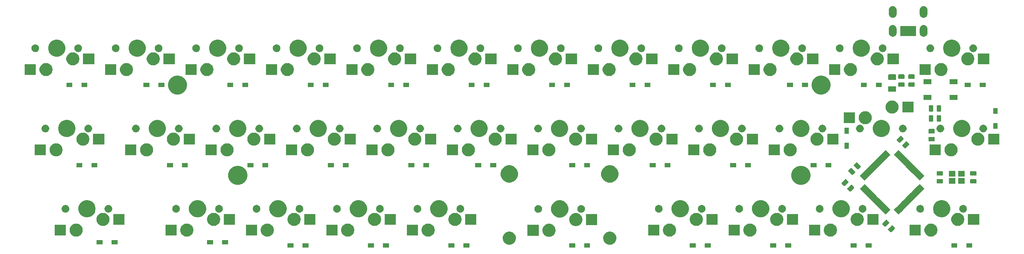
<source format=gbs>
G04 #@! TF.GenerationSoftware,KiCad,Pcbnew,5.1.4+dfsg1-1*
G04 #@! TF.CreationDate,2020-03-31T10:31:59+02:00*
G04 #@! TF.ProjectId,alpha34,616c7068-6133-4342-9e6b-696361645f70,rev?*
G04 #@! TF.SameCoordinates,Original*
G04 #@! TF.FileFunction,Soldermask,Bot*
G04 #@! TF.FilePolarity,Negative*
%FSLAX46Y46*%
G04 Gerber Fmt 4.6, Leading zero omitted, Abs format (unit mm)*
G04 Created by KiCad (PCBNEW 5.1.4+dfsg1-1) date 2020-03-31 10:31:59*
%MOMM*%
%LPD*%
G04 APERTURE LIST*
%ADD10C,0.100000*%
G04 APERTURE END LIST*
D10*
G36*
X258857250Y-125938500D02*
G01*
X257455250Y-125938500D01*
X257455250Y-124886500D01*
X258857250Y-124886500D01*
X258857250Y-125938500D01*
X258857250Y-125938500D01*
G37*
G36*
X117194750Y-125938500D02*
G01*
X115792750Y-125938500D01*
X115792750Y-124886500D01*
X117194750Y-124886500D01*
X117194750Y-125938500D01*
X117194750Y-125938500D01*
G37*
G36*
X212444750Y-125938500D02*
G01*
X211042750Y-125938500D01*
X211042750Y-124886500D01*
X212444750Y-124886500D01*
X212444750Y-125938500D01*
X212444750Y-125938500D01*
G37*
G36*
X196944750Y-125938500D02*
G01*
X195542750Y-125938500D01*
X195542750Y-124886500D01*
X196944750Y-124886500D01*
X196944750Y-125938500D01*
X196944750Y-125938500D01*
G37*
G36*
X193394750Y-125938500D02*
G01*
X191992750Y-125938500D01*
X191992750Y-124886500D01*
X193394750Y-124886500D01*
X193394750Y-125938500D01*
X193394750Y-125938500D01*
G37*
G36*
X168369750Y-125938500D02*
G01*
X166967750Y-125938500D01*
X166967750Y-124886500D01*
X168369750Y-124886500D01*
X168369750Y-125938500D01*
X168369750Y-125938500D01*
G37*
G36*
X164819750Y-125938500D02*
G01*
X163417750Y-125938500D01*
X163417750Y-124886500D01*
X164819750Y-124886500D01*
X164819750Y-125938500D01*
X164819750Y-125938500D01*
G37*
G36*
X139794750Y-125938500D02*
G01*
X138392750Y-125938500D01*
X138392750Y-124886500D01*
X139794750Y-124886500D01*
X139794750Y-125938500D01*
X139794750Y-125938500D01*
G37*
G36*
X136244750Y-125938500D02*
G01*
X134842750Y-125938500D01*
X134842750Y-124886500D01*
X136244750Y-124886500D01*
X136244750Y-125938500D01*
X136244750Y-125938500D01*
G37*
G36*
X101694750Y-125938500D02*
G01*
X100292750Y-125938500D01*
X100292750Y-124886500D01*
X101694750Y-124886500D01*
X101694750Y-125938500D01*
X101694750Y-125938500D01*
G37*
G36*
X98144750Y-125938500D02*
G01*
X96742750Y-125938500D01*
X96742750Y-124886500D01*
X98144750Y-124886500D01*
X98144750Y-125938500D01*
X98144750Y-125938500D01*
G37*
G36*
X215994750Y-125938500D02*
G01*
X214592750Y-125938500D01*
X214592750Y-124886500D01*
X215994750Y-124886500D01*
X215994750Y-125938500D01*
X215994750Y-125938500D01*
G37*
G36*
X231494750Y-125938500D02*
G01*
X230092750Y-125938500D01*
X230092750Y-124886500D01*
X231494750Y-124886500D01*
X231494750Y-125938500D01*
X231494750Y-125938500D01*
G37*
G36*
X235044750Y-125938500D02*
G01*
X233642750Y-125938500D01*
X233642750Y-124886500D01*
X235044750Y-124886500D01*
X235044750Y-125938500D01*
X235044750Y-125938500D01*
G37*
G36*
X255307250Y-125938500D02*
G01*
X253905250Y-125938500D01*
X253905250Y-124886500D01*
X255307250Y-124886500D01*
X255307250Y-125938500D01*
X255307250Y-125938500D01*
G37*
G36*
X120744750Y-125938500D02*
G01*
X119342750Y-125938500D01*
X119342750Y-124886500D01*
X120744750Y-124886500D01*
X120744750Y-125938500D01*
X120744750Y-125938500D01*
G37*
G36*
X173490661Y-122151776D02*
G01*
X173523011Y-122165176D01*
X173777291Y-122270502D01*
X173777292Y-122270503D01*
X174035254Y-122442867D01*
X174254633Y-122662246D01*
X174369803Y-122834611D01*
X174426998Y-122920209D01*
X174485833Y-123062250D01*
X174545724Y-123206839D01*
X174561151Y-123284396D01*
X174606250Y-123511125D01*
X174606250Y-123821375D01*
X174545724Y-124125660D01*
X174426998Y-124412291D01*
X174426997Y-124412292D01*
X174254633Y-124670254D01*
X174035254Y-124889633D01*
X173862889Y-125004803D01*
X173777291Y-125061998D01*
X173609387Y-125131546D01*
X173490661Y-125180724D01*
X173338517Y-125210987D01*
X173186375Y-125241250D01*
X172876125Y-125241250D01*
X172723983Y-125210987D01*
X172571839Y-125180724D01*
X172453113Y-125131546D01*
X172285209Y-125061998D01*
X172199611Y-125004803D01*
X172027246Y-124889633D01*
X171807867Y-124670254D01*
X171635503Y-124412292D01*
X171635502Y-124412291D01*
X171516776Y-124125660D01*
X171456250Y-123821375D01*
X171456250Y-123511125D01*
X171501349Y-123284396D01*
X171516776Y-123206839D01*
X171576667Y-123062250D01*
X171635502Y-122920209D01*
X171692697Y-122834611D01*
X171807867Y-122662246D01*
X172027246Y-122442867D01*
X172285208Y-122270503D01*
X172285209Y-122270502D01*
X172539489Y-122165176D01*
X172571839Y-122151776D01*
X172876125Y-122091250D01*
X173186375Y-122091250D01*
X173490661Y-122151776D01*
X173490661Y-122151776D01*
G37*
G36*
X149690661Y-122151776D02*
G01*
X149723011Y-122165176D01*
X149977291Y-122270502D01*
X149977292Y-122270503D01*
X150235254Y-122442867D01*
X150454633Y-122662246D01*
X150569803Y-122834611D01*
X150626998Y-122920209D01*
X150685833Y-123062250D01*
X150745724Y-123206839D01*
X150761151Y-123284396D01*
X150806250Y-123511125D01*
X150806250Y-123821375D01*
X150745724Y-124125660D01*
X150626998Y-124412291D01*
X150626997Y-124412292D01*
X150454633Y-124670254D01*
X150235254Y-124889633D01*
X150062889Y-125004803D01*
X149977291Y-125061998D01*
X149809387Y-125131546D01*
X149690661Y-125180724D01*
X149538517Y-125210987D01*
X149386375Y-125241250D01*
X149076125Y-125241250D01*
X148923983Y-125210987D01*
X148771839Y-125180724D01*
X148653113Y-125131546D01*
X148485209Y-125061998D01*
X148399611Y-125004803D01*
X148227246Y-124889633D01*
X148007867Y-124670254D01*
X147835503Y-124412292D01*
X147835502Y-124412291D01*
X147716776Y-124125660D01*
X147656250Y-123821375D01*
X147656250Y-123511125D01*
X147701349Y-123284396D01*
X147716776Y-123206839D01*
X147776667Y-123062250D01*
X147835502Y-122920209D01*
X147892697Y-122834611D01*
X148007867Y-122662246D01*
X148227246Y-122442867D01*
X148485208Y-122270503D01*
X148485209Y-122270502D01*
X148739489Y-122165176D01*
X148771839Y-122151776D01*
X149076125Y-122091250D01*
X149386375Y-122091250D01*
X149690661Y-122151776D01*
X149690661Y-122151776D01*
G37*
G36*
X82644750Y-125144750D02*
G01*
X81242750Y-125144750D01*
X81242750Y-124092750D01*
X82644750Y-124092750D01*
X82644750Y-125144750D01*
X82644750Y-125144750D01*
G37*
G36*
X52901000Y-125144750D02*
G01*
X51499000Y-125144750D01*
X51499000Y-124092750D01*
X52901000Y-124092750D01*
X52901000Y-125144750D01*
X52901000Y-125144750D01*
G37*
G36*
X56451000Y-125144750D02*
G01*
X55049000Y-125144750D01*
X55049000Y-124092750D01*
X56451000Y-124092750D01*
X56451000Y-125144750D01*
X56451000Y-125144750D01*
G37*
G36*
X79094750Y-125144750D02*
G01*
X77692750Y-125144750D01*
X77692750Y-124092750D01*
X79094750Y-124092750D01*
X79094750Y-125144750D01*
X79094750Y-125144750D01*
G37*
G36*
X158907396Y-120268184D02*
G01*
X159075410Y-120301604D01*
X159357674Y-120418521D01*
X159611705Y-120588259D01*
X159827741Y-120804295D01*
X159997479Y-121058326D01*
X160101245Y-121308841D01*
X160114396Y-121340591D01*
X160156805Y-121553792D01*
X160174000Y-121640240D01*
X160174000Y-121945760D01*
X160114396Y-122245410D01*
X159997479Y-122527674D01*
X159827741Y-122781705D01*
X159611705Y-122997741D01*
X159357674Y-123167479D01*
X159075410Y-123284396D01*
X158935378Y-123312250D01*
X158775761Y-123344000D01*
X158470239Y-123344000D01*
X158310622Y-123312250D01*
X158170590Y-123284396D01*
X157888326Y-123167479D01*
X157634295Y-122997741D01*
X157418259Y-122781705D01*
X157248521Y-122527674D01*
X157131604Y-122245410D01*
X157072000Y-121945760D01*
X157072000Y-121640240D01*
X157089196Y-121553792D01*
X157131604Y-121340591D01*
X157144755Y-121308841D01*
X157248521Y-121058326D01*
X157418259Y-120804295D01*
X157634295Y-120588259D01*
X157888326Y-120418521D01*
X158170590Y-120301604D01*
X158338604Y-120268184D01*
X158470239Y-120242000D01*
X158775761Y-120242000D01*
X158907396Y-120268184D01*
X158907396Y-120268184D01*
G37*
G36*
X187468835Y-120240052D02*
G01*
X187618660Y-120269854D01*
X187900924Y-120386771D01*
X188154955Y-120556509D01*
X188370991Y-120772545D01*
X188540729Y-121026576D01*
X188657646Y-121308840D01*
X188717250Y-121608490D01*
X188717250Y-121914010D01*
X188657646Y-122213660D01*
X188540729Y-122495924D01*
X188370991Y-122749955D01*
X188154955Y-122965991D01*
X187900924Y-123135729D01*
X187618660Y-123252646D01*
X187468835Y-123282448D01*
X187319011Y-123312250D01*
X187013489Y-123312250D01*
X186863665Y-123282448D01*
X186713840Y-123252646D01*
X186431576Y-123135729D01*
X186177545Y-122965991D01*
X185961509Y-122749955D01*
X185791771Y-122495924D01*
X185674854Y-122213660D01*
X185615250Y-121914010D01*
X185615250Y-121608490D01*
X185674854Y-121308840D01*
X185791771Y-121026576D01*
X185961509Y-120772545D01*
X186177545Y-120556509D01*
X186431576Y-120386771D01*
X186713840Y-120269854D01*
X186863665Y-120240052D01*
X187013489Y-120210250D01*
X187319011Y-120210250D01*
X187468835Y-120240052D01*
X187468835Y-120240052D01*
G37*
G36*
X46975085Y-120240052D02*
G01*
X47124910Y-120269854D01*
X47407174Y-120386771D01*
X47661205Y-120556509D01*
X47877241Y-120772545D01*
X48046979Y-121026576D01*
X48163896Y-121308840D01*
X48223500Y-121608490D01*
X48223500Y-121914010D01*
X48163896Y-122213660D01*
X48046979Y-122495924D01*
X47877241Y-122749955D01*
X47661205Y-122965991D01*
X47407174Y-123135729D01*
X47124910Y-123252646D01*
X46975085Y-123282448D01*
X46825261Y-123312250D01*
X46519739Y-123312250D01*
X46369915Y-123282448D01*
X46220090Y-123252646D01*
X45937826Y-123135729D01*
X45683795Y-122965991D01*
X45467759Y-122749955D01*
X45298021Y-122495924D01*
X45181104Y-122213660D01*
X45121500Y-121914010D01*
X45121500Y-121608490D01*
X45181104Y-121308840D01*
X45298021Y-121026576D01*
X45467759Y-120772545D01*
X45683795Y-120556509D01*
X45937826Y-120386771D01*
X46220090Y-120269854D01*
X46369915Y-120240052D01*
X46519739Y-120210250D01*
X46825261Y-120210250D01*
X46975085Y-120240052D01*
X46975085Y-120240052D01*
G37*
G36*
X249381335Y-120240052D02*
G01*
X249531160Y-120269854D01*
X249813424Y-120386771D01*
X250067455Y-120556509D01*
X250283491Y-120772545D01*
X250453229Y-121026576D01*
X250570146Y-121308840D01*
X250629750Y-121608490D01*
X250629750Y-121914010D01*
X250570146Y-122213660D01*
X250453229Y-122495924D01*
X250283491Y-122749955D01*
X250067455Y-122965991D01*
X249813424Y-123135729D01*
X249531160Y-123252646D01*
X249381335Y-123282448D01*
X249231511Y-123312250D01*
X248925989Y-123312250D01*
X248776165Y-123282448D01*
X248626340Y-123252646D01*
X248344076Y-123135729D01*
X248090045Y-122965991D01*
X247874009Y-122749955D01*
X247704271Y-122495924D01*
X247587354Y-122213660D01*
X247527750Y-121914010D01*
X247527750Y-121608490D01*
X247587354Y-121308840D01*
X247704271Y-121026576D01*
X247874009Y-120772545D01*
X248090045Y-120556509D01*
X248344076Y-120386771D01*
X248626340Y-120269854D01*
X248776165Y-120240052D01*
X248925989Y-120210250D01*
X249231511Y-120210250D01*
X249381335Y-120240052D01*
X249381335Y-120240052D01*
G37*
G36*
X130318835Y-120240052D02*
G01*
X130468660Y-120269854D01*
X130750924Y-120386771D01*
X131004955Y-120556509D01*
X131220991Y-120772545D01*
X131390729Y-121026576D01*
X131507646Y-121308840D01*
X131567250Y-121608490D01*
X131567250Y-121914010D01*
X131507646Y-122213660D01*
X131390729Y-122495924D01*
X131220991Y-122749955D01*
X131004955Y-122965991D01*
X130750924Y-123135729D01*
X130468660Y-123252646D01*
X130318835Y-123282448D01*
X130169011Y-123312250D01*
X129863489Y-123312250D01*
X129713665Y-123282448D01*
X129563840Y-123252646D01*
X129281576Y-123135729D01*
X129027545Y-122965991D01*
X128811509Y-122749955D01*
X128641771Y-122495924D01*
X128524854Y-122213660D01*
X128465250Y-121914010D01*
X128465250Y-121608490D01*
X128524854Y-121308840D01*
X128641771Y-121026576D01*
X128811509Y-120772545D01*
X129027545Y-120556509D01*
X129281576Y-120386771D01*
X129563840Y-120269854D01*
X129713665Y-120240052D01*
X129863489Y-120210250D01*
X130169011Y-120210250D01*
X130318835Y-120240052D01*
X130318835Y-120240052D01*
G37*
G36*
X92218835Y-120240052D02*
G01*
X92368660Y-120269854D01*
X92650924Y-120386771D01*
X92904955Y-120556509D01*
X93120991Y-120772545D01*
X93290729Y-121026576D01*
X93407646Y-121308840D01*
X93467250Y-121608490D01*
X93467250Y-121914010D01*
X93407646Y-122213660D01*
X93290729Y-122495924D01*
X93120991Y-122749955D01*
X92904955Y-122965991D01*
X92650924Y-123135729D01*
X92368660Y-123252646D01*
X92218835Y-123282448D01*
X92069011Y-123312250D01*
X91763489Y-123312250D01*
X91613665Y-123282448D01*
X91463840Y-123252646D01*
X91181576Y-123135729D01*
X90927545Y-122965991D01*
X90711509Y-122749955D01*
X90541771Y-122495924D01*
X90424854Y-122213660D01*
X90365250Y-121914010D01*
X90365250Y-121608490D01*
X90424854Y-121308840D01*
X90541771Y-121026576D01*
X90711509Y-120772545D01*
X90927545Y-120556509D01*
X91181576Y-120386771D01*
X91463840Y-120269854D01*
X91613665Y-120240052D01*
X91763489Y-120210250D01*
X92069011Y-120210250D01*
X92218835Y-120240052D01*
X92218835Y-120240052D01*
G37*
G36*
X225568835Y-120240052D02*
G01*
X225718660Y-120269854D01*
X226000924Y-120386771D01*
X226254955Y-120556509D01*
X226470991Y-120772545D01*
X226640729Y-121026576D01*
X226757646Y-121308840D01*
X226817250Y-121608490D01*
X226817250Y-121914010D01*
X226757646Y-122213660D01*
X226640729Y-122495924D01*
X226470991Y-122749955D01*
X226254955Y-122965991D01*
X226000924Y-123135729D01*
X225718660Y-123252646D01*
X225568835Y-123282448D01*
X225419011Y-123312250D01*
X225113489Y-123312250D01*
X224963665Y-123282448D01*
X224813840Y-123252646D01*
X224531576Y-123135729D01*
X224277545Y-122965991D01*
X224061509Y-122749955D01*
X223891771Y-122495924D01*
X223774854Y-122213660D01*
X223715250Y-121914010D01*
X223715250Y-121608490D01*
X223774854Y-121308840D01*
X223891771Y-121026576D01*
X224061509Y-120772545D01*
X224277545Y-120556509D01*
X224531576Y-120386771D01*
X224813840Y-120269854D01*
X224963665Y-120240052D01*
X225113489Y-120210250D01*
X225419011Y-120210250D01*
X225568835Y-120240052D01*
X225568835Y-120240052D01*
G37*
G36*
X206518835Y-120240052D02*
G01*
X206668660Y-120269854D01*
X206950924Y-120386771D01*
X207204955Y-120556509D01*
X207420991Y-120772545D01*
X207590729Y-121026576D01*
X207707646Y-121308840D01*
X207767250Y-121608490D01*
X207767250Y-121914010D01*
X207707646Y-122213660D01*
X207590729Y-122495924D01*
X207420991Y-122749955D01*
X207204955Y-122965991D01*
X206950924Y-123135729D01*
X206668660Y-123252646D01*
X206518835Y-123282448D01*
X206369011Y-123312250D01*
X206063489Y-123312250D01*
X205913665Y-123282448D01*
X205763840Y-123252646D01*
X205481576Y-123135729D01*
X205227545Y-122965991D01*
X205011509Y-122749955D01*
X204841771Y-122495924D01*
X204724854Y-122213660D01*
X204665250Y-121914010D01*
X204665250Y-121608490D01*
X204724854Y-121308840D01*
X204841771Y-121026576D01*
X205011509Y-120772545D01*
X205227545Y-120556509D01*
X205481576Y-120386771D01*
X205763840Y-120269854D01*
X205913665Y-120240052D01*
X206063489Y-120210250D01*
X206369011Y-120210250D01*
X206518835Y-120240052D01*
X206518835Y-120240052D01*
G37*
G36*
X73168835Y-120240052D02*
G01*
X73318660Y-120269854D01*
X73600924Y-120386771D01*
X73854955Y-120556509D01*
X74070991Y-120772545D01*
X74240729Y-121026576D01*
X74357646Y-121308840D01*
X74417250Y-121608490D01*
X74417250Y-121914010D01*
X74357646Y-122213660D01*
X74240729Y-122495924D01*
X74070991Y-122749955D01*
X73854955Y-122965991D01*
X73600924Y-123135729D01*
X73318660Y-123252646D01*
X73168835Y-123282448D01*
X73019011Y-123312250D01*
X72713489Y-123312250D01*
X72563665Y-123282448D01*
X72413840Y-123252646D01*
X72131576Y-123135729D01*
X71877545Y-122965991D01*
X71661509Y-122749955D01*
X71491771Y-122495924D01*
X71374854Y-122213660D01*
X71315250Y-121914010D01*
X71315250Y-121608490D01*
X71374854Y-121308840D01*
X71491771Y-121026576D01*
X71661509Y-120772545D01*
X71877545Y-120556509D01*
X72131576Y-120386771D01*
X72413840Y-120269854D01*
X72563665Y-120240052D01*
X72713489Y-120210250D01*
X73019011Y-120210250D01*
X73168835Y-120240052D01*
X73168835Y-120240052D01*
G37*
G36*
X111268835Y-120240052D02*
G01*
X111418660Y-120269854D01*
X111700924Y-120386771D01*
X111954955Y-120556509D01*
X112170991Y-120772545D01*
X112340729Y-121026576D01*
X112457646Y-121308840D01*
X112517250Y-121608490D01*
X112517250Y-121914010D01*
X112457646Y-122213660D01*
X112340729Y-122495924D01*
X112170991Y-122749955D01*
X111954955Y-122965991D01*
X111700924Y-123135729D01*
X111418660Y-123252646D01*
X111268835Y-123282448D01*
X111119011Y-123312250D01*
X110813489Y-123312250D01*
X110663665Y-123282448D01*
X110513840Y-123252646D01*
X110231576Y-123135729D01*
X109977545Y-122965991D01*
X109761509Y-122749955D01*
X109591771Y-122495924D01*
X109474854Y-122213660D01*
X109415250Y-121914010D01*
X109415250Y-121608490D01*
X109474854Y-121308840D01*
X109591771Y-121026576D01*
X109761509Y-120772545D01*
X109977545Y-120556509D01*
X110231576Y-120386771D01*
X110513840Y-120269854D01*
X110663665Y-120240052D01*
X110813489Y-120210250D01*
X111119011Y-120210250D01*
X111268835Y-120240052D01*
X111268835Y-120240052D01*
G37*
G36*
X156199000Y-123094000D02*
G01*
X153547000Y-123094000D01*
X153547000Y-120492000D01*
X156199000Y-120492000D01*
X156199000Y-123094000D01*
X156199000Y-123094000D01*
G37*
G36*
X127592250Y-123062250D02*
G01*
X124940250Y-123062250D01*
X124940250Y-120460250D01*
X127592250Y-120460250D01*
X127592250Y-123062250D01*
X127592250Y-123062250D01*
G37*
G36*
X70442250Y-123062250D02*
G01*
X67790250Y-123062250D01*
X67790250Y-120460250D01*
X70442250Y-120460250D01*
X70442250Y-123062250D01*
X70442250Y-123062250D01*
G37*
G36*
X89492250Y-123062250D02*
G01*
X86840250Y-123062250D01*
X86840250Y-120460250D01*
X89492250Y-120460250D01*
X89492250Y-123062250D01*
X89492250Y-123062250D01*
G37*
G36*
X108542250Y-123062250D02*
G01*
X105890250Y-123062250D01*
X105890250Y-120460250D01*
X108542250Y-120460250D01*
X108542250Y-123062250D01*
X108542250Y-123062250D01*
G37*
G36*
X246654750Y-123062250D02*
G01*
X244002750Y-123062250D01*
X244002750Y-120460250D01*
X246654750Y-120460250D01*
X246654750Y-123062250D01*
X246654750Y-123062250D01*
G37*
G36*
X203792250Y-123062250D02*
G01*
X201140250Y-123062250D01*
X201140250Y-120460250D01*
X203792250Y-120460250D01*
X203792250Y-123062250D01*
X203792250Y-123062250D01*
G37*
G36*
X222842250Y-123062250D02*
G01*
X220190250Y-123062250D01*
X220190250Y-120460250D01*
X222842250Y-120460250D01*
X222842250Y-123062250D01*
X222842250Y-123062250D01*
G37*
G36*
X44248500Y-123062250D02*
G01*
X41596500Y-123062250D01*
X41596500Y-120460250D01*
X44248500Y-120460250D01*
X44248500Y-123062250D01*
X44248500Y-123062250D01*
G37*
G36*
X184742250Y-123062250D02*
G01*
X182090250Y-123062250D01*
X182090250Y-120460250D01*
X184742250Y-120460250D01*
X184742250Y-123062250D01*
X184742250Y-123062250D01*
G37*
G36*
X239902978Y-120622139D02*
G01*
X239941648Y-120633870D01*
X239977287Y-120652920D01*
X240013293Y-120682469D01*
X240053143Y-120722319D01*
X240053149Y-120722324D01*
X240433926Y-121103101D01*
X240433931Y-121103107D01*
X240473781Y-121142957D01*
X240503330Y-121178963D01*
X240522380Y-121214602D01*
X240534111Y-121253272D01*
X240538071Y-121293490D01*
X240534111Y-121333708D01*
X240522380Y-121372378D01*
X240503330Y-121408017D01*
X240473781Y-121444023D01*
X240433931Y-121483873D01*
X240433926Y-121483879D01*
X239752629Y-122165176D01*
X239752623Y-122165181D01*
X239712773Y-122205031D01*
X239676767Y-122234580D01*
X239641128Y-122253630D01*
X239602458Y-122265361D01*
X239562240Y-122269321D01*
X239522022Y-122265361D01*
X239483352Y-122253630D01*
X239447713Y-122234580D01*
X239411707Y-122205031D01*
X239371857Y-122165181D01*
X239371851Y-122165176D01*
X238991074Y-121784399D01*
X238991069Y-121784393D01*
X238951219Y-121744543D01*
X238921670Y-121708537D01*
X238902620Y-121672898D01*
X238890889Y-121634228D01*
X238886929Y-121594010D01*
X238890889Y-121553792D01*
X238902620Y-121515122D01*
X238921670Y-121479483D01*
X238951219Y-121443477D01*
X238991069Y-121403627D01*
X238991074Y-121403621D01*
X239672371Y-120722324D01*
X239672377Y-120722319D01*
X239712227Y-120682469D01*
X239748233Y-120652920D01*
X239783872Y-120633870D01*
X239822542Y-120622139D01*
X239862760Y-120618179D01*
X239902978Y-120622139D01*
X239902978Y-120622139D01*
G37*
G36*
X238577152Y-119296313D02*
G01*
X238615822Y-119308044D01*
X238651461Y-119327094D01*
X238687467Y-119356643D01*
X238727317Y-119396493D01*
X238727323Y-119396498D01*
X239108100Y-119777275D01*
X239108105Y-119777281D01*
X239147955Y-119817131D01*
X239177504Y-119853137D01*
X239196554Y-119888776D01*
X239208285Y-119927446D01*
X239212245Y-119967664D01*
X239208285Y-120007882D01*
X239196554Y-120046552D01*
X239177504Y-120082191D01*
X239147955Y-120118197D01*
X239108105Y-120158047D01*
X239108100Y-120158053D01*
X238426803Y-120839350D01*
X238426797Y-120839355D01*
X238386947Y-120879205D01*
X238350941Y-120908754D01*
X238315302Y-120927804D01*
X238276632Y-120939535D01*
X238236414Y-120943495D01*
X238196196Y-120939535D01*
X238157526Y-120927804D01*
X238121887Y-120908754D01*
X238085881Y-120879205D01*
X238046031Y-120839355D01*
X238046025Y-120839350D01*
X237665248Y-120458573D01*
X237665243Y-120458567D01*
X237625393Y-120418717D01*
X237595844Y-120382711D01*
X237576794Y-120347072D01*
X237565063Y-120308402D01*
X237561103Y-120268184D01*
X237565063Y-120227966D01*
X237576794Y-120189296D01*
X237595844Y-120153657D01*
X237625393Y-120117651D01*
X237665243Y-120077801D01*
X237665248Y-120077795D01*
X238346545Y-119396498D01*
X238346551Y-119396493D01*
X238386401Y-119356643D01*
X238422407Y-119327094D01*
X238458046Y-119308044D01*
X238496716Y-119296313D01*
X238536934Y-119292353D01*
X238577152Y-119296313D01*
X238577152Y-119296313D01*
G37*
G36*
X165265792Y-117729854D02*
G01*
X165425410Y-117761604D01*
X165707674Y-117878521D01*
X165961705Y-118048259D01*
X166177741Y-118264295D01*
X166347479Y-118518326D01*
X166464396Y-118800590D01*
X166524000Y-119100240D01*
X166524000Y-119405760D01*
X166464396Y-119705410D01*
X166347479Y-119987674D01*
X166177741Y-120241705D01*
X165961705Y-120457741D01*
X165707674Y-120627479D01*
X165425410Y-120744396D01*
X165285378Y-120772250D01*
X165125761Y-120804000D01*
X164820239Y-120804000D01*
X164660622Y-120772250D01*
X164520590Y-120744396D01*
X164238326Y-120627479D01*
X163984295Y-120457741D01*
X163768259Y-120241705D01*
X163598521Y-119987674D01*
X163481604Y-119705410D01*
X163422000Y-119405760D01*
X163422000Y-119100240D01*
X163481604Y-118800590D01*
X163598521Y-118518326D01*
X163768259Y-118264295D01*
X163984295Y-118048259D01*
X164238326Y-117878521D01*
X164520590Y-117761604D01*
X164680208Y-117729854D01*
X164820239Y-117702000D01*
X165125761Y-117702000D01*
X165265792Y-117729854D01*
X165265792Y-117729854D01*
G37*
G36*
X117618835Y-117700052D02*
G01*
X117768660Y-117729854D01*
X118050924Y-117846771D01*
X118304955Y-118016509D01*
X118520991Y-118232545D01*
X118690729Y-118486576D01*
X118807646Y-118768840D01*
X118867250Y-119068490D01*
X118867250Y-119374010D01*
X118807646Y-119673660D01*
X118690729Y-119955924D01*
X118520991Y-120209955D01*
X118304955Y-120425991D01*
X118050924Y-120595729D01*
X117768660Y-120712646D01*
X117720005Y-120722324D01*
X117469011Y-120772250D01*
X117163489Y-120772250D01*
X116912495Y-120722324D01*
X116863840Y-120712646D01*
X116581576Y-120595729D01*
X116327545Y-120425991D01*
X116111509Y-120209955D01*
X115941771Y-119955924D01*
X115824854Y-119673660D01*
X115765250Y-119374010D01*
X115765250Y-119068490D01*
X115824854Y-118768840D01*
X115941771Y-118486576D01*
X116111509Y-118232545D01*
X116327545Y-118016509D01*
X116581576Y-117846771D01*
X116863840Y-117729854D01*
X117013665Y-117700052D01*
X117163489Y-117670250D01*
X117469011Y-117670250D01*
X117618835Y-117700052D01*
X117618835Y-117700052D01*
G37*
G36*
X79518835Y-117700052D02*
G01*
X79668660Y-117729854D01*
X79950924Y-117846771D01*
X80204955Y-118016509D01*
X80420991Y-118232545D01*
X80590729Y-118486576D01*
X80707646Y-118768840D01*
X80767250Y-119068490D01*
X80767250Y-119374010D01*
X80707646Y-119673660D01*
X80590729Y-119955924D01*
X80420991Y-120209955D01*
X80204955Y-120425991D01*
X79950924Y-120595729D01*
X79668660Y-120712646D01*
X79620005Y-120722324D01*
X79369011Y-120772250D01*
X79063489Y-120772250D01*
X78812495Y-120722324D01*
X78763840Y-120712646D01*
X78481576Y-120595729D01*
X78227545Y-120425991D01*
X78011509Y-120209955D01*
X77841771Y-119955924D01*
X77724854Y-119673660D01*
X77665250Y-119374010D01*
X77665250Y-119068490D01*
X77724854Y-118768840D01*
X77841771Y-118486576D01*
X78011509Y-118232545D01*
X78227545Y-118016509D01*
X78481576Y-117846771D01*
X78763840Y-117729854D01*
X78913665Y-117700052D01*
X79063489Y-117670250D01*
X79369011Y-117670250D01*
X79518835Y-117700052D01*
X79518835Y-117700052D01*
G37*
G36*
X231918835Y-117700052D02*
G01*
X232068660Y-117729854D01*
X232350924Y-117846771D01*
X232604955Y-118016509D01*
X232820991Y-118232545D01*
X232990729Y-118486576D01*
X233107646Y-118768840D01*
X233167250Y-119068490D01*
X233167250Y-119374010D01*
X233107646Y-119673660D01*
X232990729Y-119955924D01*
X232820991Y-120209955D01*
X232604955Y-120425991D01*
X232350924Y-120595729D01*
X232068660Y-120712646D01*
X232020005Y-120722324D01*
X231769011Y-120772250D01*
X231463489Y-120772250D01*
X231212495Y-120722324D01*
X231163840Y-120712646D01*
X230881576Y-120595729D01*
X230627545Y-120425991D01*
X230411509Y-120209955D01*
X230241771Y-119955924D01*
X230124854Y-119673660D01*
X230065250Y-119374010D01*
X230065250Y-119068490D01*
X230124854Y-118768840D01*
X230241771Y-118486576D01*
X230411509Y-118232545D01*
X230627545Y-118016509D01*
X230881576Y-117846771D01*
X231163840Y-117729854D01*
X231313665Y-117700052D01*
X231463489Y-117670250D01*
X231769011Y-117670250D01*
X231918835Y-117700052D01*
X231918835Y-117700052D01*
G37*
G36*
X136668835Y-117700052D02*
G01*
X136818660Y-117729854D01*
X137100924Y-117846771D01*
X137354955Y-118016509D01*
X137570991Y-118232545D01*
X137740729Y-118486576D01*
X137857646Y-118768840D01*
X137917250Y-119068490D01*
X137917250Y-119374010D01*
X137857646Y-119673660D01*
X137740729Y-119955924D01*
X137570991Y-120209955D01*
X137354955Y-120425991D01*
X137100924Y-120595729D01*
X136818660Y-120712646D01*
X136770005Y-120722324D01*
X136519011Y-120772250D01*
X136213489Y-120772250D01*
X135962495Y-120722324D01*
X135913840Y-120712646D01*
X135631576Y-120595729D01*
X135377545Y-120425991D01*
X135161509Y-120209955D01*
X134991771Y-119955924D01*
X134874854Y-119673660D01*
X134815250Y-119374010D01*
X134815250Y-119068490D01*
X134874854Y-118768840D01*
X134991771Y-118486576D01*
X135161509Y-118232545D01*
X135377545Y-118016509D01*
X135631576Y-117846771D01*
X135913840Y-117729854D01*
X136063665Y-117700052D01*
X136213489Y-117670250D01*
X136519011Y-117670250D01*
X136668835Y-117700052D01*
X136668835Y-117700052D01*
G37*
G36*
X193818835Y-117700052D02*
G01*
X193968660Y-117729854D01*
X194250924Y-117846771D01*
X194504955Y-118016509D01*
X194720991Y-118232545D01*
X194890729Y-118486576D01*
X195007646Y-118768840D01*
X195067250Y-119068490D01*
X195067250Y-119374010D01*
X195007646Y-119673660D01*
X194890729Y-119955924D01*
X194720991Y-120209955D01*
X194504955Y-120425991D01*
X194250924Y-120595729D01*
X193968660Y-120712646D01*
X193920005Y-120722324D01*
X193669011Y-120772250D01*
X193363489Y-120772250D01*
X193112495Y-120722324D01*
X193063840Y-120712646D01*
X192781576Y-120595729D01*
X192527545Y-120425991D01*
X192311509Y-120209955D01*
X192141771Y-119955924D01*
X192024854Y-119673660D01*
X191965250Y-119374010D01*
X191965250Y-119068490D01*
X192024854Y-118768840D01*
X192141771Y-118486576D01*
X192311509Y-118232545D01*
X192527545Y-118016509D01*
X192781576Y-117846771D01*
X193063840Y-117729854D01*
X193213665Y-117700052D01*
X193363489Y-117670250D01*
X193669011Y-117670250D01*
X193818835Y-117700052D01*
X193818835Y-117700052D01*
G37*
G36*
X212868835Y-117700052D02*
G01*
X213018660Y-117729854D01*
X213300924Y-117846771D01*
X213554955Y-118016509D01*
X213770991Y-118232545D01*
X213940729Y-118486576D01*
X214057646Y-118768840D01*
X214117250Y-119068490D01*
X214117250Y-119374010D01*
X214057646Y-119673660D01*
X213940729Y-119955924D01*
X213770991Y-120209955D01*
X213554955Y-120425991D01*
X213300924Y-120595729D01*
X213018660Y-120712646D01*
X212970005Y-120722324D01*
X212719011Y-120772250D01*
X212413489Y-120772250D01*
X212162495Y-120722324D01*
X212113840Y-120712646D01*
X211831576Y-120595729D01*
X211577545Y-120425991D01*
X211361509Y-120209955D01*
X211191771Y-119955924D01*
X211074854Y-119673660D01*
X211015250Y-119374010D01*
X211015250Y-119068490D01*
X211074854Y-118768840D01*
X211191771Y-118486576D01*
X211361509Y-118232545D01*
X211577545Y-118016509D01*
X211831576Y-117846771D01*
X212113840Y-117729854D01*
X212263665Y-117700052D01*
X212413489Y-117670250D01*
X212719011Y-117670250D01*
X212868835Y-117700052D01*
X212868835Y-117700052D01*
G37*
G36*
X255731335Y-117700052D02*
G01*
X255881160Y-117729854D01*
X256163424Y-117846771D01*
X256417455Y-118016509D01*
X256633491Y-118232545D01*
X256803229Y-118486576D01*
X256920146Y-118768840D01*
X256979750Y-119068490D01*
X256979750Y-119374010D01*
X256920146Y-119673660D01*
X256803229Y-119955924D01*
X256633491Y-120209955D01*
X256417455Y-120425991D01*
X256163424Y-120595729D01*
X255881160Y-120712646D01*
X255832505Y-120722324D01*
X255581511Y-120772250D01*
X255275989Y-120772250D01*
X255024995Y-120722324D01*
X254976340Y-120712646D01*
X254694076Y-120595729D01*
X254440045Y-120425991D01*
X254224009Y-120209955D01*
X254054271Y-119955924D01*
X253937354Y-119673660D01*
X253877750Y-119374010D01*
X253877750Y-119068490D01*
X253937354Y-118768840D01*
X254054271Y-118486576D01*
X254224009Y-118232545D01*
X254440045Y-118016509D01*
X254694076Y-117846771D01*
X254976340Y-117729854D01*
X255126165Y-117700052D01*
X255275989Y-117670250D01*
X255581511Y-117670250D01*
X255731335Y-117700052D01*
X255731335Y-117700052D01*
G37*
G36*
X98568835Y-117700052D02*
G01*
X98718660Y-117729854D01*
X99000924Y-117846771D01*
X99254955Y-118016509D01*
X99470991Y-118232545D01*
X99640729Y-118486576D01*
X99757646Y-118768840D01*
X99817250Y-119068490D01*
X99817250Y-119374010D01*
X99757646Y-119673660D01*
X99640729Y-119955924D01*
X99470991Y-120209955D01*
X99254955Y-120425991D01*
X99000924Y-120595729D01*
X98718660Y-120712646D01*
X98670005Y-120722324D01*
X98419011Y-120772250D01*
X98113489Y-120772250D01*
X97862495Y-120722324D01*
X97813840Y-120712646D01*
X97531576Y-120595729D01*
X97277545Y-120425991D01*
X97061509Y-120209955D01*
X96891771Y-119955924D01*
X96774854Y-119673660D01*
X96715250Y-119374010D01*
X96715250Y-119068490D01*
X96774854Y-118768840D01*
X96891771Y-118486576D01*
X97061509Y-118232545D01*
X97277545Y-118016509D01*
X97531576Y-117846771D01*
X97813840Y-117729854D01*
X97963665Y-117700052D01*
X98113489Y-117670250D01*
X98419011Y-117670250D01*
X98568835Y-117700052D01*
X98568835Y-117700052D01*
G37*
G36*
X53325085Y-117700052D02*
G01*
X53474910Y-117729854D01*
X53757174Y-117846771D01*
X54011205Y-118016509D01*
X54227241Y-118232545D01*
X54396979Y-118486576D01*
X54513896Y-118768840D01*
X54573500Y-119068490D01*
X54573500Y-119374010D01*
X54513896Y-119673660D01*
X54396979Y-119955924D01*
X54227241Y-120209955D01*
X54011205Y-120425991D01*
X53757174Y-120595729D01*
X53474910Y-120712646D01*
X53426255Y-120722324D01*
X53175261Y-120772250D01*
X52869739Y-120772250D01*
X52618745Y-120722324D01*
X52570090Y-120712646D01*
X52287826Y-120595729D01*
X52033795Y-120425991D01*
X51817759Y-120209955D01*
X51648021Y-119955924D01*
X51531104Y-119673660D01*
X51471500Y-119374010D01*
X51471500Y-119068490D01*
X51531104Y-118768840D01*
X51648021Y-118486576D01*
X51817759Y-118232545D01*
X52033795Y-118016509D01*
X52287826Y-117846771D01*
X52570090Y-117729854D01*
X52719915Y-117700052D01*
X52869739Y-117670250D01*
X53175261Y-117670250D01*
X53325085Y-117700052D01*
X53325085Y-117700052D01*
G37*
G36*
X170049000Y-120554000D02*
G01*
X167397000Y-120554000D01*
X167397000Y-117952000D01*
X170049000Y-117952000D01*
X170049000Y-120554000D01*
X170049000Y-120554000D01*
G37*
G36*
X122392250Y-120522250D02*
G01*
X119740250Y-120522250D01*
X119740250Y-117920250D01*
X122392250Y-117920250D01*
X122392250Y-120522250D01*
X122392250Y-120522250D01*
G37*
G36*
X260504750Y-120522250D02*
G01*
X257852750Y-120522250D01*
X257852750Y-117920250D01*
X260504750Y-117920250D01*
X260504750Y-120522250D01*
X260504750Y-120522250D01*
G37*
G36*
X141442250Y-120522250D02*
G01*
X138790250Y-120522250D01*
X138790250Y-117920250D01*
X141442250Y-117920250D01*
X141442250Y-120522250D01*
X141442250Y-120522250D01*
G37*
G36*
X198592250Y-120522250D02*
G01*
X195940250Y-120522250D01*
X195940250Y-117920250D01*
X198592250Y-117920250D01*
X198592250Y-120522250D01*
X198592250Y-120522250D01*
G37*
G36*
X103342250Y-120522250D02*
G01*
X100690250Y-120522250D01*
X100690250Y-117920250D01*
X103342250Y-117920250D01*
X103342250Y-120522250D01*
X103342250Y-120522250D01*
G37*
G36*
X84292250Y-120522250D02*
G01*
X81640250Y-120522250D01*
X81640250Y-117920250D01*
X84292250Y-117920250D01*
X84292250Y-120522250D01*
X84292250Y-120522250D01*
G37*
G36*
X217642250Y-120522250D02*
G01*
X214990250Y-120522250D01*
X214990250Y-117920250D01*
X217642250Y-117920250D01*
X217642250Y-120522250D01*
X217642250Y-120522250D01*
G37*
G36*
X236692250Y-120522250D02*
G01*
X234040250Y-120522250D01*
X234040250Y-117920250D01*
X236692250Y-117920250D01*
X236692250Y-120522250D01*
X236692250Y-120522250D01*
G37*
G36*
X58098500Y-120522250D02*
G01*
X55446500Y-120522250D01*
X55446500Y-117920250D01*
X58098500Y-117920250D01*
X58098500Y-120522250D01*
X58098500Y-120522250D01*
G37*
G36*
X161759474Y-114746684D02*
G01*
X161977474Y-114836983D01*
X162131623Y-114900833D01*
X162466548Y-115124623D01*
X162751377Y-115409452D01*
X162975167Y-115744377D01*
X163032171Y-115881997D01*
X163129316Y-116116526D01*
X163207900Y-116511594D01*
X163207900Y-116914406D01*
X163129316Y-117309474D01*
X163058473Y-117480503D01*
X162975167Y-117681623D01*
X162751377Y-118016548D01*
X162466548Y-118301377D01*
X162131623Y-118525167D01*
X161977474Y-118589017D01*
X161759474Y-118679316D01*
X161364406Y-118757900D01*
X160961594Y-118757900D01*
X160566526Y-118679316D01*
X160348526Y-118589017D01*
X160194377Y-118525167D01*
X159859452Y-118301377D01*
X159574623Y-118016548D01*
X159350833Y-117681623D01*
X159267527Y-117480503D01*
X159196684Y-117309474D01*
X159118100Y-116914406D01*
X159118100Y-116511594D01*
X159196684Y-116116526D01*
X159293829Y-115881997D01*
X159350833Y-115744377D01*
X159574623Y-115409452D01*
X159859452Y-115124623D01*
X160194377Y-114900833D01*
X160348526Y-114836983D01*
X160566526Y-114746684D01*
X160961594Y-114668100D01*
X161364406Y-114668100D01*
X161759474Y-114746684D01*
X161759474Y-114746684D01*
G37*
G36*
X114102724Y-114714934D02*
G01*
X114320724Y-114805233D01*
X114474873Y-114869083D01*
X114809798Y-115092873D01*
X115094627Y-115377702D01*
X115318417Y-115712627D01*
X115373562Y-115845759D01*
X115472566Y-116084776D01*
X115551150Y-116479844D01*
X115551150Y-116882656D01*
X115472566Y-117277724D01*
X115416304Y-117413552D01*
X115318417Y-117649873D01*
X115094627Y-117984798D01*
X114809798Y-118269627D01*
X114474873Y-118493417D01*
X114414732Y-118518328D01*
X114102724Y-118647566D01*
X113707656Y-118726150D01*
X113304844Y-118726150D01*
X112909776Y-118647566D01*
X112597768Y-118518328D01*
X112537627Y-118493417D01*
X112202702Y-118269627D01*
X111917873Y-117984798D01*
X111694083Y-117649873D01*
X111596196Y-117413552D01*
X111539934Y-117277724D01*
X111461350Y-116882656D01*
X111461350Y-116479844D01*
X111539934Y-116084776D01*
X111638938Y-115845759D01*
X111694083Y-115712627D01*
X111917873Y-115377702D01*
X112202702Y-115092873D01*
X112537627Y-114869083D01*
X112691776Y-114805233D01*
X112909776Y-114714934D01*
X113304844Y-114636350D01*
X113707656Y-114636350D01*
X114102724Y-114714934D01*
X114102724Y-114714934D01*
G37*
G36*
X228402724Y-114714934D02*
G01*
X228620724Y-114805233D01*
X228774873Y-114869083D01*
X229109798Y-115092873D01*
X229394627Y-115377702D01*
X229618417Y-115712627D01*
X229673562Y-115845759D01*
X229772566Y-116084776D01*
X229851150Y-116479844D01*
X229851150Y-116882656D01*
X229772566Y-117277724D01*
X229716304Y-117413552D01*
X229618417Y-117649873D01*
X229394627Y-117984798D01*
X229109798Y-118269627D01*
X228774873Y-118493417D01*
X228714732Y-118518328D01*
X228402724Y-118647566D01*
X228007656Y-118726150D01*
X227604844Y-118726150D01*
X227209776Y-118647566D01*
X226897768Y-118518328D01*
X226837627Y-118493417D01*
X226502702Y-118269627D01*
X226217873Y-117984798D01*
X225994083Y-117649873D01*
X225896196Y-117413552D01*
X225839934Y-117277724D01*
X225761350Y-116882656D01*
X225761350Y-116479844D01*
X225839934Y-116084776D01*
X225938938Y-115845759D01*
X225994083Y-115712627D01*
X226217873Y-115377702D01*
X226502702Y-115092873D01*
X226837627Y-114869083D01*
X226991776Y-114805233D01*
X227209776Y-114714934D01*
X227604844Y-114636350D01*
X228007656Y-114636350D01*
X228402724Y-114714934D01*
X228402724Y-114714934D01*
G37*
G36*
X209352724Y-114714934D02*
G01*
X209570724Y-114805233D01*
X209724873Y-114869083D01*
X210059798Y-115092873D01*
X210344627Y-115377702D01*
X210568417Y-115712627D01*
X210623562Y-115845759D01*
X210722566Y-116084776D01*
X210801150Y-116479844D01*
X210801150Y-116882656D01*
X210722566Y-117277724D01*
X210666304Y-117413552D01*
X210568417Y-117649873D01*
X210344627Y-117984798D01*
X210059798Y-118269627D01*
X209724873Y-118493417D01*
X209664732Y-118518328D01*
X209352724Y-118647566D01*
X208957656Y-118726150D01*
X208554844Y-118726150D01*
X208159776Y-118647566D01*
X207847768Y-118518328D01*
X207787627Y-118493417D01*
X207452702Y-118269627D01*
X207167873Y-117984798D01*
X206944083Y-117649873D01*
X206846196Y-117413552D01*
X206789934Y-117277724D01*
X206711350Y-116882656D01*
X206711350Y-116479844D01*
X206789934Y-116084776D01*
X206888938Y-115845759D01*
X206944083Y-115712627D01*
X207167873Y-115377702D01*
X207452702Y-115092873D01*
X207787627Y-114869083D01*
X207941776Y-114805233D01*
X208159776Y-114714934D01*
X208554844Y-114636350D01*
X208957656Y-114636350D01*
X209352724Y-114714934D01*
X209352724Y-114714934D01*
G37*
G36*
X49808974Y-114714934D02*
G01*
X50026974Y-114805233D01*
X50181123Y-114869083D01*
X50516048Y-115092873D01*
X50800877Y-115377702D01*
X51024667Y-115712627D01*
X51079812Y-115845759D01*
X51178816Y-116084776D01*
X51257400Y-116479844D01*
X51257400Y-116882656D01*
X51178816Y-117277724D01*
X51122554Y-117413552D01*
X51024667Y-117649873D01*
X50800877Y-117984798D01*
X50516048Y-118269627D01*
X50181123Y-118493417D01*
X50120982Y-118518328D01*
X49808974Y-118647566D01*
X49413906Y-118726150D01*
X49011094Y-118726150D01*
X48616026Y-118647566D01*
X48304018Y-118518328D01*
X48243877Y-118493417D01*
X47908952Y-118269627D01*
X47624123Y-117984798D01*
X47400333Y-117649873D01*
X47302446Y-117413552D01*
X47246184Y-117277724D01*
X47167600Y-116882656D01*
X47167600Y-116479844D01*
X47246184Y-116084776D01*
X47345188Y-115845759D01*
X47400333Y-115712627D01*
X47624123Y-115377702D01*
X47908952Y-115092873D01*
X48243877Y-114869083D01*
X48398026Y-114805233D01*
X48616026Y-114714934D01*
X49011094Y-114636350D01*
X49413906Y-114636350D01*
X49808974Y-114714934D01*
X49808974Y-114714934D01*
G37*
G36*
X76002724Y-114714934D02*
G01*
X76220724Y-114805233D01*
X76374873Y-114869083D01*
X76709798Y-115092873D01*
X76994627Y-115377702D01*
X77218417Y-115712627D01*
X77273562Y-115845759D01*
X77372566Y-116084776D01*
X77451150Y-116479844D01*
X77451150Y-116882656D01*
X77372566Y-117277724D01*
X77316304Y-117413552D01*
X77218417Y-117649873D01*
X76994627Y-117984798D01*
X76709798Y-118269627D01*
X76374873Y-118493417D01*
X76314732Y-118518328D01*
X76002724Y-118647566D01*
X75607656Y-118726150D01*
X75204844Y-118726150D01*
X74809776Y-118647566D01*
X74497768Y-118518328D01*
X74437627Y-118493417D01*
X74102702Y-118269627D01*
X73817873Y-117984798D01*
X73594083Y-117649873D01*
X73496196Y-117413552D01*
X73439934Y-117277724D01*
X73361350Y-116882656D01*
X73361350Y-116479844D01*
X73439934Y-116084776D01*
X73538938Y-115845759D01*
X73594083Y-115712627D01*
X73817873Y-115377702D01*
X74102702Y-115092873D01*
X74437627Y-114869083D01*
X74591776Y-114805233D01*
X74809776Y-114714934D01*
X75204844Y-114636350D01*
X75607656Y-114636350D01*
X76002724Y-114714934D01*
X76002724Y-114714934D01*
G37*
G36*
X95052724Y-114714934D02*
G01*
X95270724Y-114805233D01*
X95424873Y-114869083D01*
X95759798Y-115092873D01*
X96044627Y-115377702D01*
X96268417Y-115712627D01*
X96323562Y-115845759D01*
X96422566Y-116084776D01*
X96501150Y-116479844D01*
X96501150Y-116882656D01*
X96422566Y-117277724D01*
X96366304Y-117413552D01*
X96268417Y-117649873D01*
X96044627Y-117984798D01*
X95759798Y-118269627D01*
X95424873Y-118493417D01*
X95364732Y-118518328D01*
X95052724Y-118647566D01*
X94657656Y-118726150D01*
X94254844Y-118726150D01*
X93859776Y-118647566D01*
X93547768Y-118518328D01*
X93487627Y-118493417D01*
X93152702Y-118269627D01*
X92867873Y-117984798D01*
X92644083Y-117649873D01*
X92546196Y-117413552D01*
X92489934Y-117277724D01*
X92411350Y-116882656D01*
X92411350Y-116479844D01*
X92489934Y-116084776D01*
X92588938Y-115845759D01*
X92644083Y-115712627D01*
X92867873Y-115377702D01*
X93152702Y-115092873D01*
X93487627Y-114869083D01*
X93641776Y-114805233D01*
X93859776Y-114714934D01*
X94254844Y-114636350D01*
X94657656Y-114636350D01*
X95052724Y-114714934D01*
X95052724Y-114714934D01*
G37*
G36*
X133152724Y-114714934D02*
G01*
X133370724Y-114805233D01*
X133524873Y-114869083D01*
X133859798Y-115092873D01*
X134144627Y-115377702D01*
X134368417Y-115712627D01*
X134423562Y-115845759D01*
X134522566Y-116084776D01*
X134601150Y-116479844D01*
X134601150Y-116882656D01*
X134522566Y-117277724D01*
X134466304Y-117413552D01*
X134368417Y-117649873D01*
X134144627Y-117984798D01*
X133859798Y-118269627D01*
X133524873Y-118493417D01*
X133464732Y-118518328D01*
X133152724Y-118647566D01*
X132757656Y-118726150D01*
X132354844Y-118726150D01*
X131959776Y-118647566D01*
X131647768Y-118518328D01*
X131587627Y-118493417D01*
X131252702Y-118269627D01*
X130967873Y-117984798D01*
X130744083Y-117649873D01*
X130646196Y-117413552D01*
X130589934Y-117277724D01*
X130511350Y-116882656D01*
X130511350Y-116479844D01*
X130589934Y-116084776D01*
X130688938Y-115845759D01*
X130744083Y-115712627D01*
X130967873Y-115377702D01*
X131252702Y-115092873D01*
X131587627Y-114869083D01*
X131741776Y-114805233D01*
X131959776Y-114714934D01*
X132354844Y-114636350D01*
X132757656Y-114636350D01*
X133152724Y-114714934D01*
X133152724Y-114714934D01*
G37*
G36*
X252215224Y-114714934D02*
G01*
X252433224Y-114805233D01*
X252587373Y-114869083D01*
X252922298Y-115092873D01*
X253207127Y-115377702D01*
X253430917Y-115712627D01*
X253486062Y-115845759D01*
X253585066Y-116084776D01*
X253663650Y-116479844D01*
X253663650Y-116882656D01*
X253585066Y-117277724D01*
X253528804Y-117413552D01*
X253430917Y-117649873D01*
X253207127Y-117984798D01*
X252922298Y-118269627D01*
X252587373Y-118493417D01*
X252527232Y-118518328D01*
X252215224Y-118647566D01*
X251820156Y-118726150D01*
X251417344Y-118726150D01*
X251022276Y-118647566D01*
X250710268Y-118518328D01*
X250650127Y-118493417D01*
X250315202Y-118269627D01*
X250030373Y-117984798D01*
X249806583Y-117649873D01*
X249708696Y-117413552D01*
X249652434Y-117277724D01*
X249573850Y-116882656D01*
X249573850Y-116479844D01*
X249652434Y-116084776D01*
X249751438Y-115845759D01*
X249806583Y-115712627D01*
X250030373Y-115377702D01*
X250315202Y-115092873D01*
X250650127Y-114869083D01*
X250804276Y-114805233D01*
X251022276Y-114714934D01*
X251417344Y-114636350D01*
X251820156Y-114636350D01*
X252215224Y-114714934D01*
X252215224Y-114714934D01*
G37*
G36*
X190302724Y-114714934D02*
G01*
X190520724Y-114805233D01*
X190674873Y-114869083D01*
X191009798Y-115092873D01*
X191294627Y-115377702D01*
X191518417Y-115712627D01*
X191573562Y-115845759D01*
X191672566Y-116084776D01*
X191751150Y-116479844D01*
X191751150Y-116882656D01*
X191672566Y-117277724D01*
X191616304Y-117413552D01*
X191518417Y-117649873D01*
X191294627Y-117984798D01*
X191009798Y-118269627D01*
X190674873Y-118493417D01*
X190614732Y-118518328D01*
X190302724Y-118647566D01*
X189907656Y-118726150D01*
X189504844Y-118726150D01*
X189109776Y-118647566D01*
X188797768Y-118518328D01*
X188737627Y-118493417D01*
X188402702Y-118269627D01*
X188117873Y-117984798D01*
X187894083Y-117649873D01*
X187796196Y-117413552D01*
X187739934Y-117277724D01*
X187661350Y-116882656D01*
X187661350Y-116479844D01*
X187739934Y-116084776D01*
X187838938Y-115845759D01*
X187894083Y-115712627D01*
X188117873Y-115377702D01*
X188402702Y-115092873D01*
X188737627Y-114869083D01*
X188891776Y-114805233D01*
X189109776Y-114714934D01*
X189504844Y-114636350D01*
X189907656Y-114636350D01*
X190302724Y-114714934D01*
X190302724Y-114714934D01*
G37*
G36*
X233838053Y-111275480D02*
G01*
X233838059Y-111275485D01*
X235041542Y-112478968D01*
X235041547Y-112478974D01*
X235535109Y-112972536D01*
X235535115Y-112972541D01*
X236172913Y-113610339D01*
X236172918Y-113610345D01*
X236666480Y-114103907D01*
X236666486Y-114103912D01*
X237304284Y-114741710D01*
X237304289Y-114741716D01*
X237797851Y-115235278D01*
X237797857Y-115235283D01*
X239001340Y-116438766D01*
X239001345Y-116438772D01*
X239478642Y-116916069D01*
X238345857Y-118048854D01*
X237796442Y-117499439D01*
X237796437Y-117499433D01*
X236737190Y-116440186D01*
X236737184Y-116440181D01*
X236099386Y-115802383D01*
X236099381Y-115802377D01*
X235605819Y-115308815D01*
X235605813Y-115308810D01*
X234968015Y-114671012D01*
X234968010Y-114671006D01*
X234474448Y-114177444D01*
X234474442Y-114177439D01*
X233836644Y-113539641D01*
X233836639Y-113539635D01*
X232777392Y-112480388D01*
X232777386Y-112480383D01*
X232227970Y-111930967D01*
X233360755Y-110798182D01*
X233838053Y-111275480D01*
X233838053Y-111275480D01*
G37*
G36*
X247539660Y-111930967D02*
G01*
X246990239Y-112480388D01*
X246424553Y-113046073D01*
X245930992Y-113539635D01*
X243030441Y-116440186D01*
X242464755Y-117005871D01*
X241971194Y-117499433D01*
X241421773Y-118048854D01*
X240288988Y-116916069D01*
X240750021Y-116455036D01*
X240766286Y-116438772D01*
X240766295Y-116438761D01*
X241969769Y-115235287D01*
X241969780Y-115235278D01*
X241986045Y-115219014D01*
X241986044Y-115219013D01*
X242447077Y-114757980D01*
X242447078Y-114757981D01*
X242463342Y-114741716D01*
X242463351Y-114741705D01*
X243101140Y-114103916D01*
X243101151Y-114103907D01*
X243117416Y-114087643D01*
X243117415Y-114087642D01*
X243578448Y-113626609D01*
X243578449Y-113626610D01*
X243594713Y-113610345D01*
X243594722Y-113610334D01*
X244232511Y-112972545D01*
X244232522Y-112972536D01*
X244248787Y-112956272D01*
X244248786Y-112956271D01*
X244709819Y-112495238D01*
X244709820Y-112495239D01*
X244726084Y-112478974D01*
X244726093Y-112478963D01*
X245929567Y-111275489D01*
X245929578Y-111275480D01*
X245945842Y-111259215D01*
X246406875Y-110798182D01*
X247539660Y-111930967D01*
X247539660Y-111930967D01*
G37*
G36*
X156258952Y-115828430D02*
G01*
X156346075Y-115845759D01*
X156433560Y-115881997D01*
X156510211Y-115913747D01*
X156656933Y-116011783D01*
X156657928Y-116012448D01*
X156783552Y-116138072D01*
X156783554Y-116138075D01*
X156882253Y-116285789D01*
X156882253Y-116285790D01*
X156950241Y-116449925D01*
X156951539Y-116456450D01*
X156978585Y-116592419D01*
X156984900Y-116624171D01*
X156984900Y-116801829D01*
X156950241Y-116976075D01*
X156931162Y-117022135D01*
X156882253Y-117140211D01*
X156790370Y-117277724D01*
X156783552Y-117287928D01*
X156657928Y-117413552D01*
X156657925Y-117413554D01*
X156510211Y-117512253D01*
X156455498Y-117534916D01*
X156346075Y-117580241D01*
X156258952Y-117597571D01*
X156171831Y-117614900D01*
X155994169Y-117614900D01*
X155907048Y-117597571D01*
X155819925Y-117580241D01*
X155710502Y-117534916D01*
X155655789Y-117512253D01*
X155508075Y-117413554D01*
X155508072Y-117413552D01*
X155382448Y-117287928D01*
X155375630Y-117277724D01*
X155283747Y-117140211D01*
X155234838Y-117022135D01*
X155215759Y-116976075D01*
X155181100Y-116801829D01*
X155181100Y-116624171D01*
X155187416Y-116592419D01*
X155214461Y-116456450D01*
X155215759Y-116449925D01*
X155283747Y-116285790D01*
X155283747Y-116285789D01*
X155382446Y-116138075D01*
X155382448Y-116138072D01*
X155508072Y-116012448D01*
X155509067Y-116011783D01*
X155655789Y-115913747D01*
X155732440Y-115881997D01*
X155819925Y-115845759D01*
X155907048Y-115828430D01*
X155994169Y-115811100D01*
X156171831Y-115811100D01*
X156258952Y-115828430D01*
X156258952Y-115828430D01*
G37*
G36*
X166418952Y-115828430D02*
G01*
X166506075Y-115845759D01*
X166593560Y-115881997D01*
X166670211Y-115913747D01*
X166816933Y-116011783D01*
X166817928Y-116012448D01*
X166943552Y-116138072D01*
X166943554Y-116138075D01*
X167042253Y-116285789D01*
X167042253Y-116285790D01*
X167110241Y-116449925D01*
X167111539Y-116456450D01*
X167138585Y-116592419D01*
X167144900Y-116624171D01*
X167144900Y-116801829D01*
X167110241Y-116976075D01*
X167091162Y-117022135D01*
X167042253Y-117140211D01*
X166950370Y-117277724D01*
X166943552Y-117287928D01*
X166817928Y-117413552D01*
X166817925Y-117413554D01*
X166670211Y-117512253D01*
X166615498Y-117534916D01*
X166506075Y-117580241D01*
X166418952Y-117597571D01*
X166331831Y-117614900D01*
X166154169Y-117614900D01*
X166067048Y-117597571D01*
X165979925Y-117580241D01*
X165870502Y-117534916D01*
X165815789Y-117512253D01*
X165668075Y-117413554D01*
X165668072Y-117413552D01*
X165542448Y-117287928D01*
X165535630Y-117277724D01*
X165443747Y-117140211D01*
X165394838Y-117022135D01*
X165375759Y-116976075D01*
X165341100Y-116801829D01*
X165341100Y-116624171D01*
X165347416Y-116592419D01*
X165374461Y-116456450D01*
X165375759Y-116449925D01*
X165443747Y-116285790D01*
X165443747Y-116285789D01*
X165542446Y-116138075D01*
X165542448Y-116138072D01*
X165668072Y-116012448D01*
X165669067Y-116011783D01*
X165815789Y-115913747D01*
X165892440Y-115881997D01*
X165979925Y-115845759D01*
X166067048Y-115828430D01*
X166154169Y-115811100D01*
X166331831Y-115811100D01*
X166418952Y-115828430D01*
X166418952Y-115828430D01*
G37*
G36*
X184802202Y-115796679D02*
G01*
X184889325Y-115814009D01*
X184998748Y-115859334D01*
X185053461Y-115881997D01*
X185100978Y-115913747D01*
X185201178Y-115980698D01*
X185326802Y-116106322D01*
X185326804Y-116106325D01*
X185425503Y-116254039D01*
X185448166Y-116308752D01*
X185493491Y-116418175D01*
X185500823Y-116455036D01*
X185528150Y-116592419D01*
X185528150Y-116770081D01*
X185510821Y-116857202D01*
X185493491Y-116944325D01*
X185448166Y-117053748D01*
X185425503Y-117108461D01*
X185404289Y-117140210D01*
X185326802Y-117256178D01*
X185201178Y-117381802D01*
X185201175Y-117381804D01*
X185053461Y-117480503D01*
X185007760Y-117499433D01*
X184889325Y-117548491D01*
X184802202Y-117565820D01*
X184715081Y-117583150D01*
X184537419Y-117583150D01*
X184450298Y-117565820D01*
X184363175Y-117548491D01*
X184244740Y-117499433D01*
X184199039Y-117480503D01*
X184051325Y-117381804D01*
X184051322Y-117381802D01*
X183925698Y-117256178D01*
X183848211Y-117140210D01*
X183826997Y-117108461D01*
X183804334Y-117053748D01*
X183759009Y-116944325D01*
X183741679Y-116857202D01*
X183724350Y-116770081D01*
X183724350Y-116592419D01*
X183751677Y-116455036D01*
X183759009Y-116418175D01*
X183804334Y-116308752D01*
X183826997Y-116254039D01*
X183925696Y-116106325D01*
X183925698Y-116106322D01*
X184051322Y-115980698D01*
X184151522Y-115913747D01*
X184199039Y-115881997D01*
X184253752Y-115859334D01*
X184363175Y-115814009D01*
X184450298Y-115796679D01*
X184537419Y-115779350D01*
X184715081Y-115779350D01*
X184802202Y-115796679D01*
X184802202Y-115796679D01*
G37*
G36*
X194962202Y-115796679D02*
G01*
X195049325Y-115814009D01*
X195158748Y-115859334D01*
X195213461Y-115881997D01*
X195260978Y-115913747D01*
X195361178Y-115980698D01*
X195486802Y-116106322D01*
X195486804Y-116106325D01*
X195585503Y-116254039D01*
X195608166Y-116308752D01*
X195653491Y-116418175D01*
X195660823Y-116455036D01*
X195688150Y-116592419D01*
X195688150Y-116770081D01*
X195670821Y-116857202D01*
X195653491Y-116944325D01*
X195608166Y-117053748D01*
X195585503Y-117108461D01*
X195564289Y-117140210D01*
X195486802Y-117256178D01*
X195361178Y-117381802D01*
X195361175Y-117381804D01*
X195213461Y-117480503D01*
X195167760Y-117499433D01*
X195049325Y-117548491D01*
X194962202Y-117565820D01*
X194875081Y-117583150D01*
X194697419Y-117583150D01*
X194610298Y-117565820D01*
X194523175Y-117548491D01*
X194404740Y-117499433D01*
X194359039Y-117480503D01*
X194211325Y-117381804D01*
X194211322Y-117381802D01*
X194085698Y-117256178D01*
X194008211Y-117140210D01*
X193986997Y-117108461D01*
X193964334Y-117053748D01*
X193919009Y-116944325D01*
X193901679Y-116857202D01*
X193884350Y-116770081D01*
X193884350Y-116592419D01*
X193911677Y-116455036D01*
X193919009Y-116418175D01*
X193964334Y-116308752D01*
X193986997Y-116254039D01*
X194085696Y-116106325D01*
X194085698Y-116106322D01*
X194211322Y-115980698D01*
X194311522Y-115913747D01*
X194359039Y-115881997D01*
X194413752Y-115859334D01*
X194523175Y-115814009D01*
X194610298Y-115796679D01*
X194697419Y-115779350D01*
X194875081Y-115779350D01*
X194962202Y-115796679D01*
X194962202Y-115796679D01*
G37*
G36*
X203852202Y-115796679D02*
G01*
X203939325Y-115814009D01*
X204048748Y-115859334D01*
X204103461Y-115881997D01*
X204150978Y-115913747D01*
X204251178Y-115980698D01*
X204376802Y-116106322D01*
X204376804Y-116106325D01*
X204475503Y-116254039D01*
X204498166Y-116308752D01*
X204543491Y-116418175D01*
X204550823Y-116455036D01*
X204578150Y-116592419D01*
X204578150Y-116770081D01*
X204560821Y-116857202D01*
X204543491Y-116944325D01*
X204498166Y-117053748D01*
X204475503Y-117108461D01*
X204454289Y-117140210D01*
X204376802Y-117256178D01*
X204251178Y-117381802D01*
X204251175Y-117381804D01*
X204103461Y-117480503D01*
X204057760Y-117499433D01*
X203939325Y-117548491D01*
X203852202Y-117565820D01*
X203765081Y-117583150D01*
X203587419Y-117583150D01*
X203500298Y-117565820D01*
X203413175Y-117548491D01*
X203294740Y-117499433D01*
X203249039Y-117480503D01*
X203101325Y-117381804D01*
X203101322Y-117381802D01*
X202975698Y-117256178D01*
X202898211Y-117140210D01*
X202876997Y-117108461D01*
X202854334Y-117053748D01*
X202809009Y-116944325D01*
X202791679Y-116857202D01*
X202774350Y-116770081D01*
X202774350Y-116592419D01*
X202801677Y-116455036D01*
X202809009Y-116418175D01*
X202854334Y-116308752D01*
X202876997Y-116254039D01*
X202975696Y-116106325D01*
X202975698Y-116106322D01*
X203101322Y-115980698D01*
X203201522Y-115913747D01*
X203249039Y-115881997D01*
X203303752Y-115859334D01*
X203413175Y-115814009D01*
X203500298Y-115796679D01*
X203587419Y-115779350D01*
X203765081Y-115779350D01*
X203852202Y-115796679D01*
X203852202Y-115796679D01*
G37*
G36*
X214012202Y-115796679D02*
G01*
X214099325Y-115814009D01*
X214208748Y-115859334D01*
X214263461Y-115881997D01*
X214310978Y-115913747D01*
X214411178Y-115980698D01*
X214536802Y-116106322D01*
X214536804Y-116106325D01*
X214635503Y-116254039D01*
X214658166Y-116308752D01*
X214703491Y-116418175D01*
X214710823Y-116455036D01*
X214738150Y-116592419D01*
X214738150Y-116770081D01*
X214720821Y-116857202D01*
X214703491Y-116944325D01*
X214658166Y-117053748D01*
X214635503Y-117108461D01*
X214614289Y-117140210D01*
X214536802Y-117256178D01*
X214411178Y-117381802D01*
X214411175Y-117381804D01*
X214263461Y-117480503D01*
X214217760Y-117499433D01*
X214099325Y-117548491D01*
X214012202Y-117565820D01*
X213925081Y-117583150D01*
X213747419Y-117583150D01*
X213660298Y-117565820D01*
X213573175Y-117548491D01*
X213454740Y-117499433D01*
X213409039Y-117480503D01*
X213261325Y-117381804D01*
X213261322Y-117381802D01*
X213135698Y-117256178D01*
X213058211Y-117140210D01*
X213036997Y-117108461D01*
X213014334Y-117053748D01*
X212969009Y-116944325D01*
X212951679Y-116857202D01*
X212934350Y-116770081D01*
X212934350Y-116592419D01*
X212961677Y-116455036D01*
X212969009Y-116418175D01*
X213014334Y-116308752D01*
X213036997Y-116254039D01*
X213135696Y-116106325D01*
X213135698Y-116106322D01*
X213261322Y-115980698D01*
X213361522Y-115913747D01*
X213409039Y-115881997D01*
X213463752Y-115859334D01*
X213573175Y-115814009D01*
X213660298Y-115796679D01*
X213747419Y-115779350D01*
X213925081Y-115779350D01*
X214012202Y-115796679D01*
X214012202Y-115796679D01*
G37*
G36*
X246714702Y-115796679D02*
G01*
X246801825Y-115814009D01*
X246911248Y-115859334D01*
X246965961Y-115881997D01*
X247013478Y-115913747D01*
X247113678Y-115980698D01*
X247239302Y-116106322D01*
X247239304Y-116106325D01*
X247338003Y-116254039D01*
X247360666Y-116308752D01*
X247405991Y-116418175D01*
X247413323Y-116455036D01*
X247440650Y-116592419D01*
X247440650Y-116770081D01*
X247423321Y-116857202D01*
X247405991Y-116944325D01*
X247360666Y-117053748D01*
X247338003Y-117108461D01*
X247316789Y-117140210D01*
X247239302Y-117256178D01*
X247113678Y-117381802D01*
X247113675Y-117381804D01*
X246965961Y-117480503D01*
X246920260Y-117499433D01*
X246801825Y-117548491D01*
X246714702Y-117565820D01*
X246627581Y-117583150D01*
X246449919Y-117583150D01*
X246362798Y-117565820D01*
X246275675Y-117548491D01*
X246157240Y-117499433D01*
X246111539Y-117480503D01*
X245963825Y-117381804D01*
X245963822Y-117381802D01*
X245838198Y-117256178D01*
X245760711Y-117140210D01*
X245739497Y-117108461D01*
X245716834Y-117053748D01*
X245671509Y-116944325D01*
X245654179Y-116857202D01*
X245636850Y-116770081D01*
X245636850Y-116592419D01*
X245664177Y-116455036D01*
X245671509Y-116418175D01*
X245716834Y-116308752D01*
X245739497Y-116254039D01*
X245838196Y-116106325D01*
X245838198Y-116106322D01*
X245963822Y-115980698D01*
X246064022Y-115913747D01*
X246111539Y-115881997D01*
X246166252Y-115859334D01*
X246275675Y-115814009D01*
X246362798Y-115796679D01*
X246449919Y-115779350D01*
X246627581Y-115779350D01*
X246714702Y-115796679D01*
X246714702Y-115796679D01*
G37*
G36*
X99712202Y-115796679D02*
G01*
X99799325Y-115814009D01*
X99908748Y-115859334D01*
X99963461Y-115881997D01*
X100010978Y-115913747D01*
X100111178Y-115980698D01*
X100236802Y-116106322D01*
X100236804Y-116106325D01*
X100335503Y-116254039D01*
X100358166Y-116308752D01*
X100403491Y-116418175D01*
X100410823Y-116455036D01*
X100438150Y-116592419D01*
X100438150Y-116770081D01*
X100420820Y-116857202D01*
X100403491Y-116944325D01*
X100358166Y-117053748D01*
X100335503Y-117108461D01*
X100314289Y-117140210D01*
X100236802Y-117256178D01*
X100111178Y-117381802D01*
X100111175Y-117381804D01*
X99963461Y-117480503D01*
X99917760Y-117499433D01*
X99799325Y-117548491D01*
X99712202Y-117565820D01*
X99625081Y-117583150D01*
X99447419Y-117583150D01*
X99360298Y-117565820D01*
X99273175Y-117548491D01*
X99154740Y-117499433D01*
X99109039Y-117480503D01*
X98961325Y-117381804D01*
X98961322Y-117381802D01*
X98835698Y-117256178D01*
X98758211Y-117140210D01*
X98736997Y-117108461D01*
X98714334Y-117053748D01*
X98669009Y-116944325D01*
X98651680Y-116857202D01*
X98634350Y-116770081D01*
X98634350Y-116592419D01*
X98661677Y-116455036D01*
X98669009Y-116418175D01*
X98714334Y-116308752D01*
X98736997Y-116254039D01*
X98835696Y-116106325D01*
X98835698Y-116106322D01*
X98961322Y-115980698D01*
X99061522Y-115913747D01*
X99109039Y-115881997D01*
X99163752Y-115859334D01*
X99273175Y-115814009D01*
X99360298Y-115796679D01*
X99447419Y-115779350D01*
X99625081Y-115779350D01*
X99712202Y-115796679D01*
X99712202Y-115796679D01*
G37*
G36*
X89552202Y-115796679D02*
G01*
X89639325Y-115814009D01*
X89748748Y-115859334D01*
X89803461Y-115881997D01*
X89850978Y-115913747D01*
X89951178Y-115980698D01*
X90076802Y-116106322D01*
X90076804Y-116106325D01*
X90175503Y-116254039D01*
X90198166Y-116308752D01*
X90243491Y-116418175D01*
X90250823Y-116455036D01*
X90278150Y-116592419D01*
X90278150Y-116770081D01*
X90260820Y-116857202D01*
X90243491Y-116944325D01*
X90198166Y-117053748D01*
X90175503Y-117108461D01*
X90154289Y-117140210D01*
X90076802Y-117256178D01*
X89951178Y-117381802D01*
X89951175Y-117381804D01*
X89803461Y-117480503D01*
X89757760Y-117499433D01*
X89639325Y-117548491D01*
X89552202Y-117565820D01*
X89465081Y-117583150D01*
X89287419Y-117583150D01*
X89200298Y-117565820D01*
X89113175Y-117548491D01*
X88994740Y-117499433D01*
X88949039Y-117480503D01*
X88801325Y-117381804D01*
X88801322Y-117381802D01*
X88675698Y-117256178D01*
X88598211Y-117140210D01*
X88576997Y-117108461D01*
X88554334Y-117053748D01*
X88509009Y-116944325D01*
X88491680Y-116857202D01*
X88474350Y-116770081D01*
X88474350Y-116592419D01*
X88501677Y-116455036D01*
X88509009Y-116418175D01*
X88554334Y-116308752D01*
X88576997Y-116254039D01*
X88675696Y-116106325D01*
X88675698Y-116106322D01*
X88801322Y-115980698D01*
X88901522Y-115913747D01*
X88949039Y-115881997D01*
X89003752Y-115859334D01*
X89113175Y-115814009D01*
X89200298Y-115796679D01*
X89287419Y-115779350D01*
X89465081Y-115779350D01*
X89552202Y-115796679D01*
X89552202Y-115796679D01*
G37*
G36*
X118762202Y-115796679D02*
G01*
X118849325Y-115814009D01*
X118958748Y-115859334D01*
X119013461Y-115881997D01*
X119060978Y-115913747D01*
X119161178Y-115980698D01*
X119286802Y-116106322D01*
X119286804Y-116106325D01*
X119385503Y-116254039D01*
X119408166Y-116308752D01*
X119453491Y-116418175D01*
X119460823Y-116455036D01*
X119488150Y-116592419D01*
X119488150Y-116770081D01*
X119470821Y-116857202D01*
X119453491Y-116944325D01*
X119408166Y-117053748D01*
X119385503Y-117108461D01*
X119364289Y-117140210D01*
X119286802Y-117256178D01*
X119161178Y-117381802D01*
X119161175Y-117381804D01*
X119013461Y-117480503D01*
X118967760Y-117499433D01*
X118849325Y-117548491D01*
X118762202Y-117565820D01*
X118675081Y-117583150D01*
X118497419Y-117583150D01*
X118410298Y-117565820D01*
X118323175Y-117548491D01*
X118204740Y-117499433D01*
X118159039Y-117480503D01*
X118011325Y-117381804D01*
X118011322Y-117381802D01*
X117885698Y-117256178D01*
X117808211Y-117140210D01*
X117786997Y-117108461D01*
X117764334Y-117053748D01*
X117719009Y-116944325D01*
X117701680Y-116857202D01*
X117684350Y-116770081D01*
X117684350Y-116592419D01*
X117711677Y-116455036D01*
X117719009Y-116418175D01*
X117764334Y-116308752D01*
X117786997Y-116254039D01*
X117885696Y-116106325D01*
X117885698Y-116106322D01*
X118011322Y-115980698D01*
X118111522Y-115913747D01*
X118159039Y-115881997D01*
X118213752Y-115859334D01*
X118323175Y-115814009D01*
X118410298Y-115796679D01*
X118497419Y-115779350D01*
X118675081Y-115779350D01*
X118762202Y-115796679D01*
X118762202Y-115796679D01*
G37*
G36*
X108602202Y-115796679D02*
G01*
X108689325Y-115814009D01*
X108798748Y-115859334D01*
X108853461Y-115881997D01*
X108900978Y-115913747D01*
X109001178Y-115980698D01*
X109126802Y-116106322D01*
X109126804Y-116106325D01*
X109225503Y-116254039D01*
X109248166Y-116308752D01*
X109293491Y-116418175D01*
X109300823Y-116455036D01*
X109328150Y-116592419D01*
X109328150Y-116770081D01*
X109310820Y-116857202D01*
X109293491Y-116944325D01*
X109248166Y-117053748D01*
X109225503Y-117108461D01*
X109204289Y-117140210D01*
X109126802Y-117256178D01*
X109001178Y-117381802D01*
X109001175Y-117381804D01*
X108853461Y-117480503D01*
X108807760Y-117499433D01*
X108689325Y-117548491D01*
X108602202Y-117565820D01*
X108515081Y-117583150D01*
X108337419Y-117583150D01*
X108250298Y-117565820D01*
X108163175Y-117548491D01*
X108044740Y-117499433D01*
X107999039Y-117480503D01*
X107851325Y-117381804D01*
X107851322Y-117381802D01*
X107725698Y-117256178D01*
X107648211Y-117140210D01*
X107626997Y-117108461D01*
X107604334Y-117053748D01*
X107559009Y-116944325D01*
X107541680Y-116857202D01*
X107524350Y-116770081D01*
X107524350Y-116592419D01*
X107551677Y-116455036D01*
X107559009Y-116418175D01*
X107604334Y-116308752D01*
X107626997Y-116254039D01*
X107725696Y-116106325D01*
X107725698Y-116106322D01*
X107851322Y-115980698D01*
X107951522Y-115913747D01*
X107999039Y-115881997D01*
X108053752Y-115859334D01*
X108163175Y-115814009D01*
X108250298Y-115796679D01*
X108337419Y-115779350D01*
X108515081Y-115779350D01*
X108602202Y-115796679D01*
X108602202Y-115796679D01*
G37*
G36*
X222902202Y-115796679D02*
G01*
X222989325Y-115814009D01*
X223098748Y-115859334D01*
X223153461Y-115881997D01*
X223200978Y-115913747D01*
X223301178Y-115980698D01*
X223426802Y-116106322D01*
X223426804Y-116106325D01*
X223525503Y-116254039D01*
X223548166Y-116308752D01*
X223593491Y-116418175D01*
X223600823Y-116455036D01*
X223628150Y-116592419D01*
X223628150Y-116770081D01*
X223610821Y-116857202D01*
X223593491Y-116944325D01*
X223548166Y-117053748D01*
X223525503Y-117108461D01*
X223504289Y-117140210D01*
X223426802Y-117256178D01*
X223301178Y-117381802D01*
X223301175Y-117381804D01*
X223153461Y-117480503D01*
X223107760Y-117499433D01*
X222989325Y-117548491D01*
X222902202Y-117565820D01*
X222815081Y-117583150D01*
X222637419Y-117583150D01*
X222550298Y-117565820D01*
X222463175Y-117548491D01*
X222344740Y-117499433D01*
X222299039Y-117480503D01*
X222151325Y-117381804D01*
X222151322Y-117381802D01*
X222025698Y-117256178D01*
X221948211Y-117140210D01*
X221926997Y-117108461D01*
X221904334Y-117053748D01*
X221859009Y-116944325D01*
X221841679Y-116857202D01*
X221824350Y-116770081D01*
X221824350Y-116592419D01*
X221851677Y-116455036D01*
X221859009Y-116418175D01*
X221904334Y-116308752D01*
X221926997Y-116254039D01*
X222025696Y-116106325D01*
X222025698Y-116106322D01*
X222151322Y-115980698D01*
X222251522Y-115913747D01*
X222299039Y-115881997D01*
X222353752Y-115859334D01*
X222463175Y-115814009D01*
X222550298Y-115796679D01*
X222637419Y-115779350D01*
X222815081Y-115779350D01*
X222902202Y-115796679D01*
X222902202Y-115796679D01*
G37*
G36*
X44308452Y-115796679D02*
G01*
X44395575Y-115814009D01*
X44504998Y-115859334D01*
X44559711Y-115881997D01*
X44607228Y-115913747D01*
X44707428Y-115980698D01*
X44833052Y-116106322D01*
X44833054Y-116106325D01*
X44931753Y-116254039D01*
X44954416Y-116308752D01*
X44999741Y-116418175D01*
X45007073Y-116455036D01*
X45034400Y-116592419D01*
X45034400Y-116770081D01*
X45017070Y-116857202D01*
X44999741Y-116944325D01*
X44954416Y-117053748D01*
X44931753Y-117108461D01*
X44910539Y-117140210D01*
X44833052Y-117256178D01*
X44707428Y-117381802D01*
X44707425Y-117381804D01*
X44559711Y-117480503D01*
X44514010Y-117499433D01*
X44395575Y-117548491D01*
X44308452Y-117565820D01*
X44221331Y-117583150D01*
X44043669Y-117583150D01*
X43956548Y-117565820D01*
X43869425Y-117548491D01*
X43750990Y-117499433D01*
X43705289Y-117480503D01*
X43557575Y-117381804D01*
X43557572Y-117381802D01*
X43431948Y-117256178D01*
X43354461Y-117140210D01*
X43333247Y-117108461D01*
X43310584Y-117053748D01*
X43265259Y-116944325D01*
X43247930Y-116857202D01*
X43230600Y-116770081D01*
X43230600Y-116592419D01*
X43257927Y-116455036D01*
X43265259Y-116418175D01*
X43310584Y-116308752D01*
X43333247Y-116254039D01*
X43431946Y-116106325D01*
X43431948Y-116106322D01*
X43557572Y-115980698D01*
X43657772Y-115913747D01*
X43705289Y-115881997D01*
X43760002Y-115859334D01*
X43869425Y-115814009D01*
X43956548Y-115796679D01*
X44043669Y-115779350D01*
X44221331Y-115779350D01*
X44308452Y-115796679D01*
X44308452Y-115796679D01*
G37*
G36*
X256874702Y-115796679D02*
G01*
X256961825Y-115814009D01*
X257071248Y-115859334D01*
X257125961Y-115881997D01*
X257173478Y-115913747D01*
X257273678Y-115980698D01*
X257399302Y-116106322D01*
X257399304Y-116106325D01*
X257498003Y-116254039D01*
X257520666Y-116308752D01*
X257565991Y-116418175D01*
X257573323Y-116455036D01*
X257600650Y-116592419D01*
X257600650Y-116770081D01*
X257583321Y-116857202D01*
X257565991Y-116944325D01*
X257520666Y-117053748D01*
X257498003Y-117108461D01*
X257476789Y-117140210D01*
X257399302Y-117256178D01*
X257273678Y-117381802D01*
X257273675Y-117381804D01*
X257125961Y-117480503D01*
X257080260Y-117499433D01*
X256961825Y-117548491D01*
X256874702Y-117565820D01*
X256787581Y-117583150D01*
X256609919Y-117583150D01*
X256522798Y-117565820D01*
X256435675Y-117548491D01*
X256317240Y-117499433D01*
X256271539Y-117480503D01*
X256123825Y-117381804D01*
X256123822Y-117381802D01*
X255998198Y-117256178D01*
X255920711Y-117140210D01*
X255899497Y-117108461D01*
X255876834Y-117053748D01*
X255831509Y-116944325D01*
X255814179Y-116857202D01*
X255796850Y-116770081D01*
X255796850Y-116592419D01*
X255824177Y-116455036D01*
X255831509Y-116418175D01*
X255876834Y-116308752D01*
X255899497Y-116254039D01*
X255998196Y-116106325D01*
X255998198Y-116106322D01*
X256123822Y-115980698D01*
X256224022Y-115913747D01*
X256271539Y-115881997D01*
X256326252Y-115859334D01*
X256435675Y-115814009D01*
X256522798Y-115796679D01*
X256609919Y-115779350D01*
X256787581Y-115779350D01*
X256874702Y-115796679D01*
X256874702Y-115796679D01*
G37*
G36*
X80662202Y-115796679D02*
G01*
X80749325Y-115814009D01*
X80858748Y-115859334D01*
X80913461Y-115881997D01*
X80960978Y-115913747D01*
X81061178Y-115980698D01*
X81186802Y-116106322D01*
X81186804Y-116106325D01*
X81285503Y-116254039D01*
X81308166Y-116308752D01*
X81353491Y-116418175D01*
X81360823Y-116455036D01*
X81388150Y-116592419D01*
X81388150Y-116770081D01*
X81370820Y-116857202D01*
X81353491Y-116944325D01*
X81308166Y-117053748D01*
X81285503Y-117108461D01*
X81264289Y-117140210D01*
X81186802Y-117256178D01*
X81061178Y-117381802D01*
X81061175Y-117381804D01*
X80913461Y-117480503D01*
X80867760Y-117499433D01*
X80749325Y-117548491D01*
X80662202Y-117565820D01*
X80575081Y-117583150D01*
X80397419Y-117583150D01*
X80310298Y-117565820D01*
X80223175Y-117548491D01*
X80104740Y-117499433D01*
X80059039Y-117480503D01*
X79911325Y-117381804D01*
X79911322Y-117381802D01*
X79785698Y-117256178D01*
X79708211Y-117140210D01*
X79686997Y-117108461D01*
X79664334Y-117053748D01*
X79619009Y-116944325D01*
X79601680Y-116857202D01*
X79584350Y-116770081D01*
X79584350Y-116592419D01*
X79611677Y-116455036D01*
X79619009Y-116418175D01*
X79664334Y-116308752D01*
X79686997Y-116254039D01*
X79785696Y-116106325D01*
X79785698Y-116106322D01*
X79911322Y-115980698D01*
X80011522Y-115913747D01*
X80059039Y-115881997D01*
X80113752Y-115859334D01*
X80223175Y-115814009D01*
X80310298Y-115796679D01*
X80397419Y-115779350D01*
X80575081Y-115779350D01*
X80662202Y-115796679D01*
X80662202Y-115796679D01*
G37*
G36*
X233062202Y-115796679D02*
G01*
X233149325Y-115814009D01*
X233258748Y-115859334D01*
X233313461Y-115881997D01*
X233360978Y-115913747D01*
X233461178Y-115980698D01*
X233586802Y-116106322D01*
X233586804Y-116106325D01*
X233685503Y-116254039D01*
X233708166Y-116308752D01*
X233753491Y-116418175D01*
X233760823Y-116455036D01*
X233788150Y-116592419D01*
X233788150Y-116770081D01*
X233770821Y-116857202D01*
X233753491Y-116944325D01*
X233708166Y-117053748D01*
X233685503Y-117108461D01*
X233664289Y-117140210D01*
X233586802Y-117256178D01*
X233461178Y-117381802D01*
X233461175Y-117381804D01*
X233313461Y-117480503D01*
X233267760Y-117499433D01*
X233149325Y-117548491D01*
X233062202Y-117565820D01*
X232975081Y-117583150D01*
X232797419Y-117583150D01*
X232710298Y-117565820D01*
X232623175Y-117548491D01*
X232504740Y-117499433D01*
X232459039Y-117480503D01*
X232311325Y-117381804D01*
X232311322Y-117381802D01*
X232185698Y-117256178D01*
X232108211Y-117140210D01*
X232086997Y-117108461D01*
X232064334Y-117053748D01*
X232019009Y-116944325D01*
X232001679Y-116857202D01*
X231984350Y-116770081D01*
X231984350Y-116592419D01*
X232011677Y-116455036D01*
X232019009Y-116418175D01*
X232064334Y-116308752D01*
X232086997Y-116254039D01*
X232185696Y-116106325D01*
X232185698Y-116106322D01*
X232311322Y-115980698D01*
X232411522Y-115913747D01*
X232459039Y-115881997D01*
X232513752Y-115859334D01*
X232623175Y-115814009D01*
X232710298Y-115796679D01*
X232797419Y-115779350D01*
X232975081Y-115779350D01*
X233062202Y-115796679D01*
X233062202Y-115796679D01*
G37*
G36*
X70502202Y-115796679D02*
G01*
X70589325Y-115814009D01*
X70698748Y-115859334D01*
X70753461Y-115881997D01*
X70800978Y-115913747D01*
X70901178Y-115980698D01*
X71026802Y-116106322D01*
X71026804Y-116106325D01*
X71125503Y-116254039D01*
X71148166Y-116308752D01*
X71193491Y-116418175D01*
X71200823Y-116455036D01*
X71228150Y-116592419D01*
X71228150Y-116770081D01*
X71210820Y-116857202D01*
X71193491Y-116944325D01*
X71148166Y-117053748D01*
X71125503Y-117108461D01*
X71104289Y-117140210D01*
X71026802Y-117256178D01*
X70901178Y-117381802D01*
X70901175Y-117381804D01*
X70753461Y-117480503D01*
X70707760Y-117499433D01*
X70589325Y-117548491D01*
X70502202Y-117565820D01*
X70415081Y-117583150D01*
X70237419Y-117583150D01*
X70150298Y-117565820D01*
X70063175Y-117548491D01*
X69944740Y-117499433D01*
X69899039Y-117480503D01*
X69751325Y-117381804D01*
X69751322Y-117381802D01*
X69625698Y-117256178D01*
X69548211Y-117140210D01*
X69526997Y-117108461D01*
X69504334Y-117053748D01*
X69459009Y-116944325D01*
X69441680Y-116857202D01*
X69424350Y-116770081D01*
X69424350Y-116592419D01*
X69451677Y-116455036D01*
X69459009Y-116418175D01*
X69504334Y-116308752D01*
X69526997Y-116254039D01*
X69625696Y-116106325D01*
X69625698Y-116106322D01*
X69751322Y-115980698D01*
X69851522Y-115913747D01*
X69899039Y-115881997D01*
X69953752Y-115859334D01*
X70063175Y-115814009D01*
X70150298Y-115796679D01*
X70237419Y-115779350D01*
X70415081Y-115779350D01*
X70502202Y-115796679D01*
X70502202Y-115796679D01*
G37*
G36*
X54468452Y-115796679D02*
G01*
X54555575Y-115814009D01*
X54664998Y-115859334D01*
X54719711Y-115881997D01*
X54767228Y-115913747D01*
X54867428Y-115980698D01*
X54993052Y-116106322D01*
X54993054Y-116106325D01*
X55091753Y-116254039D01*
X55114416Y-116308752D01*
X55159741Y-116418175D01*
X55167073Y-116455036D01*
X55194400Y-116592419D01*
X55194400Y-116770081D01*
X55177070Y-116857202D01*
X55159741Y-116944325D01*
X55114416Y-117053748D01*
X55091753Y-117108461D01*
X55070539Y-117140210D01*
X54993052Y-117256178D01*
X54867428Y-117381802D01*
X54867425Y-117381804D01*
X54719711Y-117480503D01*
X54674010Y-117499433D01*
X54555575Y-117548491D01*
X54468452Y-117565820D01*
X54381331Y-117583150D01*
X54203669Y-117583150D01*
X54116548Y-117565820D01*
X54029425Y-117548491D01*
X53910990Y-117499433D01*
X53865289Y-117480503D01*
X53717575Y-117381804D01*
X53717572Y-117381802D01*
X53591948Y-117256178D01*
X53514461Y-117140210D01*
X53493247Y-117108461D01*
X53470584Y-117053748D01*
X53425259Y-116944325D01*
X53407930Y-116857202D01*
X53390600Y-116770081D01*
X53390600Y-116592419D01*
X53417927Y-116455036D01*
X53425259Y-116418175D01*
X53470584Y-116308752D01*
X53493247Y-116254039D01*
X53591946Y-116106325D01*
X53591948Y-116106322D01*
X53717572Y-115980698D01*
X53817772Y-115913747D01*
X53865289Y-115881997D01*
X53920002Y-115859334D01*
X54029425Y-115814009D01*
X54116548Y-115796679D01*
X54203669Y-115779350D01*
X54381331Y-115779350D01*
X54468452Y-115796679D01*
X54468452Y-115796679D01*
G37*
G36*
X127652202Y-115796679D02*
G01*
X127739325Y-115814009D01*
X127848748Y-115859334D01*
X127903461Y-115881997D01*
X127950978Y-115913747D01*
X128051178Y-115980698D01*
X128176802Y-116106322D01*
X128176804Y-116106325D01*
X128275503Y-116254039D01*
X128298166Y-116308752D01*
X128343491Y-116418175D01*
X128350823Y-116455036D01*
X128378150Y-116592419D01*
X128378150Y-116770081D01*
X128360821Y-116857202D01*
X128343491Y-116944325D01*
X128298166Y-117053748D01*
X128275503Y-117108461D01*
X128254289Y-117140210D01*
X128176802Y-117256178D01*
X128051178Y-117381802D01*
X128051175Y-117381804D01*
X127903461Y-117480503D01*
X127857760Y-117499433D01*
X127739325Y-117548491D01*
X127652202Y-117565820D01*
X127565081Y-117583150D01*
X127387419Y-117583150D01*
X127300298Y-117565820D01*
X127213175Y-117548491D01*
X127094740Y-117499433D01*
X127049039Y-117480503D01*
X126901325Y-117381804D01*
X126901322Y-117381802D01*
X126775698Y-117256178D01*
X126698211Y-117140210D01*
X126676997Y-117108461D01*
X126654334Y-117053748D01*
X126609009Y-116944325D01*
X126591680Y-116857202D01*
X126574350Y-116770081D01*
X126574350Y-116592419D01*
X126601677Y-116455036D01*
X126609009Y-116418175D01*
X126654334Y-116308752D01*
X126676997Y-116254039D01*
X126775696Y-116106325D01*
X126775698Y-116106322D01*
X126901322Y-115980698D01*
X127001522Y-115913747D01*
X127049039Y-115881997D01*
X127103752Y-115859334D01*
X127213175Y-115814009D01*
X127300298Y-115796679D01*
X127387419Y-115779350D01*
X127565081Y-115779350D01*
X127652202Y-115796679D01*
X127652202Y-115796679D01*
G37*
G36*
X137812202Y-115796679D02*
G01*
X137899325Y-115814009D01*
X138008748Y-115859334D01*
X138063461Y-115881997D01*
X138110978Y-115913747D01*
X138211178Y-115980698D01*
X138336802Y-116106322D01*
X138336804Y-116106325D01*
X138435503Y-116254039D01*
X138458166Y-116308752D01*
X138503491Y-116418175D01*
X138510823Y-116455036D01*
X138538150Y-116592419D01*
X138538150Y-116770081D01*
X138520821Y-116857202D01*
X138503491Y-116944325D01*
X138458166Y-117053748D01*
X138435503Y-117108461D01*
X138414289Y-117140210D01*
X138336802Y-117256178D01*
X138211178Y-117381802D01*
X138211175Y-117381804D01*
X138063461Y-117480503D01*
X138017760Y-117499433D01*
X137899325Y-117548491D01*
X137812202Y-117565820D01*
X137725081Y-117583150D01*
X137547419Y-117583150D01*
X137460298Y-117565820D01*
X137373175Y-117548491D01*
X137254740Y-117499433D01*
X137209039Y-117480503D01*
X137061325Y-117381804D01*
X137061322Y-117381802D01*
X136935698Y-117256178D01*
X136858211Y-117140210D01*
X136836997Y-117108461D01*
X136814334Y-117053748D01*
X136769009Y-116944325D01*
X136751680Y-116857202D01*
X136734350Y-116770081D01*
X136734350Y-116592419D01*
X136761677Y-116455036D01*
X136769009Y-116418175D01*
X136814334Y-116308752D01*
X136836997Y-116254039D01*
X136935696Y-116106325D01*
X136935698Y-116106322D01*
X137061322Y-115980698D01*
X137161522Y-115913747D01*
X137209039Y-115881997D01*
X137263752Y-115859334D01*
X137373175Y-115814009D01*
X137460298Y-115796679D01*
X137547419Y-115779350D01*
X137725081Y-115779350D01*
X137812202Y-115796679D01*
X137812202Y-115796679D01*
G37*
G36*
X230247141Y-110966302D02*
G01*
X230285811Y-110978033D01*
X230321450Y-110997083D01*
X230357456Y-111026632D01*
X230397306Y-111066482D01*
X230397312Y-111066487D01*
X230778089Y-111447264D01*
X230778094Y-111447270D01*
X230817944Y-111487120D01*
X230847493Y-111523126D01*
X230866543Y-111558765D01*
X230878274Y-111597435D01*
X230882234Y-111637653D01*
X230878274Y-111677871D01*
X230866543Y-111716541D01*
X230847493Y-111752180D01*
X230817944Y-111788186D01*
X230778094Y-111828036D01*
X230778089Y-111828042D01*
X230096792Y-112509339D01*
X230096786Y-112509344D01*
X230056936Y-112549194D01*
X230020930Y-112578743D01*
X229985291Y-112597793D01*
X229946621Y-112609524D01*
X229906403Y-112613484D01*
X229866185Y-112609524D01*
X229827515Y-112597793D01*
X229791876Y-112578743D01*
X229755870Y-112549194D01*
X229716020Y-112509344D01*
X229716014Y-112509339D01*
X229335237Y-112128562D01*
X229335232Y-112128556D01*
X229295382Y-112088706D01*
X229265833Y-112052700D01*
X229246783Y-112017061D01*
X229235052Y-111978391D01*
X229231092Y-111938173D01*
X229235052Y-111897955D01*
X229246783Y-111859285D01*
X229265833Y-111823646D01*
X229295382Y-111787640D01*
X229335232Y-111747790D01*
X229335237Y-111747784D01*
X230016534Y-111066487D01*
X230016540Y-111066482D01*
X230056390Y-111026632D01*
X230092396Y-110997083D01*
X230128035Y-110978033D01*
X230166705Y-110966302D01*
X230206923Y-110962342D01*
X230247141Y-110966302D01*
X230247141Y-110966302D01*
G37*
G36*
X228921315Y-109640476D02*
G01*
X228959985Y-109652207D01*
X228995624Y-109671257D01*
X229031630Y-109700806D01*
X229071480Y-109740656D01*
X229071486Y-109740661D01*
X229452263Y-110121438D01*
X229452268Y-110121444D01*
X229492118Y-110161294D01*
X229521667Y-110197300D01*
X229540717Y-110232939D01*
X229552448Y-110271609D01*
X229556408Y-110311827D01*
X229552448Y-110352045D01*
X229540717Y-110390715D01*
X229521667Y-110426354D01*
X229492118Y-110462360D01*
X229452268Y-110502210D01*
X229452263Y-110502216D01*
X228770966Y-111183513D01*
X228770960Y-111183518D01*
X228731110Y-111223368D01*
X228695104Y-111252917D01*
X228659465Y-111271967D01*
X228620795Y-111283698D01*
X228580577Y-111287658D01*
X228540359Y-111283698D01*
X228501689Y-111271967D01*
X228466050Y-111252917D01*
X228430044Y-111223368D01*
X228390194Y-111183518D01*
X228390188Y-111183513D01*
X228009411Y-110802736D01*
X228009406Y-110802730D01*
X227969556Y-110762880D01*
X227940007Y-110726874D01*
X227920957Y-110691235D01*
X227909226Y-110652565D01*
X227905266Y-110612347D01*
X227909226Y-110572129D01*
X227920957Y-110533459D01*
X227940007Y-110497820D01*
X227969556Y-110461814D01*
X228009406Y-110421964D01*
X228009411Y-110421958D01*
X228690708Y-109740661D01*
X228690714Y-109740656D01*
X228730564Y-109700806D01*
X228766570Y-109671257D01*
X228802209Y-109652207D01*
X228840879Y-109640476D01*
X228881097Y-109636516D01*
X228921315Y-109640476D01*
X228921315Y-109640476D01*
G37*
G36*
X218507278Y-106493610D02*
G01*
X218937843Y-106579254D01*
X219347499Y-106748939D01*
X219716179Y-106995284D01*
X220029716Y-107308821D01*
X220276061Y-107677501D01*
X220445746Y-108087157D01*
X220532250Y-108522046D01*
X220532250Y-108965454D01*
X220445746Y-109400343D01*
X220276061Y-109809999D01*
X220029716Y-110178679D01*
X219716179Y-110492216D01*
X219347499Y-110738561D01*
X218937843Y-110908246D01*
X218557130Y-110983974D01*
X218502955Y-110994750D01*
X218059545Y-110994750D01*
X218005370Y-110983974D01*
X217624657Y-110908246D01*
X217215001Y-110738561D01*
X216846321Y-110492216D01*
X216532784Y-110178679D01*
X216286439Y-109809999D01*
X216116754Y-109400343D01*
X216030250Y-108965454D01*
X216030250Y-108522046D01*
X216116754Y-108087157D01*
X216286439Y-107677501D01*
X216532784Y-107308821D01*
X216846321Y-106995284D01*
X217215001Y-106748939D01*
X217624657Y-106579254D01*
X218055222Y-106493610D01*
X218059545Y-106492750D01*
X218502955Y-106492750D01*
X218507278Y-106493610D01*
X218507278Y-106493610D01*
G37*
G36*
X85157278Y-106493610D02*
G01*
X85587843Y-106579254D01*
X85997499Y-106748939D01*
X86366179Y-106995284D01*
X86679716Y-107308821D01*
X86926061Y-107677501D01*
X87095746Y-108087157D01*
X87182250Y-108522046D01*
X87182250Y-108965454D01*
X87095746Y-109400343D01*
X86926061Y-109809999D01*
X86679716Y-110178679D01*
X86366179Y-110492216D01*
X85997499Y-110738561D01*
X85587843Y-110908246D01*
X85207130Y-110983974D01*
X85152955Y-110994750D01*
X84709545Y-110994750D01*
X84655370Y-110983974D01*
X84274657Y-110908246D01*
X83865001Y-110738561D01*
X83496321Y-110492216D01*
X83182784Y-110178679D01*
X82936439Y-109809999D01*
X82766754Y-109400343D01*
X82680250Y-108965454D01*
X82680250Y-108522046D01*
X82766754Y-108087157D01*
X82936439Y-107677501D01*
X83182784Y-107308821D01*
X83496321Y-106995284D01*
X83865001Y-106748939D01*
X84274657Y-106579254D01*
X84705222Y-106493610D01*
X84709545Y-106492750D01*
X85152955Y-106492750D01*
X85157278Y-106493610D01*
X85157278Y-106493610D01*
G37*
G36*
X257075986Y-110720312D02*
G01*
X255573986Y-110720312D01*
X255573986Y-109418312D01*
X257075986Y-109418312D01*
X257075986Y-110720312D01*
X257075986Y-110720312D01*
G37*
G36*
X254875986Y-110720312D02*
G01*
X253373986Y-110720312D01*
X253373986Y-109418312D01*
X254875986Y-109418312D01*
X254875986Y-110720312D01*
X254875986Y-110720312D01*
G37*
G36*
X251758718Y-109622877D02*
G01*
X251797388Y-109634608D01*
X251833027Y-109653658D01*
X251864267Y-109679295D01*
X251889904Y-109710535D01*
X251908954Y-109746174D01*
X251920685Y-109784844D01*
X251925250Y-109831200D01*
X251925250Y-110482424D01*
X251920685Y-110528780D01*
X251908954Y-110567450D01*
X251889904Y-110603089D01*
X251864267Y-110634329D01*
X251833027Y-110659966D01*
X251797388Y-110679016D01*
X251758718Y-110690747D01*
X251712362Y-110695312D01*
X250636138Y-110695312D01*
X250589782Y-110690747D01*
X250551112Y-110679016D01*
X250515473Y-110659966D01*
X250484233Y-110634329D01*
X250458596Y-110603089D01*
X250439546Y-110567450D01*
X250427815Y-110528780D01*
X250423250Y-110482424D01*
X250423250Y-109831200D01*
X250427815Y-109784844D01*
X250439546Y-109746174D01*
X250458596Y-109710535D01*
X250484233Y-109679295D01*
X250515473Y-109653658D01*
X250551112Y-109634608D01*
X250589782Y-109622877D01*
X250636138Y-109618312D01*
X251712362Y-109618312D01*
X251758718Y-109622877D01*
X251758718Y-109622877D01*
G37*
G36*
X259696218Y-109622877D02*
G01*
X259734888Y-109634608D01*
X259770527Y-109653658D01*
X259801767Y-109679295D01*
X259827404Y-109710535D01*
X259846454Y-109746174D01*
X259858185Y-109784844D01*
X259862750Y-109831200D01*
X259862750Y-110482424D01*
X259858185Y-110528780D01*
X259846454Y-110567450D01*
X259827404Y-110603089D01*
X259801767Y-110634329D01*
X259770527Y-110659966D01*
X259734888Y-110679016D01*
X259696218Y-110690747D01*
X259649862Y-110695312D01*
X258573638Y-110695312D01*
X258527282Y-110690747D01*
X258488612Y-110679016D01*
X258452973Y-110659966D01*
X258421733Y-110634329D01*
X258396096Y-110603089D01*
X258377046Y-110567450D01*
X258365315Y-110528780D01*
X258360750Y-110482424D01*
X258360750Y-109831200D01*
X258365315Y-109784844D01*
X258377046Y-109746174D01*
X258396096Y-109710535D01*
X258421733Y-109679295D01*
X258452973Y-109653658D01*
X258488612Y-109634608D01*
X258527282Y-109622877D01*
X258573638Y-109618312D01*
X259649862Y-109618312D01*
X259696218Y-109622877D01*
X259696218Y-109622877D01*
G37*
G36*
X149827724Y-106459934D02*
G01*
X150045724Y-106550233D01*
X150199873Y-106614083D01*
X150534798Y-106837873D01*
X150819627Y-107122702D01*
X151043417Y-107457627D01*
X151088250Y-107565865D01*
X151197566Y-107829776D01*
X151276150Y-108224844D01*
X151276150Y-108627656D01*
X151197566Y-109022724D01*
X151107267Y-109240724D01*
X151043417Y-109394873D01*
X150819627Y-109729798D01*
X150534798Y-110014627D01*
X150199873Y-110238417D01*
X150119740Y-110271609D01*
X149827724Y-110392566D01*
X149432656Y-110471150D01*
X149029844Y-110471150D01*
X148634776Y-110392566D01*
X148342760Y-110271609D01*
X148262627Y-110238417D01*
X147927702Y-110014627D01*
X147642873Y-109729798D01*
X147419083Y-109394873D01*
X147355233Y-109240724D01*
X147264934Y-109022724D01*
X147186350Y-108627656D01*
X147186350Y-108224844D01*
X147264934Y-107829776D01*
X147374250Y-107565865D01*
X147419083Y-107457627D01*
X147642873Y-107122702D01*
X147927702Y-106837873D01*
X148262627Y-106614083D01*
X148416776Y-106550233D01*
X148634776Y-106459934D01*
X149029844Y-106381350D01*
X149432656Y-106381350D01*
X149827724Y-106459934D01*
X149827724Y-106459934D01*
G37*
G36*
X173627724Y-106459934D02*
G01*
X173845724Y-106550233D01*
X173999873Y-106614083D01*
X174334798Y-106837873D01*
X174619627Y-107122702D01*
X174843417Y-107457627D01*
X174888250Y-107565865D01*
X174997566Y-107829776D01*
X175076150Y-108224844D01*
X175076150Y-108627656D01*
X174997566Y-109022724D01*
X174907267Y-109240724D01*
X174843417Y-109394873D01*
X174619627Y-109729798D01*
X174334798Y-110014627D01*
X173999873Y-110238417D01*
X173919740Y-110271609D01*
X173627724Y-110392566D01*
X173232656Y-110471150D01*
X172829844Y-110471150D01*
X172434776Y-110392566D01*
X172142760Y-110271609D01*
X172062627Y-110238417D01*
X171727702Y-110014627D01*
X171442873Y-109729798D01*
X171219083Y-109394873D01*
X171155233Y-109240724D01*
X171064934Y-109022724D01*
X170986350Y-108627656D01*
X170986350Y-108224844D01*
X171064934Y-107829776D01*
X171174250Y-107565865D01*
X171219083Y-107457627D01*
X171442873Y-107122702D01*
X171727702Y-106837873D01*
X172062627Y-106614083D01*
X172216776Y-106550233D01*
X172434776Y-106459934D01*
X172829844Y-106381350D01*
X173232656Y-106381350D01*
X173627724Y-106459934D01*
X173627724Y-106459934D01*
G37*
G36*
X239478642Y-103869949D02*
G01*
X239001345Y-104347247D01*
X233838053Y-109510539D01*
X233360755Y-109987836D01*
X232227970Y-108855051D01*
X232777381Y-108305640D01*
X232777392Y-108305631D01*
X232793656Y-108289366D01*
X233820374Y-107262648D01*
X233836639Y-107246384D01*
X233836648Y-107246373D01*
X234474437Y-106608584D01*
X234474448Y-106608575D01*
X234490713Y-106592311D01*
X234490712Y-106592310D01*
X234951745Y-106131277D01*
X234951746Y-106131278D01*
X234968010Y-106115013D01*
X234968019Y-106115002D01*
X235605808Y-105477213D01*
X235605819Y-105477204D01*
X235622084Y-105460940D01*
X235622083Y-105460939D01*
X236083116Y-104999906D01*
X236083117Y-104999907D01*
X236099381Y-104983642D01*
X236099390Y-104983631D01*
X236737179Y-104345842D01*
X236737190Y-104345833D01*
X236753454Y-104329568D01*
X237780172Y-103302850D01*
X237796437Y-103286586D01*
X237796446Y-103286575D01*
X238345857Y-102737164D01*
X239478642Y-103869949D01*
X239478642Y-103869949D01*
G37*
G36*
X241971189Y-103286580D02*
G01*
X241971194Y-103286586D01*
X243030441Y-104345833D01*
X243030447Y-104345838D01*
X243668245Y-104983636D01*
X243668250Y-104983642D01*
X244161812Y-105477204D01*
X244161818Y-105477209D01*
X244799616Y-106115007D01*
X244799621Y-106115013D01*
X245293183Y-106608575D01*
X245293189Y-106608580D01*
X245930987Y-107246378D01*
X245930992Y-107246384D01*
X246990239Y-108305631D01*
X246990245Y-108305636D01*
X247539660Y-108855051D01*
X246406875Y-109987836D01*
X245929578Y-109510539D01*
X245929572Y-109510534D01*
X244726089Y-108307051D01*
X244726084Y-108307045D01*
X244232522Y-107813483D01*
X244232516Y-107813478D01*
X243594718Y-107175680D01*
X243594713Y-107175674D01*
X243101151Y-106682112D01*
X243101145Y-106682107D01*
X242463347Y-106044309D01*
X242463342Y-106044303D01*
X241969780Y-105550741D01*
X241969774Y-105550736D01*
X240766291Y-104347253D01*
X240766286Y-104347247D01*
X240288988Y-103869949D01*
X241421773Y-102737164D01*
X241971189Y-103286580D01*
X241971189Y-103286580D01*
G37*
G36*
X254875986Y-109020312D02*
G01*
X253373986Y-109020312D01*
X253373986Y-107718312D01*
X254875986Y-107718312D01*
X254875986Y-109020312D01*
X254875986Y-109020312D01*
G37*
G36*
X257075986Y-109020312D02*
G01*
X255573986Y-109020312D01*
X255573986Y-107718312D01*
X257075986Y-107718312D01*
X257075986Y-109020312D01*
X257075986Y-109020312D01*
G37*
G36*
X251758718Y-107747877D02*
G01*
X251797388Y-107759608D01*
X251833027Y-107778658D01*
X251864267Y-107804295D01*
X251889904Y-107835535D01*
X251908954Y-107871174D01*
X251920685Y-107909844D01*
X251925250Y-107956200D01*
X251925250Y-108607424D01*
X251920685Y-108653780D01*
X251908954Y-108692450D01*
X251889904Y-108728089D01*
X251864267Y-108759329D01*
X251833027Y-108784966D01*
X251797388Y-108804016D01*
X251758718Y-108815747D01*
X251712362Y-108820312D01*
X250636138Y-108820312D01*
X250589782Y-108815747D01*
X250551112Y-108804016D01*
X250515473Y-108784966D01*
X250484233Y-108759329D01*
X250458596Y-108728089D01*
X250439546Y-108692450D01*
X250427815Y-108653780D01*
X250423250Y-108607424D01*
X250423250Y-107956200D01*
X250427815Y-107909844D01*
X250439546Y-107871174D01*
X250458596Y-107835535D01*
X250484233Y-107804295D01*
X250515473Y-107778658D01*
X250551112Y-107759608D01*
X250589782Y-107747877D01*
X250636138Y-107743312D01*
X251712362Y-107743312D01*
X251758718Y-107747877D01*
X251758718Y-107747877D01*
G37*
G36*
X259696218Y-107747877D02*
G01*
X259734888Y-107759608D01*
X259770527Y-107778658D01*
X259801767Y-107804295D01*
X259827404Y-107835535D01*
X259846454Y-107871174D01*
X259858185Y-107909844D01*
X259862750Y-107956200D01*
X259862750Y-108607424D01*
X259858185Y-108653780D01*
X259846454Y-108692450D01*
X259827404Y-108728089D01*
X259801767Y-108759329D01*
X259770527Y-108784966D01*
X259734888Y-108804016D01*
X259696218Y-108815747D01*
X259649862Y-108820312D01*
X258573638Y-108820312D01*
X258527282Y-108815747D01*
X258488612Y-108804016D01*
X258452973Y-108784966D01*
X258421733Y-108759329D01*
X258396096Y-108728089D01*
X258377046Y-108692450D01*
X258365315Y-108653780D01*
X258360750Y-108607424D01*
X258360750Y-107956200D01*
X258365315Y-107909844D01*
X258377046Y-107871174D01*
X258396096Y-107835535D01*
X258421733Y-107804295D01*
X258452973Y-107778658D01*
X258488612Y-107759608D01*
X258527282Y-107747877D01*
X258573638Y-107743312D01*
X259649862Y-107743312D01*
X259696218Y-107747877D01*
X259696218Y-107747877D01*
G37*
G36*
X230208295Y-106997552D02*
G01*
X230246965Y-107009283D01*
X230282604Y-107028333D01*
X230318610Y-107057882D01*
X230358460Y-107097732D01*
X230358466Y-107097737D01*
X231039763Y-107779034D01*
X231039768Y-107779040D01*
X231079618Y-107818890D01*
X231109167Y-107854896D01*
X231128217Y-107890535D01*
X231139948Y-107929205D01*
X231143908Y-107969423D01*
X231139948Y-108009641D01*
X231128217Y-108048311D01*
X231109167Y-108083950D01*
X231079618Y-108119956D01*
X231039768Y-108159806D01*
X231039763Y-108159812D01*
X230658986Y-108540589D01*
X230658980Y-108540594D01*
X230619130Y-108580444D01*
X230583124Y-108609993D01*
X230547485Y-108629043D01*
X230508815Y-108640774D01*
X230468597Y-108644734D01*
X230428379Y-108640774D01*
X230389709Y-108629043D01*
X230354070Y-108609993D01*
X230318064Y-108580444D01*
X230278214Y-108540594D01*
X230278208Y-108540589D01*
X229596911Y-107859292D01*
X229596906Y-107859286D01*
X229557056Y-107819436D01*
X229527507Y-107783430D01*
X229508457Y-107747791D01*
X229496726Y-107709121D01*
X229492766Y-107668903D01*
X229496726Y-107628685D01*
X229508457Y-107590015D01*
X229527507Y-107554376D01*
X229557056Y-107518370D01*
X229596906Y-107478520D01*
X229596911Y-107478514D01*
X229977688Y-107097737D01*
X229977694Y-107097732D01*
X230017544Y-107057882D01*
X230053550Y-107028333D01*
X230089189Y-107009283D01*
X230127859Y-106997552D01*
X230168077Y-106993592D01*
X230208295Y-106997552D01*
X230208295Y-106997552D01*
G37*
G36*
X231534121Y-105671726D02*
G01*
X231572791Y-105683457D01*
X231608430Y-105702507D01*
X231644436Y-105732056D01*
X231684286Y-105771906D01*
X231684292Y-105771911D01*
X232365589Y-106453208D01*
X232365594Y-106453214D01*
X232405444Y-106493064D01*
X232434993Y-106529070D01*
X232454043Y-106564709D01*
X232465774Y-106603379D01*
X232469734Y-106643597D01*
X232465774Y-106683815D01*
X232454043Y-106722485D01*
X232434993Y-106758124D01*
X232405444Y-106794130D01*
X232365594Y-106833980D01*
X232365589Y-106833986D01*
X231984812Y-107214763D01*
X231984806Y-107214768D01*
X231944956Y-107254618D01*
X231908950Y-107284167D01*
X231873311Y-107303217D01*
X231834641Y-107314948D01*
X231794423Y-107318908D01*
X231754205Y-107314948D01*
X231715535Y-107303217D01*
X231679896Y-107284167D01*
X231643890Y-107254618D01*
X231604040Y-107214768D01*
X231604034Y-107214763D01*
X230922737Y-106533466D01*
X230922732Y-106533460D01*
X230882882Y-106493610D01*
X230853333Y-106457604D01*
X230834283Y-106421965D01*
X230822552Y-106383295D01*
X230818592Y-106343077D01*
X230822552Y-106302859D01*
X230834283Y-106264189D01*
X230853333Y-106228550D01*
X230882882Y-106192544D01*
X230922732Y-106152694D01*
X230922737Y-106152688D01*
X231303514Y-105771911D01*
X231303520Y-105771906D01*
X231343370Y-105732056D01*
X231379376Y-105702507D01*
X231415015Y-105683457D01*
X231453685Y-105671726D01*
X231493903Y-105667766D01*
X231534121Y-105671726D01*
X231534121Y-105671726D01*
G37*
G36*
X221969750Y-106888500D02*
G01*
X220567750Y-106888500D01*
X220567750Y-105836500D01*
X221969750Y-105836500D01*
X221969750Y-106888500D01*
X221969750Y-106888500D01*
G37*
G36*
X202919750Y-106888500D02*
G01*
X201517750Y-106888500D01*
X201517750Y-105836500D01*
X202919750Y-105836500D01*
X202919750Y-106888500D01*
X202919750Y-106888500D01*
G37*
G36*
X225519750Y-106888500D02*
G01*
X224117750Y-106888500D01*
X224117750Y-105836500D01*
X225519750Y-105836500D01*
X225519750Y-106888500D01*
X225519750Y-106888500D01*
G37*
G36*
X183869750Y-106888500D02*
G01*
X182467750Y-106888500D01*
X182467750Y-105836500D01*
X183869750Y-105836500D01*
X183869750Y-106888500D01*
X183869750Y-106888500D01*
G37*
G36*
X142594750Y-106888500D02*
G01*
X141192750Y-106888500D01*
X141192750Y-105836500D01*
X142594750Y-105836500D01*
X142594750Y-106888500D01*
X142594750Y-106888500D01*
G37*
G36*
X206469750Y-106888500D02*
G01*
X205067750Y-106888500D01*
X205067750Y-105836500D01*
X206469750Y-105836500D01*
X206469750Y-106888500D01*
X206469750Y-106888500D01*
G37*
G36*
X168369750Y-106888500D02*
G01*
X166967750Y-106888500D01*
X166967750Y-105836500D01*
X168369750Y-105836500D01*
X168369750Y-106888500D01*
X168369750Y-106888500D01*
G37*
G36*
X164819750Y-106888500D02*
G01*
X163417750Y-106888500D01*
X163417750Y-105836500D01*
X164819750Y-105836500D01*
X164819750Y-106888500D01*
X164819750Y-106888500D01*
G37*
G36*
X146144750Y-106888500D02*
G01*
X144742750Y-106888500D01*
X144742750Y-105836500D01*
X146144750Y-105836500D01*
X146144750Y-106888500D01*
X146144750Y-106888500D01*
G37*
G36*
X130269750Y-106888500D02*
G01*
X128867750Y-106888500D01*
X128867750Y-105836500D01*
X130269750Y-105836500D01*
X130269750Y-106888500D01*
X130269750Y-106888500D01*
G37*
G36*
X126719750Y-106888500D02*
G01*
X125317750Y-106888500D01*
X125317750Y-105836500D01*
X126719750Y-105836500D01*
X126719750Y-106888500D01*
X126719750Y-106888500D01*
G37*
G36*
X107669750Y-106888500D02*
G01*
X106267750Y-106888500D01*
X106267750Y-105836500D01*
X107669750Y-105836500D01*
X107669750Y-106888500D01*
X107669750Y-106888500D01*
G37*
G36*
X111219750Y-106888500D02*
G01*
X109817750Y-106888500D01*
X109817750Y-105836500D01*
X111219750Y-105836500D01*
X111219750Y-106888500D01*
X111219750Y-106888500D01*
G37*
G36*
X69569750Y-106888500D02*
G01*
X68167750Y-106888500D01*
X68167750Y-105836500D01*
X69569750Y-105836500D01*
X69569750Y-106888500D01*
X69569750Y-106888500D01*
G37*
G36*
X73119750Y-106888500D02*
G01*
X71717750Y-106888500D01*
X71717750Y-105836500D01*
X73119750Y-105836500D01*
X73119750Y-106888500D01*
X73119750Y-106888500D01*
G37*
G36*
X187419750Y-106888500D02*
G01*
X186017750Y-106888500D01*
X186017750Y-105836500D01*
X187419750Y-105836500D01*
X187419750Y-106888500D01*
X187419750Y-106888500D01*
G37*
G36*
X48138500Y-106888500D02*
G01*
X46736500Y-106888500D01*
X46736500Y-105836500D01*
X48138500Y-105836500D01*
X48138500Y-106888500D01*
X48138500Y-106888500D01*
G37*
G36*
X51688500Y-106888500D02*
G01*
X50286500Y-106888500D01*
X50286500Y-105836500D01*
X51688500Y-105836500D01*
X51688500Y-106888500D01*
X51688500Y-106888500D01*
G37*
G36*
X88619750Y-106888500D02*
G01*
X87217750Y-106888500D01*
X87217750Y-105836500D01*
X88619750Y-105836500D01*
X88619750Y-106888500D01*
X88619750Y-106888500D01*
G37*
G36*
X92169750Y-106888500D02*
G01*
X90767750Y-106888500D01*
X90767750Y-105836500D01*
X92169750Y-105836500D01*
X92169750Y-106888500D01*
X92169750Y-106888500D01*
G37*
G36*
X254143835Y-101190052D02*
G01*
X254293660Y-101219854D01*
X254575924Y-101336771D01*
X254829955Y-101506509D01*
X255045991Y-101722545D01*
X255215729Y-101976576D01*
X255332646Y-102258840D01*
X255392250Y-102558490D01*
X255392250Y-102864010D01*
X255332646Y-103163660D01*
X255215729Y-103445924D01*
X255045991Y-103699955D01*
X254829955Y-103915991D01*
X254575924Y-104085729D01*
X254293660Y-104202646D01*
X254143835Y-104232448D01*
X253994011Y-104262250D01*
X253688489Y-104262250D01*
X253538665Y-104232448D01*
X253388840Y-104202646D01*
X253106576Y-104085729D01*
X252852545Y-103915991D01*
X252636509Y-103699955D01*
X252466771Y-103445924D01*
X252349854Y-103163660D01*
X252290250Y-102864010D01*
X252290250Y-102558490D01*
X252349854Y-102258840D01*
X252466771Y-101976576D01*
X252636509Y-101722545D01*
X252852545Y-101506509D01*
X253106576Y-101336771D01*
X253388840Y-101219854D01*
X253538665Y-101190052D01*
X253688489Y-101160250D01*
X253994011Y-101160250D01*
X254143835Y-101190052D01*
X254143835Y-101190052D01*
G37*
G36*
X120793835Y-101190052D02*
G01*
X120943660Y-101219854D01*
X121225924Y-101336771D01*
X121479955Y-101506509D01*
X121695991Y-101722545D01*
X121865729Y-101976576D01*
X121982646Y-102258840D01*
X122042250Y-102558490D01*
X122042250Y-102864010D01*
X121982646Y-103163660D01*
X121865729Y-103445924D01*
X121695991Y-103699955D01*
X121479955Y-103915991D01*
X121225924Y-104085729D01*
X120943660Y-104202646D01*
X120793835Y-104232448D01*
X120644011Y-104262250D01*
X120338489Y-104262250D01*
X120188665Y-104232448D01*
X120038840Y-104202646D01*
X119756576Y-104085729D01*
X119502545Y-103915991D01*
X119286509Y-103699955D01*
X119116771Y-103445924D01*
X118999854Y-103163660D01*
X118940250Y-102864010D01*
X118940250Y-102558490D01*
X118999854Y-102258840D01*
X119116771Y-101976576D01*
X119286509Y-101722545D01*
X119502545Y-101506509D01*
X119756576Y-101336771D01*
X120038840Y-101219854D01*
X120188665Y-101190052D01*
X120338489Y-101160250D01*
X120644011Y-101160250D01*
X120793835Y-101190052D01*
X120793835Y-101190052D01*
G37*
G36*
X177943835Y-101190052D02*
G01*
X178093660Y-101219854D01*
X178375924Y-101336771D01*
X178629955Y-101506509D01*
X178845991Y-101722545D01*
X179015729Y-101976576D01*
X179132646Y-102258840D01*
X179192250Y-102558490D01*
X179192250Y-102864010D01*
X179132646Y-103163660D01*
X179015729Y-103445924D01*
X178845991Y-103699955D01*
X178629955Y-103915991D01*
X178375924Y-104085729D01*
X178093660Y-104202646D01*
X177943835Y-104232448D01*
X177794011Y-104262250D01*
X177488489Y-104262250D01*
X177338665Y-104232448D01*
X177188840Y-104202646D01*
X176906576Y-104085729D01*
X176652545Y-103915991D01*
X176436509Y-103699955D01*
X176266771Y-103445924D01*
X176149854Y-103163660D01*
X176090250Y-102864010D01*
X176090250Y-102558490D01*
X176149854Y-102258840D01*
X176266771Y-101976576D01*
X176436509Y-101722545D01*
X176652545Y-101506509D01*
X176906576Y-101336771D01*
X177188840Y-101219854D01*
X177338665Y-101190052D01*
X177488489Y-101160250D01*
X177794011Y-101160250D01*
X177943835Y-101190052D01*
X177943835Y-101190052D01*
G37*
G36*
X196993835Y-101190052D02*
G01*
X197143660Y-101219854D01*
X197425924Y-101336771D01*
X197679955Y-101506509D01*
X197895991Y-101722545D01*
X198065729Y-101976576D01*
X198182646Y-102258840D01*
X198242250Y-102558490D01*
X198242250Y-102864010D01*
X198182646Y-103163660D01*
X198065729Y-103445924D01*
X197895991Y-103699955D01*
X197679955Y-103915991D01*
X197425924Y-104085729D01*
X197143660Y-104202646D01*
X196993835Y-104232448D01*
X196844011Y-104262250D01*
X196538489Y-104262250D01*
X196388665Y-104232448D01*
X196238840Y-104202646D01*
X195956576Y-104085729D01*
X195702545Y-103915991D01*
X195486509Y-103699955D01*
X195316771Y-103445924D01*
X195199854Y-103163660D01*
X195140250Y-102864010D01*
X195140250Y-102558490D01*
X195199854Y-102258840D01*
X195316771Y-101976576D01*
X195486509Y-101722545D01*
X195702545Y-101506509D01*
X195956576Y-101336771D01*
X196238840Y-101219854D01*
X196388665Y-101190052D01*
X196538489Y-101160250D01*
X196844011Y-101160250D01*
X196993835Y-101190052D01*
X196993835Y-101190052D01*
G37*
G36*
X216043835Y-101190052D02*
G01*
X216193660Y-101219854D01*
X216475924Y-101336771D01*
X216729955Y-101506509D01*
X216945991Y-101722545D01*
X217115729Y-101976576D01*
X217232646Y-102258840D01*
X217292250Y-102558490D01*
X217292250Y-102864010D01*
X217232646Y-103163660D01*
X217115729Y-103445924D01*
X216945991Y-103699955D01*
X216729955Y-103915991D01*
X216475924Y-104085729D01*
X216193660Y-104202646D01*
X216043835Y-104232448D01*
X215894011Y-104262250D01*
X215588489Y-104262250D01*
X215438665Y-104232448D01*
X215288840Y-104202646D01*
X215006576Y-104085729D01*
X214752545Y-103915991D01*
X214536509Y-103699955D01*
X214366771Y-103445924D01*
X214249854Y-103163660D01*
X214190250Y-102864010D01*
X214190250Y-102558490D01*
X214249854Y-102258840D01*
X214366771Y-101976576D01*
X214536509Y-101722545D01*
X214752545Y-101506509D01*
X215006576Y-101336771D01*
X215288840Y-101219854D01*
X215438665Y-101190052D01*
X215588489Y-101160250D01*
X215894011Y-101160250D01*
X216043835Y-101190052D01*
X216043835Y-101190052D01*
G37*
G36*
X101743835Y-101190052D02*
G01*
X101893660Y-101219854D01*
X102175924Y-101336771D01*
X102429955Y-101506509D01*
X102645991Y-101722545D01*
X102815729Y-101976576D01*
X102932646Y-102258840D01*
X102992250Y-102558490D01*
X102992250Y-102864010D01*
X102932646Y-103163660D01*
X102815729Y-103445924D01*
X102645991Y-103699955D01*
X102429955Y-103915991D01*
X102175924Y-104085729D01*
X101893660Y-104202646D01*
X101743835Y-104232448D01*
X101594011Y-104262250D01*
X101288489Y-104262250D01*
X101138665Y-104232448D01*
X100988840Y-104202646D01*
X100706576Y-104085729D01*
X100452545Y-103915991D01*
X100236509Y-103699955D01*
X100066771Y-103445924D01*
X99949854Y-103163660D01*
X99890250Y-102864010D01*
X99890250Y-102558490D01*
X99949854Y-102258840D01*
X100066771Y-101976576D01*
X100236509Y-101722545D01*
X100452545Y-101506509D01*
X100706576Y-101336771D01*
X100988840Y-101219854D01*
X101138665Y-101190052D01*
X101288489Y-101160250D01*
X101594011Y-101160250D01*
X101743835Y-101190052D01*
X101743835Y-101190052D01*
G37*
G36*
X158893835Y-101190052D02*
G01*
X159043660Y-101219854D01*
X159325924Y-101336771D01*
X159579955Y-101506509D01*
X159795991Y-101722545D01*
X159965729Y-101976576D01*
X160082646Y-102258840D01*
X160142250Y-102558490D01*
X160142250Y-102864010D01*
X160082646Y-103163660D01*
X159965729Y-103445924D01*
X159795991Y-103699955D01*
X159579955Y-103915991D01*
X159325924Y-104085729D01*
X159043660Y-104202646D01*
X158893835Y-104232448D01*
X158744011Y-104262250D01*
X158438489Y-104262250D01*
X158288665Y-104232448D01*
X158138840Y-104202646D01*
X157856576Y-104085729D01*
X157602545Y-103915991D01*
X157386509Y-103699955D01*
X157216771Y-103445924D01*
X157099854Y-103163660D01*
X157040250Y-102864010D01*
X157040250Y-102558490D01*
X157099854Y-102258840D01*
X157216771Y-101976576D01*
X157386509Y-101722545D01*
X157602545Y-101506509D01*
X157856576Y-101336771D01*
X158138840Y-101219854D01*
X158288665Y-101190052D01*
X158438489Y-101160250D01*
X158744011Y-101160250D01*
X158893835Y-101190052D01*
X158893835Y-101190052D01*
G37*
G36*
X63643835Y-101190052D02*
G01*
X63793660Y-101219854D01*
X64075924Y-101336771D01*
X64329955Y-101506509D01*
X64545991Y-101722545D01*
X64715729Y-101976576D01*
X64832646Y-102258840D01*
X64892250Y-102558490D01*
X64892250Y-102864010D01*
X64832646Y-103163660D01*
X64715729Y-103445924D01*
X64545991Y-103699955D01*
X64329955Y-103915991D01*
X64075924Y-104085729D01*
X63793660Y-104202646D01*
X63643835Y-104232448D01*
X63494011Y-104262250D01*
X63188489Y-104262250D01*
X63038665Y-104232448D01*
X62888840Y-104202646D01*
X62606576Y-104085729D01*
X62352545Y-103915991D01*
X62136509Y-103699955D01*
X61966771Y-103445924D01*
X61849854Y-103163660D01*
X61790250Y-102864010D01*
X61790250Y-102558490D01*
X61849854Y-102258840D01*
X61966771Y-101976576D01*
X62136509Y-101722545D01*
X62352545Y-101506509D01*
X62606576Y-101336771D01*
X62888840Y-101219854D01*
X63038665Y-101190052D01*
X63188489Y-101160250D01*
X63494011Y-101160250D01*
X63643835Y-101190052D01*
X63643835Y-101190052D01*
G37*
G36*
X139843835Y-101190052D02*
G01*
X139993660Y-101219854D01*
X140275924Y-101336771D01*
X140529955Y-101506509D01*
X140745991Y-101722545D01*
X140915729Y-101976576D01*
X141032646Y-102258840D01*
X141092250Y-102558490D01*
X141092250Y-102864010D01*
X141032646Y-103163660D01*
X140915729Y-103445924D01*
X140745991Y-103699955D01*
X140529955Y-103915991D01*
X140275924Y-104085729D01*
X139993660Y-104202646D01*
X139843835Y-104232448D01*
X139694011Y-104262250D01*
X139388489Y-104262250D01*
X139238665Y-104232448D01*
X139088840Y-104202646D01*
X138806576Y-104085729D01*
X138552545Y-103915991D01*
X138336509Y-103699955D01*
X138166771Y-103445924D01*
X138049854Y-103163660D01*
X137990250Y-102864010D01*
X137990250Y-102558490D01*
X138049854Y-102258840D01*
X138166771Y-101976576D01*
X138336509Y-101722545D01*
X138552545Y-101506509D01*
X138806576Y-101336771D01*
X139088840Y-101219854D01*
X139238665Y-101190052D01*
X139388489Y-101160250D01*
X139694011Y-101160250D01*
X139843835Y-101190052D01*
X139843835Y-101190052D01*
G37*
G36*
X42212585Y-101190052D02*
G01*
X42362410Y-101219854D01*
X42644674Y-101336771D01*
X42898705Y-101506509D01*
X43114741Y-101722545D01*
X43284479Y-101976576D01*
X43401396Y-102258840D01*
X43461000Y-102558490D01*
X43461000Y-102864010D01*
X43401396Y-103163660D01*
X43284479Y-103445924D01*
X43114741Y-103699955D01*
X42898705Y-103915991D01*
X42644674Y-104085729D01*
X42362410Y-104202646D01*
X42212585Y-104232448D01*
X42062761Y-104262250D01*
X41757239Y-104262250D01*
X41607415Y-104232448D01*
X41457590Y-104202646D01*
X41175326Y-104085729D01*
X40921295Y-103915991D01*
X40705259Y-103699955D01*
X40535521Y-103445924D01*
X40418604Y-103163660D01*
X40359000Y-102864010D01*
X40359000Y-102558490D01*
X40418604Y-102258840D01*
X40535521Y-101976576D01*
X40705259Y-101722545D01*
X40921295Y-101506509D01*
X41175326Y-101336771D01*
X41457590Y-101219854D01*
X41607415Y-101190052D01*
X41757239Y-101160250D01*
X42062761Y-101160250D01*
X42212585Y-101190052D01*
X42212585Y-101190052D01*
G37*
G36*
X82693835Y-101190052D02*
G01*
X82843660Y-101219854D01*
X83125924Y-101336771D01*
X83379955Y-101506509D01*
X83595991Y-101722545D01*
X83765729Y-101976576D01*
X83882646Y-102258840D01*
X83942250Y-102558490D01*
X83942250Y-102864010D01*
X83882646Y-103163660D01*
X83765729Y-103445924D01*
X83595991Y-103699955D01*
X83379955Y-103915991D01*
X83125924Y-104085729D01*
X82843660Y-104202646D01*
X82693835Y-104232448D01*
X82544011Y-104262250D01*
X82238489Y-104262250D01*
X82088665Y-104232448D01*
X81938840Y-104202646D01*
X81656576Y-104085729D01*
X81402545Y-103915991D01*
X81186509Y-103699955D01*
X81016771Y-103445924D01*
X80899854Y-103163660D01*
X80840250Y-102864010D01*
X80840250Y-102558490D01*
X80899854Y-102258840D01*
X81016771Y-101976576D01*
X81186509Y-101722545D01*
X81402545Y-101506509D01*
X81656576Y-101336771D01*
X81938840Y-101219854D01*
X82088665Y-101190052D01*
X82238489Y-101160250D01*
X82544011Y-101160250D01*
X82693835Y-101190052D01*
X82693835Y-101190052D01*
G37*
G36*
X79967250Y-104012250D02*
G01*
X77315250Y-104012250D01*
X77315250Y-101410250D01*
X79967250Y-101410250D01*
X79967250Y-104012250D01*
X79967250Y-104012250D01*
G37*
G36*
X175217250Y-104012250D02*
G01*
X172565250Y-104012250D01*
X172565250Y-101410250D01*
X175217250Y-101410250D01*
X175217250Y-104012250D01*
X175217250Y-104012250D01*
G37*
G36*
X213317250Y-104012250D02*
G01*
X210665250Y-104012250D01*
X210665250Y-101410250D01*
X213317250Y-101410250D01*
X213317250Y-104012250D01*
X213317250Y-104012250D01*
G37*
G36*
X156167250Y-104012250D02*
G01*
X153515250Y-104012250D01*
X153515250Y-101410250D01*
X156167250Y-101410250D01*
X156167250Y-104012250D01*
X156167250Y-104012250D01*
G37*
G36*
X251417250Y-104012250D02*
G01*
X248765250Y-104012250D01*
X248765250Y-101410250D01*
X251417250Y-101410250D01*
X251417250Y-104012250D01*
X251417250Y-104012250D01*
G37*
G36*
X99017250Y-104012250D02*
G01*
X96365250Y-104012250D01*
X96365250Y-101410250D01*
X99017250Y-101410250D01*
X99017250Y-104012250D01*
X99017250Y-104012250D01*
G37*
G36*
X118067250Y-104012250D02*
G01*
X115415250Y-104012250D01*
X115415250Y-101410250D01*
X118067250Y-101410250D01*
X118067250Y-104012250D01*
X118067250Y-104012250D01*
G37*
G36*
X60917250Y-104012250D02*
G01*
X58265250Y-104012250D01*
X58265250Y-101410250D01*
X60917250Y-101410250D01*
X60917250Y-104012250D01*
X60917250Y-104012250D01*
G37*
G36*
X39486000Y-104012250D02*
G01*
X36834000Y-104012250D01*
X36834000Y-101410250D01*
X39486000Y-101410250D01*
X39486000Y-104012250D01*
X39486000Y-104012250D01*
G37*
G36*
X137117250Y-104012250D02*
G01*
X134465250Y-104012250D01*
X134465250Y-101410250D01*
X137117250Y-101410250D01*
X137117250Y-104012250D01*
X137117250Y-104012250D01*
G37*
G36*
X194267250Y-104012250D02*
G01*
X191615250Y-104012250D01*
X191615250Y-101410250D01*
X194267250Y-101410250D01*
X194267250Y-104012250D01*
X194267250Y-104012250D01*
G37*
G36*
X229634000Y-102425000D02*
G01*
X228582000Y-102425000D01*
X228582000Y-101023000D01*
X229634000Y-101023000D01*
X229634000Y-102425000D01*
X229634000Y-102425000D01*
G37*
G36*
X243296391Y-100679302D02*
G01*
X243335061Y-100691033D01*
X243370700Y-100710083D01*
X243406706Y-100739632D01*
X243446556Y-100779482D01*
X243446562Y-100779487D01*
X243827339Y-101160264D01*
X243827344Y-101160270D01*
X243867194Y-101200120D01*
X243896743Y-101236126D01*
X243915793Y-101271765D01*
X243927524Y-101310435D01*
X243931484Y-101350653D01*
X243927524Y-101390871D01*
X243915793Y-101429541D01*
X243896743Y-101465180D01*
X243867194Y-101501186D01*
X243827344Y-101541036D01*
X243827339Y-101541042D01*
X243146042Y-102222339D01*
X243146036Y-102222344D01*
X243106186Y-102262194D01*
X243070180Y-102291743D01*
X243034541Y-102310793D01*
X242995871Y-102322524D01*
X242955653Y-102326484D01*
X242915435Y-102322524D01*
X242876765Y-102310793D01*
X242841126Y-102291743D01*
X242805120Y-102262194D01*
X242765270Y-102222344D01*
X242765264Y-102222339D01*
X242384487Y-101841562D01*
X242384482Y-101841556D01*
X242344632Y-101801706D01*
X242315083Y-101765700D01*
X242296033Y-101730061D01*
X242284302Y-101691391D01*
X242280342Y-101651173D01*
X242284302Y-101610955D01*
X242296033Y-101572285D01*
X242315083Y-101536646D01*
X242344632Y-101500640D01*
X242384482Y-101460790D01*
X242384487Y-101460784D01*
X243065784Y-100779487D01*
X243065790Y-100779482D01*
X243105640Y-100739632D01*
X243141646Y-100710083D01*
X243177285Y-100691033D01*
X243215955Y-100679302D01*
X243256173Y-100675342D01*
X243296391Y-100679302D01*
X243296391Y-100679302D01*
G37*
G36*
X48562585Y-98650052D02*
G01*
X48712410Y-98679854D01*
X48994674Y-98796771D01*
X49248705Y-98966509D01*
X49464741Y-99182545D01*
X49634479Y-99436576D01*
X49751396Y-99718840D01*
X49811000Y-100018490D01*
X49811000Y-100324010D01*
X49751396Y-100623660D01*
X49634479Y-100905924D01*
X49464741Y-101159955D01*
X49248705Y-101375991D01*
X48994674Y-101545729D01*
X48712410Y-101662646D01*
X48567899Y-101691391D01*
X48412761Y-101722250D01*
X48107239Y-101722250D01*
X47952101Y-101691391D01*
X47807590Y-101662646D01*
X47525326Y-101545729D01*
X47271295Y-101375991D01*
X47055259Y-101159955D01*
X46885521Y-100905924D01*
X46768604Y-100623660D01*
X46709000Y-100324010D01*
X46709000Y-100018490D01*
X46768604Y-99718840D01*
X46885521Y-99436576D01*
X47055259Y-99182545D01*
X47271295Y-98966509D01*
X47525326Y-98796771D01*
X47807590Y-98679854D01*
X47957415Y-98650052D01*
X48107239Y-98620250D01*
X48412761Y-98620250D01*
X48562585Y-98650052D01*
X48562585Y-98650052D01*
G37*
G36*
X146193835Y-98650052D02*
G01*
X146343660Y-98679854D01*
X146625924Y-98796771D01*
X146879955Y-98966509D01*
X147095991Y-99182545D01*
X147265729Y-99436576D01*
X147382646Y-99718840D01*
X147442250Y-100018490D01*
X147442250Y-100324010D01*
X147382646Y-100623660D01*
X147265729Y-100905924D01*
X147095991Y-101159955D01*
X146879955Y-101375991D01*
X146625924Y-101545729D01*
X146343660Y-101662646D01*
X146199149Y-101691391D01*
X146044011Y-101722250D01*
X145738489Y-101722250D01*
X145583351Y-101691391D01*
X145438840Y-101662646D01*
X145156576Y-101545729D01*
X144902545Y-101375991D01*
X144686509Y-101159955D01*
X144516771Y-100905924D01*
X144399854Y-100623660D01*
X144340250Y-100324010D01*
X144340250Y-100018490D01*
X144399854Y-99718840D01*
X144516771Y-99436576D01*
X144686509Y-99182545D01*
X144902545Y-98966509D01*
X145156576Y-98796771D01*
X145438840Y-98679854D01*
X145588665Y-98650052D01*
X145738489Y-98620250D01*
X146044011Y-98620250D01*
X146193835Y-98650052D01*
X146193835Y-98650052D01*
G37*
G36*
X165243835Y-98650052D02*
G01*
X165393660Y-98679854D01*
X165675924Y-98796771D01*
X165929955Y-98966509D01*
X166145991Y-99182545D01*
X166315729Y-99436576D01*
X166432646Y-99718840D01*
X166492250Y-100018490D01*
X166492250Y-100324010D01*
X166432646Y-100623660D01*
X166315729Y-100905924D01*
X166145991Y-101159955D01*
X165929955Y-101375991D01*
X165675924Y-101545729D01*
X165393660Y-101662646D01*
X165249149Y-101691391D01*
X165094011Y-101722250D01*
X164788489Y-101722250D01*
X164633351Y-101691391D01*
X164488840Y-101662646D01*
X164206576Y-101545729D01*
X163952545Y-101375991D01*
X163736509Y-101159955D01*
X163566771Y-100905924D01*
X163449854Y-100623660D01*
X163390250Y-100324010D01*
X163390250Y-100018490D01*
X163449854Y-99718840D01*
X163566771Y-99436576D01*
X163736509Y-99182545D01*
X163952545Y-98966509D01*
X164206576Y-98796771D01*
X164488840Y-98679854D01*
X164638665Y-98650052D01*
X164788489Y-98620250D01*
X165094011Y-98620250D01*
X165243835Y-98650052D01*
X165243835Y-98650052D01*
G37*
G36*
X184293835Y-98650052D02*
G01*
X184443660Y-98679854D01*
X184725924Y-98796771D01*
X184979955Y-98966509D01*
X185195991Y-99182545D01*
X185365729Y-99436576D01*
X185482646Y-99718840D01*
X185542250Y-100018490D01*
X185542250Y-100324010D01*
X185482646Y-100623660D01*
X185365729Y-100905924D01*
X185195991Y-101159955D01*
X184979955Y-101375991D01*
X184725924Y-101545729D01*
X184443660Y-101662646D01*
X184299149Y-101691391D01*
X184144011Y-101722250D01*
X183838489Y-101722250D01*
X183683351Y-101691391D01*
X183538840Y-101662646D01*
X183256576Y-101545729D01*
X183002545Y-101375991D01*
X182786509Y-101159955D01*
X182616771Y-100905924D01*
X182499854Y-100623660D01*
X182440250Y-100324010D01*
X182440250Y-100018490D01*
X182499854Y-99718840D01*
X182616771Y-99436576D01*
X182786509Y-99182545D01*
X183002545Y-98966509D01*
X183256576Y-98796771D01*
X183538840Y-98679854D01*
X183688665Y-98650052D01*
X183838489Y-98620250D01*
X184144011Y-98620250D01*
X184293835Y-98650052D01*
X184293835Y-98650052D01*
G37*
G36*
X222393835Y-98650052D02*
G01*
X222543660Y-98679854D01*
X222825924Y-98796771D01*
X223079955Y-98966509D01*
X223295991Y-99182545D01*
X223465729Y-99436576D01*
X223582646Y-99718840D01*
X223642250Y-100018490D01*
X223642250Y-100324010D01*
X223582646Y-100623660D01*
X223465729Y-100905924D01*
X223295991Y-101159955D01*
X223079955Y-101375991D01*
X222825924Y-101545729D01*
X222543660Y-101662646D01*
X222399149Y-101691391D01*
X222244011Y-101722250D01*
X221938489Y-101722250D01*
X221783351Y-101691391D01*
X221638840Y-101662646D01*
X221356576Y-101545729D01*
X221102545Y-101375991D01*
X220886509Y-101159955D01*
X220716771Y-100905924D01*
X220599854Y-100623660D01*
X220540250Y-100324010D01*
X220540250Y-100018490D01*
X220599854Y-99718840D01*
X220716771Y-99436576D01*
X220886509Y-99182545D01*
X221102545Y-98966509D01*
X221356576Y-98796771D01*
X221638840Y-98679854D01*
X221788665Y-98650052D01*
X221938489Y-98620250D01*
X222244011Y-98620250D01*
X222393835Y-98650052D01*
X222393835Y-98650052D01*
G37*
G36*
X260493835Y-98650052D02*
G01*
X260643660Y-98679854D01*
X260925924Y-98796771D01*
X261179955Y-98966509D01*
X261395991Y-99182545D01*
X261565729Y-99436576D01*
X261682646Y-99718840D01*
X261742250Y-100018490D01*
X261742250Y-100324010D01*
X261682646Y-100623660D01*
X261565729Y-100905924D01*
X261395991Y-101159955D01*
X261179955Y-101375991D01*
X260925924Y-101545729D01*
X260643660Y-101662646D01*
X260499149Y-101691391D01*
X260344011Y-101722250D01*
X260038489Y-101722250D01*
X259883351Y-101691391D01*
X259738840Y-101662646D01*
X259456576Y-101545729D01*
X259202545Y-101375991D01*
X258986509Y-101159955D01*
X258816771Y-100905924D01*
X258699854Y-100623660D01*
X258640250Y-100324010D01*
X258640250Y-100018490D01*
X258699854Y-99718840D01*
X258816771Y-99436576D01*
X258986509Y-99182545D01*
X259202545Y-98966509D01*
X259456576Y-98796771D01*
X259738840Y-98679854D01*
X259888665Y-98650052D01*
X260038489Y-98620250D01*
X260344011Y-98620250D01*
X260493835Y-98650052D01*
X260493835Y-98650052D01*
G37*
G36*
X89043835Y-98650052D02*
G01*
X89193660Y-98679854D01*
X89475924Y-98796771D01*
X89729955Y-98966509D01*
X89945991Y-99182545D01*
X90115729Y-99436576D01*
X90232646Y-99718840D01*
X90292250Y-100018490D01*
X90292250Y-100324010D01*
X90232646Y-100623660D01*
X90115729Y-100905924D01*
X89945991Y-101159955D01*
X89729955Y-101375991D01*
X89475924Y-101545729D01*
X89193660Y-101662646D01*
X89049149Y-101691391D01*
X88894011Y-101722250D01*
X88588489Y-101722250D01*
X88433351Y-101691391D01*
X88288840Y-101662646D01*
X88006576Y-101545729D01*
X87752545Y-101375991D01*
X87536509Y-101159955D01*
X87366771Y-100905924D01*
X87249854Y-100623660D01*
X87190250Y-100324010D01*
X87190250Y-100018490D01*
X87249854Y-99718840D01*
X87366771Y-99436576D01*
X87536509Y-99182545D01*
X87752545Y-98966509D01*
X88006576Y-98796771D01*
X88288840Y-98679854D01*
X88438665Y-98650052D01*
X88588489Y-98620250D01*
X88894011Y-98620250D01*
X89043835Y-98650052D01*
X89043835Y-98650052D01*
G37*
G36*
X108093835Y-98650052D02*
G01*
X108243660Y-98679854D01*
X108525924Y-98796771D01*
X108779955Y-98966509D01*
X108995991Y-99182545D01*
X109165729Y-99436576D01*
X109282646Y-99718840D01*
X109342250Y-100018490D01*
X109342250Y-100324010D01*
X109282646Y-100623660D01*
X109165729Y-100905924D01*
X108995991Y-101159955D01*
X108779955Y-101375991D01*
X108525924Y-101545729D01*
X108243660Y-101662646D01*
X108099149Y-101691391D01*
X107944011Y-101722250D01*
X107638489Y-101722250D01*
X107483351Y-101691391D01*
X107338840Y-101662646D01*
X107056576Y-101545729D01*
X106802545Y-101375991D01*
X106586509Y-101159955D01*
X106416771Y-100905924D01*
X106299854Y-100623660D01*
X106240250Y-100324010D01*
X106240250Y-100018490D01*
X106299854Y-99718840D01*
X106416771Y-99436576D01*
X106586509Y-99182545D01*
X106802545Y-98966509D01*
X107056576Y-98796771D01*
X107338840Y-98679854D01*
X107488665Y-98650052D01*
X107638489Y-98620250D01*
X107944011Y-98620250D01*
X108093835Y-98650052D01*
X108093835Y-98650052D01*
G37*
G36*
X69993835Y-98650052D02*
G01*
X70143660Y-98679854D01*
X70425924Y-98796771D01*
X70679955Y-98966509D01*
X70895991Y-99182545D01*
X71065729Y-99436576D01*
X71182646Y-99718840D01*
X71242250Y-100018490D01*
X71242250Y-100324010D01*
X71182646Y-100623660D01*
X71065729Y-100905924D01*
X70895991Y-101159955D01*
X70679955Y-101375991D01*
X70425924Y-101545729D01*
X70143660Y-101662646D01*
X69999149Y-101691391D01*
X69844011Y-101722250D01*
X69538489Y-101722250D01*
X69383351Y-101691391D01*
X69238840Y-101662646D01*
X68956576Y-101545729D01*
X68702545Y-101375991D01*
X68486509Y-101159955D01*
X68316771Y-100905924D01*
X68199854Y-100623660D01*
X68140250Y-100324010D01*
X68140250Y-100018490D01*
X68199854Y-99718840D01*
X68316771Y-99436576D01*
X68486509Y-99182545D01*
X68702545Y-98966509D01*
X68956576Y-98796771D01*
X69238840Y-98679854D01*
X69388665Y-98650052D01*
X69538489Y-98620250D01*
X69844011Y-98620250D01*
X69993835Y-98650052D01*
X69993835Y-98650052D01*
G37*
G36*
X127143835Y-98650052D02*
G01*
X127293660Y-98679854D01*
X127575924Y-98796771D01*
X127829955Y-98966509D01*
X128045991Y-99182545D01*
X128215729Y-99436576D01*
X128332646Y-99718840D01*
X128392250Y-100018490D01*
X128392250Y-100324010D01*
X128332646Y-100623660D01*
X128215729Y-100905924D01*
X128045991Y-101159955D01*
X127829955Y-101375991D01*
X127575924Y-101545729D01*
X127293660Y-101662646D01*
X127149149Y-101691391D01*
X126994011Y-101722250D01*
X126688489Y-101722250D01*
X126533351Y-101691391D01*
X126388840Y-101662646D01*
X126106576Y-101545729D01*
X125852545Y-101375991D01*
X125636509Y-101159955D01*
X125466771Y-100905924D01*
X125349854Y-100623660D01*
X125290250Y-100324010D01*
X125290250Y-100018490D01*
X125349854Y-99718840D01*
X125466771Y-99436576D01*
X125636509Y-99182545D01*
X125852545Y-98966509D01*
X126106576Y-98796771D01*
X126388840Y-98679854D01*
X126538665Y-98650052D01*
X126688489Y-98620250D01*
X126994011Y-98620250D01*
X127143835Y-98650052D01*
X127143835Y-98650052D01*
G37*
G36*
X203343835Y-98650052D02*
G01*
X203493660Y-98679854D01*
X203775924Y-98796771D01*
X204029955Y-98966509D01*
X204245991Y-99182545D01*
X204415729Y-99436576D01*
X204532646Y-99718840D01*
X204592250Y-100018490D01*
X204592250Y-100324010D01*
X204532646Y-100623660D01*
X204415729Y-100905924D01*
X204245991Y-101159955D01*
X204029955Y-101375991D01*
X203775924Y-101545729D01*
X203493660Y-101662646D01*
X203349149Y-101691391D01*
X203194011Y-101722250D01*
X202888489Y-101722250D01*
X202733351Y-101691391D01*
X202588840Y-101662646D01*
X202306576Y-101545729D01*
X202052545Y-101375991D01*
X201836509Y-101159955D01*
X201666771Y-100905924D01*
X201549854Y-100623660D01*
X201490250Y-100324010D01*
X201490250Y-100018490D01*
X201549854Y-99718840D01*
X201666771Y-99436576D01*
X201836509Y-99182545D01*
X202052545Y-98966509D01*
X202306576Y-98796771D01*
X202588840Y-98679854D01*
X202738665Y-98650052D01*
X202888489Y-98620250D01*
X203194011Y-98620250D01*
X203343835Y-98650052D01*
X203343835Y-98650052D01*
G37*
G36*
X208117250Y-101472250D02*
G01*
X205465250Y-101472250D01*
X205465250Y-98870250D01*
X208117250Y-98870250D01*
X208117250Y-101472250D01*
X208117250Y-101472250D01*
G37*
G36*
X227167250Y-101472250D02*
G01*
X224515250Y-101472250D01*
X224515250Y-98870250D01*
X227167250Y-98870250D01*
X227167250Y-101472250D01*
X227167250Y-101472250D01*
G37*
G36*
X189067250Y-101472250D02*
G01*
X186415250Y-101472250D01*
X186415250Y-98870250D01*
X189067250Y-98870250D01*
X189067250Y-101472250D01*
X189067250Y-101472250D01*
G37*
G36*
X170017250Y-101472250D02*
G01*
X167365250Y-101472250D01*
X167365250Y-98870250D01*
X170017250Y-98870250D01*
X170017250Y-101472250D01*
X170017250Y-101472250D01*
G37*
G36*
X53336000Y-101472250D02*
G01*
X50684000Y-101472250D01*
X50684000Y-98870250D01*
X53336000Y-98870250D01*
X53336000Y-101472250D01*
X53336000Y-101472250D01*
G37*
G36*
X93817250Y-101472250D02*
G01*
X91165250Y-101472250D01*
X91165250Y-98870250D01*
X93817250Y-98870250D01*
X93817250Y-101472250D01*
X93817250Y-101472250D01*
G37*
G36*
X74767250Y-101472250D02*
G01*
X72115250Y-101472250D01*
X72115250Y-98870250D01*
X74767250Y-98870250D01*
X74767250Y-101472250D01*
X74767250Y-101472250D01*
G37*
G36*
X265267250Y-101472250D02*
G01*
X262615250Y-101472250D01*
X262615250Y-98870250D01*
X265267250Y-98870250D01*
X265267250Y-101472250D01*
X265267250Y-101472250D01*
G37*
G36*
X150967250Y-101472250D02*
G01*
X148315250Y-101472250D01*
X148315250Y-98870250D01*
X150967250Y-98870250D01*
X150967250Y-101472250D01*
X150967250Y-101472250D01*
G37*
G36*
X112867250Y-101472250D02*
G01*
X110215250Y-101472250D01*
X110215250Y-98870250D01*
X112867250Y-98870250D01*
X112867250Y-101472250D01*
X112867250Y-101472250D01*
G37*
G36*
X131917250Y-101472250D02*
G01*
X129265250Y-101472250D01*
X129265250Y-98870250D01*
X131917250Y-98870250D01*
X131917250Y-101472250D01*
X131917250Y-101472250D01*
G37*
G36*
X241970565Y-99353476D02*
G01*
X242009235Y-99365207D01*
X242044874Y-99384257D01*
X242080880Y-99413806D01*
X242120730Y-99453656D01*
X242120736Y-99453661D01*
X242501513Y-99834438D01*
X242501518Y-99834444D01*
X242541368Y-99874294D01*
X242570917Y-99910300D01*
X242589967Y-99945939D01*
X242601698Y-99984609D01*
X242605658Y-100024827D01*
X242601698Y-100065045D01*
X242589967Y-100103715D01*
X242570917Y-100139354D01*
X242541368Y-100175360D01*
X242501518Y-100215210D01*
X242501513Y-100215216D01*
X241820216Y-100896513D01*
X241820210Y-100896518D01*
X241780360Y-100936368D01*
X241744354Y-100965917D01*
X241708715Y-100984967D01*
X241670045Y-100996698D01*
X241629827Y-101000658D01*
X241589609Y-100996698D01*
X241550939Y-100984967D01*
X241515300Y-100965917D01*
X241479294Y-100936368D01*
X241439444Y-100896518D01*
X241439438Y-100896513D01*
X241058661Y-100515736D01*
X241058656Y-100515730D01*
X241018806Y-100475880D01*
X240989257Y-100439874D01*
X240970207Y-100404235D01*
X240958476Y-100365565D01*
X240954516Y-100325347D01*
X240958476Y-100285129D01*
X240970207Y-100246459D01*
X240989257Y-100210820D01*
X241018806Y-100174814D01*
X241058656Y-100134964D01*
X241058661Y-100134958D01*
X241739958Y-99453661D01*
X241739964Y-99453656D01*
X241779814Y-99413806D01*
X241815820Y-99384257D01*
X241851459Y-99365207D01*
X241890129Y-99353476D01*
X241930347Y-99349516D01*
X241970565Y-99353476D01*
X241970565Y-99353476D01*
G37*
G36*
X249821968Y-99622315D02*
G01*
X249860638Y-99634046D01*
X249896277Y-99653096D01*
X249927517Y-99678733D01*
X249953154Y-99709973D01*
X249972204Y-99745612D01*
X249983935Y-99784282D01*
X249988500Y-99830638D01*
X249988500Y-100481862D01*
X249983935Y-100528218D01*
X249972204Y-100566888D01*
X249953154Y-100602527D01*
X249927517Y-100633767D01*
X249896277Y-100659404D01*
X249860638Y-100678454D01*
X249821968Y-100690185D01*
X249775612Y-100694750D01*
X248699388Y-100694750D01*
X248653032Y-100690185D01*
X248614362Y-100678454D01*
X248578723Y-100659404D01*
X248547483Y-100633767D01*
X248521846Y-100602527D01*
X248502796Y-100566888D01*
X248491065Y-100528218D01*
X248486500Y-100481862D01*
X248486500Y-99830638D01*
X248491065Y-99784282D01*
X248502796Y-99745612D01*
X248521846Y-99709973D01*
X248547483Y-99678733D01*
X248578723Y-99653096D01*
X248614362Y-99634046D01*
X248653032Y-99622315D01*
X248699388Y-99617750D01*
X249775612Y-99617750D01*
X249821968Y-99622315D01*
X249821968Y-99622315D01*
G37*
G36*
X180777724Y-95664934D02*
G01*
X180995724Y-95755233D01*
X181149873Y-95819083D01*
X181484798Y-96042873D01*
X181769627Y-96327702D01*
X181993417Y-96662627D01*
X182057267Y-96816776D01*
X182147566Y-97034776D01*
X182226150Y-97429844D01*
X182226150Y-97832656D01*
X182147566Y-98227724D01*
X182063572Y-98430503D01*
X181993417Y-98599873D01*
X181769627Y-98934798D01*
X181484798Y-99219627D01*
X181149873Y-99443417D01*
X180995724Y-99507267D01*
X180777724Y-99597566D01*
X180382656Y-99676150D01*
X179979844Y-99676150D01*
X179584776Y-99597566D01*
X179366776Y-99507267D01*
X179212627Y-99443417D01*
X178877702Y-99219627D01*
X178592873Y-98934798D01*
X178369083Y-98599873D01*
X178298928Y-98430503D01*
X178214934Y-98227724D01*
X178136350Y-97832656D01*
X178136350Y-97429844D01*
X178214934Y-97034776D01*
X178305233Y-96816776D01*
X178369083Y-96662627D01*
X178592873Y-96327702D01*
X178877702Y-96042873D01*
X179212627Y-95819083D01*
X179366776Y-95755233D01*
X179584776Y-95664934D01*
X179979844Y-95586350D01*
X180382656Y-95586350D01*
X180777724Y-95664934D01*
X180777724Y-95664934D01*
G37*
G36*
X66477724Y-95664934D02*
G01*
X66695724Y-95755233D01*
X66849873Y-95819083D01*
X67184798Y-96042873D01*
X67469627Y-96327702D01*
X67693417Y-96662627D01*
X67757267Y-96816776D01*
X67847566Y-97034776D01*
X67926150Y-97429844D01*
X67926150Y-97832656D01*
X67847566Y-98227724D01*
X67763572Y-98430503D01*
X67693417Y-98599873D01*
X67469627Y-98934798D01*
X67184798Y-99219627D01*
X66849873Y-99443417D01*
X66695724Y-99507267D01*
X66477724Y-99597566D01*
X66082656Y-99676150D01*
X65679844Y-99676150D01*
X65284776Y-99597566D01*
X65066776Y-99507267D01*
X64912627Y-99443417D01*
X64577702Y-99219627D01*
X64292873Y-98934798D01*
X64069083Y-98599873D01*
X63998928Y-98430503D01*
X63914934Y-98227724D01*
X63836350Y-97832656D01*
X63836350Y-97429844D01*
X63914934Y-97034776D01*
X64005233Y-96816776D01*
X64069083Y-96662627D01*
X64292873Y-96327702D01*
X64577702Y-96042873D01*
X64912627Y-95819083D01*
X65066776Y-95755233D01*
X65284776Y-95664934D01*
X65679844Y-95586350D01*
X66082656Y-95586350D01*
X66477724Y-95664934D01*
X66477724Y-95664934D01*
G37*
G36*
X218877724Y-95664934D02*
G01*
X219095724Y-95755233D01*
X219249873Y-95819083D01*
X219584798Y-96042873D01*
X219869627Y-96327702D01*
X220093417Y-96662627D01*
X220157267Y-96816776D01*
X220247566Y-97034776D01*
X220326150Y-97429844D01*
X220326150Y-97832656D01*
X220247566Y-98227724D01*
X220163572Y-98430503D01*
X220093417Y-98599873D01*
X219869627Y-98934798D01*
X219584798Y-99219627D01*
X219249873Y-99443417D01*
X219095724Y-99507267D01*
X218877724Y-99597566D01*
X218482656Y-99676150D01*
X218079844Y-99676150D01*
X217684776Y-99597566D01*
X217466776Y-99507267D01*
X217312627Y-99443417D01*
X216977702Y-99219627D01*
X216692873Y-98934798D01*
X216469083Y-98599873D01*
X216398928Y-98430503D01*
X216314934Y-98227724D01*
X216236350Y-97832656D01*
X216236350Y-97429844D01*
X216314934Y-97034776D01*
X216405233Y-96816776D01*
X216469083Y-96662627D01*
X216692873Y-96327702D01*
X216977702Y-96042873D01*
X217312627Y-95819083D01*
X217466776Y-95755233D01*
X217684776Y-95664934D01*
X218079844Y-95586350D01*
X218482656Y-95586350D01*
X218877724Y-95664934D01*
X218877724Y-95664934D01*
G37*
G36*
X199827724Y-95664934D02*
G01*
X200045724Y-95755233D01*
X200199873Y-95819083D01*
X200534798Y-96042873D01*
X200819627Y-96327702D01*
X201043417Y-96662627D01*
X201107267Y-96816776D01*
X201197566Y-97034776D01*
X201276150Y-97429844D01*
X201276150Y-97832656D01*
X201197566Y-98227724D01*
X201113572Y-98430503D01*
X201043417Y-98599873D01*
X200819627Y-98934798D01*
X200534798Y-99219627D01*
X200199873Y-99443417D01*
X200045724Y-99507267D01*
X199827724Y-99597566D01*
X199432656Y-99676150D01*
X199029844Y-99676150D01*
X198634776Y-99597566D01*
X198416776Y-99507267D01*
X198262627Y-99443417D01*
X197927702Y-99219627D01*
X197642873Y-98934798D01*
X197419083Y-98599873D01*
X197348928Y-98430503D01*
X197264934Y-98227724D01*
X197186350Y-97832656D01*
X197186350Y-97429844D01*
X197264934Y-97034776D01*
X197355233Y-96816776D01*
X197419083Y-96662627D01*
X197642873Y-96327702D01*
X197927702Y-96042873D01*
X198262627Y-95819083D01*
X198416776Y-95755233D01*
X198634776Y-95664934D01*
X199029844Y-95586350D01*
X199432656Y-95586350D01*
X199827724Y-95664934D01*
X199827724Y-95664934D01*
G37*
G36*
X45046474Y-95664934D02*
G01*
X45264474Y-95755233D01*
X45418623Y-95819083D01*
X45753548Y-96042873D01*
X46038377Y-96327702D01*
X46262167Y-96662627D01*
X46326017Y-96816776D01*
X46416316Y-97034776D01*
X46494900Y-97429844D01*
X46494900Y-97832656D01*
X46416316Y-98227724D01*
X46332322Y-98430503D01*
X46262167Y-98599873D01*
X46038377Y-98934798D01*
X45753548Y-99219627D01*
X45418623Y-99443417D01*
X45264474Y-99507267D01*
X45046474Y-99597566D01*
X44651406Y-99676150D01*
X44248594Y-99676150D01*
X43853526Y-99597566D01*
X43635526Y-99507267D01*
X43481377Y-99443417D01*
X43146452Y-99219627D01*
X42861623Y-98934798D01*
X42637833Y-98599873D01*
X42567678Y-98430503D01*
X42483684Y-98227724D01*
X42405100Y-97832656D01*
X42405100Y-97429844D01*
X42483684Y-97034776D01*
X42573983Y-96816776D01*
X42637833Y-96662627D01*
X42861623Y-96327702D01*
X43146452Y-96042873D01*
X43481377Y-95819083D01*
X43635526Y-95755233D01*
X43853526Y-95664934D01*
X44248594Y-95586350D01*
X44651406Y-95586350D01*
X45046474Y-95664934D01*
X45046474Y-95664934D01*
G37*
G36*
X161727724Y-95664934D02*
G01*
X161945724Y-95755233D01*
X162099873Y-95819083D01*
X162434798Y-96042873D01*
X162719627Y-96327702D01*
X162943417Y-96662627D01*
X163007267Y-96816776D01*
X163097566Y-97034776D01*
X163176150Y-97429844D01*
X163176150Y-97832656D01*
X163097566Y-98227724D01*
X163013572Y-98430503D01*
X162943417Y-98599873D01*
X162719627Y-98934798D01*
X162434798Y-99219627D01*
X162099873Y-99443417D01*
X161945724Y-99507267D01*
X161727724Y-99597566D01*
X161332656Y-99676150D01*
X160929844Y-99676150D01*
X160534776Y-99597566D01*
X160316776Y-99507267D01*
X160162627Y-99443417D01*
X159827702Y-99219627D01*
X159542873Y-98934798D01*
X159319083Y-98599873D01*
X159248928Y-98430503D01*
X159164934Y-98227724D01*
X159086350Y-97832656D01*
X159086350Y-97429844D01*
X159164934Y-97034776D01*
X159255233Y-96816776D01*
X159319083Y-96662627D01*
X159542873Y-96327702D01*
X159827702Y-96042873D01*
X160162627Y-95819083D01*
X160316776Y-95755233D01*
X160534776Y-95664934D01*
X160929844Y-95586350D01*
X161332656Y-95586350D01*
X161727724Y-95664934D01*
X161727724Y-95664934D01*
G37*
G36*
X85527724Y-95664934D02*
G01*
X85745724Y-95755233D01*
X85899873Y-95819083D01*
X86234798Y-96042873D01*
X86519627Y-96327702D01*
X86743417Y-96662627D01*
X86807267Y-96816776D01*
X86897566Y-97034776D01*
X86976150Y-97429844D01*
X86976150Y-97832656D01*
X86897566Y-98227724D01*
X86813572Y-98430503D01*
X86743417Y-98599873D01*
X86519627Y-98934798D01*
X86234798Y-99219627D01*
X85899873Y-99443417D01*
X85745724Y-99507267D01*
X85527724Y-99597566D01*
X85132656Y-99676150D01*
X84729844Y-99676150D01*
X84334776Y-99597566D01*
X84116776Y-99507267D01*
X83962627Y-99443417D01*
X83627702Y-99219627D01*
X83342873Y-98934798D01*
X83119083Y-98599873D01*
X83048928Y-98430503D01*
X82964934Y-98227724D01*
X82886350Y-97832656D01*
X82886350Y-97429844D01*
X82964934Y-97034776D01*
X83055233Y-96816776D01*
X83119083Y-96662627D01*
X83342873Y-96327702D01*
X83627702Y-96042873D01*
X83962627Y-95819083D01*
X84116776Y-95755233D01*
X84334776Y-95664934D01*
X84729844Y-95586350D01*
X85132656Y-95586350D01*
X85527724Y-95664934D01*
X85527724Y-95664934D01*
G37*
G36*
X142677724Y-95664934D02*
G01*
X142895724Y-95755233D01*
X143049873Y-95819083D01*
X143384798Y-96042873D01*
X143669627Y-96327702D01*
X143893417Y-96662627D01*
X143957267Y-96816776D01*
X144047566Y-97034776D01*
X144126150Y-97429844D01*
X144126150Y-97832656D01*
X144047566Y-98227724D01*
X143963572Y-98430503D01*
X143893417Y-98599873D01*
X143669627Y-98934798D01*
X143384798Y-99219627D01*
X143049873Y-99443417D01*
X142895724Y-99507267D01*
X142677724Y-99597566D01*
X142282656Y-99676150D01*
X141879844Y-99676150D01*
X141484776Y-99597566D01*
X141266776Y-99507267D01*
X141112627Y-99443417D01*
X140777702Y-99219627D01*
X140492873Y-98934798D01*
X140269083Y-98599873D01*
X140198928Y-98430503D01*
X140114934Y-98227724D01*
X140036350Y-97832656D01*
X140036350Y-97429844D01*
X140114934Y-97034776D01*
X140205233Y-96816776D01*
X140269083Y-96662627D01*
X140492873Y-96327702D01*
X140777702Y-96042873D01*
X141112627Y-95819083D01*
X141266776Y-95755233D01*
X141484776Y-95664934D01*
X141879844Y-95586350D01*
X142282656Y-95586350D01*
X142677724Y-95664934D01*
X142677724Y-95664934D01*
G37*
G36*
X123627724Y-95664934D02*
G01*
X123845724Y-95755233D01*
X123999873Y-95819083D01*
X124334798Y-96042873D01*
X124619627Y-96327702D01*
X124843417Y-96662627D01*
X124907267Y-96816776D01*
X124997566Y-97034776D01*
X125076150Y-97429844D01*
X125076150Y-97832656D01*
X124997566Y-98227724D01*
X124913572Y-98430503D01*
X124843417Y-98599873D01*
X124619627Y-98934798D01*
X124334798Y-99219627D01*
X123999873Y-99443417D01*
X123845724Y-99507267D01*
X123627724Y-99597566D01*
X123232656Y-99676150D01*
X122829844Y-99676150D01*
X122434776Y-99597566D01*
X122216776Y-99507267D01*
X122062627Y-99443417D01*
X121727702Y-99219627D01*
X121442873Y-98934798D01*
X121219083Y-98599873D01*
X121148928Y-98430503D01*
X121064934Y-98227724D01*
X120986350Y-97832656D01*
X120986350Y-97429844D01*
X121064934Y-97034776D01*
X121155233Y-96816776D01*
X121219083Y-96662627D01*
X121442873Y-96327702D01*
X121727702Y-96042873D01*
X122062627Y-95819083D01*
X122216776Y-95755233D01*
X122434776Y-95664934D01*
X122829844Y-95586350D01*
X123232656Y-95586350D01*
X123627724Y-95664934D01*
X123627724Y-95664934D01*
G37*
G36*
X104577724Y-95664934D02*
G01*
X104795724Y-95755233D01*
X104949873Y-95819083D01*
X105284798Y-96042873D01*
X105569627Y-96327702D01*
X105793417Y-96662627D01*
X105857267Y-96816776D01*
X105947566Y-97034776D01*
X106026150Y-97429844D01*
X106026150Y-97832656D01*
X105947566Y-98227724D01*
X105863572Y-98430503D01*
X105793417Y-98599873D01*
X105569627Y-98934798D01*
X105284798Y-99219627D01*
X104949873Y-99443417D01*
X104795724Y-99507267D01*
X104577724Y-99597566D01*
X104182656Y-99676150D01*
X103779844Y-99676150D01*
X103384776Y-99597566D01*
X103166776Y-99507267D01*
X103012627Y-99443417D01*
X102677702Y-99219627D01*
X102392873Y-98934798D01*
X102169083Y-98599873D01*
X102098928Y-98430503D01*
X102014934Y-98227724D01*
X101936350Y-97832656D01*
X101936350Y-97429844D01*
X102014934Y-97034776D01*
X102105233Y-96816776D01*
X102169083Y-96662627D01*
X102392873Y-96327702D01*
X102677702Y-96042873D01*
X103012627Y-95819083D01*
X103166776Y-95755233D01*
X103384776Y-95664934D01*
X103779844Y-95586350D01*
X104182656Y-95586350D01*
X104577724Y-95664934D01*
X104577724Y-95664934D01*
G37*
G36*
X237927724Y-95664934D02*
G01*
X238145724Y-95755233D01*
X238299873Y-95819083D01*
X238634798Y-96042873D01*
X238919627Y-96327702D01*
X239143417Y-96662627D01*
X239207267Y-96816776D01*
X239297566Y-97034776D01*
X239376150Y-97429844D01*
X239376150Y-97832656D01*
X239297566Y-98227724D01*
X239213572Y-98430503D01*
X239143417Y-98599873D01*
X238919627Y-98934798D01*
X238634798Y-99219627D01*
X238299873Y-99443417D01*
X238145724Y-99507267D01*
X237927724Y-99597566D01*
X237532656Y-99676150D01*
X237129844Y-99676150D01*
X236734776Y-99597566D01*
X236516776Y-99507267D01*
X236362627Y-99443417D01*
X236027702Y-99219627D01*
X235742873Y-98934798D01*
X235519083Y-98599873D01*
X235448928Y-98430503D01*
X235364934Y-98227724D01*
X235286350Y-97832656D01*
X235286350Y-97429844D01*
X235364934Y-97034776D01*
X235455233Y-96816776D01*
X235519083Y-96662627D01*
X235742873Y-96327702D01*
X236027702Y-96042873D01*
X236362627Y-95819083D01*
X236516776Y-95755233D01*
X236734776Y-95664934D01*
X237129844Y-95586350D01*
X237532656Y-95586350D01*
X237927724Y-95664934D01*
X237927724Y-95664934D01*
G37*
G36*
X256977724Y-95664934D02*
G01*
X257195724Y-95755233D01*
X257349873Y-95819083D01*
X257684798Y-96042873D01*
X257969627Y-96327702D01*
X258193417Y-96662627D01*
X258257267Y-96816776D01*
X258347566Y-97034776D01*
X258426150Y-97429844D01*
X258426150Y-97832656D01*
X258347566Y-98227724D01*
X258263572Y-98430503D01*
X258193417Y-98599873D01*
X257969627Y-98934798D01*
X257684798Y-99219627D01*
X257349873Y-99443417D01*
X257195724Y-99507267D01*
X256977724Y-99597566D01*
X256582656Y-99676150D01*
X256179844Y-99676150D01*
X255784776Y-99597566D01*
X255566776Y-99507267D01*
X255412627Y-99443417D01*
X255077702Y-99219627D01*
X254792873Y-98934798D01*
X254569083Y-98599873D01*
X254498928Y-98430503D01*
X254414934Y-98227724D01*
X254336350Y-97832656D01*
X254336350Y-97429844D01*
X254414934Y-97034776D01*
X254505233Y-96816776D01*
X254569083Y-96662627D01*
X254792873Y-96327702D01*
X255077702Y-96042873D01*
X255412627Y-95819083D01*
X255566776Y-95755233D01*
X255784776Y-95664934D01*
X256179844Y-95586350D01*
X256582656Y-95586350D01*
X256977724Y-95664934D01*
X256977724Y-95664934D01*
G37*
G36*
X229634000Y-98875000D02*
G01*
X228582000Y-98875000D01*
X228582000Y-97473000D01*
X229634000Y-97473000D01*
X229634000Y-98875000D01*
X229634000Y-98875000D01*
G37*
G36*
X249821968Y-97747315D02*
G01*
X249860638Y-97759046D01*
X249896277Y-97778096D01*
X249927517Y-97803733D01*
X249953154Y-97834973D01*
X249972204Y-97870612D01*
X249983935Y-97909282D01*
X249988500Y-97955638D01*
X249988500Y-98606862D01*
X249983935Y-98653218D01*
X249972204Y-98691888D01*
X249953154Y-98727527D01*
X249927517Y-98758767D01*
X249896277Y-98784404D01*
X249860638Y-98803454D01*
X249821968Y-98815185D01*
X249775612Y-98819750D01*
X248699388Y-98819750D01*
X248653032Y-98815185D01*
X248614362Y-98803454D01*
X248578723Y-98784404D01*
X248547483Y-98758767D01*
X248521846Y-98727527D01*
X248502796Y-98691888D01*
X248491065Y-98653218D01*
X248486500Y-98606862D01*
X248486500Y-97955638D01*
X248491065Y-97909282D01*
X248502796Y-97870612D01*
X248521846Y-97834973D01*
X248547483Y-97803733D01*
X248578723Y-97778096D01*
X248614362Y-97759046D01*
X248653032Y-97747315D01*
X248699388Y-97742750D01*
X249775612Y-97742750D01*
X249821968Y-97747315D01*
X249821968Y-97747315D01*
G37*
G36*
X39545952Y-96746680D02*
G01*
X39633075Y-96764009D01*
X39742498Y-96809334D01*
X39797211Y-96831997D01*
X39943933Y-96930033D01*
X39944928Y-96930698D01*
X40070552Y-97056322D01*
X40070554Y-97056325D01*
X40169253Y-97204039D01*
X40169253Y-97204040D01*
X40237241Y-97368175D01*
X40237241Y-97368177D01*
X40271900Y-97542419D01*
X40271900Y-97720081D01*
X40264149Y-97759046D01*
X40237241Y-97894325D01*
X40191916Y-98003748D01*
X40169253Y-98058461D01*
X40071217Y-98205183D01*
X40070552Y-98206178D01*
X39944928Y-98331802D01*
X39944925Y-98331804D01*
X39797211Y-98430503D01*
X39742498Y-98453166D01*
X39633075Y-98498491D01*
X39545952Y-98515821D01*
X39458831Y-98533150D01*
X39281169Y-98533150D01*
X39194048Y-98515821D01*
X39106925Y-98498491D01*
X38997502Y-98453166D01*
X38942789Y-98430503D01*
X38795075Y-98331804D01*
X38795072Y-98331802D01*
X38669448Y-98206178D01*
X38668783Y-98205183D01*
X38570747Y-98058461D01*
X38548084Y-98003748D01*
X38502759Y-97894325D01*
X38475851Y-97759046D01*
X38468100Y-97720081D01*
X38468100Y-97542419D01*
X38502759Y-97368177D01*
X38502759Y-97368175D01*
X38570747Y-97204040D01*
X38570747Y-97204039D01*
X38669446Y-97056325D01*
X38669448Y-97056322D01*
X38795072Y-96930698D01*
X38796067Y-96930033D01*
X38942789Y-96831997D01*
X38997502Y-96809334D01*
X39106925Y-96764009D01*
X39194048Y-96746680D01*
X39281169Y-96729350D01*
X39458831Y-96729350D01*
X39545952Y-96746680D01*
X39545952Y-96746680D01*
G37*
G36*
X49705952Y-96746680D02*
G01*
X49793075Y-96764009D01*
X49902498Y-96809334D01*
X49957211Y-96831997D01*
X50103933Y-96930033D01*
X50104928Y-96930698D01*
X50230552Y-97056322D01*
X50230554Y-97056325D01*
X50329253Y-97204039D01*
X50329253Y-97204040D01*
X50397241Y-97368175D01*
X50397241Y-97368177D01*
X50431900Y-97542419D01*
X50431900Y-97720081D01*
X50424149Y-97759046D01*
X50397241Y-97894325D01*
X50351916Y-98003748D01*
X50329253Y-98058461D01*
X50231217Y-98205183D01*
X50230552Y-98206178D01*
X50104928Y-98331802D01*
X50104925Y-98331804D01*
X49957211Y-98430503D01*
X49902498Y-98453166D01*
X49793075Y-98498491D01*
X49705952Y-98515821D01*
X49618831Y-98533150D01*
X49441169Y-98533150D01*
X49354048Y-98515821D01*
X49266925Y-98498491D01*
X49157502Y-98453166D01*
X49102789Y-98430503D01*
X48955075Y-98331804D01*
X48955072Y-98331802D01*
X48829448Y-98206178D01*
X48828783Y-98205183D01*
X48730747Y-98058461D01*
X48708084Y-98003748D01*
X48662759Y-97894325D01*
X48635851Y-97759046D01*
X48628100Y-97720081D01*
X48628100Y-97542419D01*
X48662759Y-97368177D01*
X48662759Y-97368175D01*
X48730747Y-97204040D01*
X48730747Y-97204039D01*
X48829446Y-97056325D01*
X48829448Y-97056322D01*
X48955072Y-96930698D01*
X48956067Y-96930033D01*
X49102789Y-96831997D01*
X49157502Y-96809334D01*
X49266925Y-96764009D01*
X49354048Y-96746680D01*
X49441169Y-96729350D01*
X49618831Y-96729350D01*
X49705952Y-96746680D01*
X49705952Y-96746680D01*
G37*
G36*
X118127202Y-96746680D02*
G01*
X118214325Y-96764009D01*
X118323748Y-96809334D01*
X118378461Y-96831997D01*
X118525183Y-96930033D01*
X118526178Y-96930698D01*
X118651802Y-97056322D01*
X118651804Y-97056325D01*
X118750503Y-97204039D01*
X118750503Y-97204040D01*
X118818491Y-97368175D01*
X118818491Y-97368177D01*
X118853150Y-97542419D01*
X118853150Y-97720081D01*
X118845399Y-97759046D01*
X118818491Y-97894325D01*
X118773166Y-98003748D01*
X118750503Y-98058461D01*
X118652467Y-98205183D01*
X118651802Y-98206178D01*
X118526178Y-98331802D01*
X118526175Y-98331804D01*
X118378461Y-98430503D01*
X118323748Y-98453166D01*
X118214325Y-98498491D01*
X118127202Y-98515821D01*
X118040081Y-98533150D01*
X117862419Y-98533150D01*
X117775298Y-98515821D01*
X117688175Y-98498491D01*
X117578752Y-98453166D01*
X117524039Y-98430503D01*
X117376325Y-98331804D01*
X117376322Y-98331802D01*
X117250698Y-98206178D01*
X117250033Y-98205183D01*
X117151997Y-98058461D01*
X117129334Y-98003748D01*
X117084009Y-97894325D01*
X117057101Y-97759046D01*
X117049350Y-97720081D01*
X117049350Y-97542419D01*
X117084009Y-97368177D01*
X117084009Y-97368175D01*
X117151997Y-97204040D01*
X117151997Y-97204039D01*
X117250696Y-97056325D01*
X117250698Y-97056322D01*
X117376322Y-96930698D01*
X117377317Y-96930033D01*
X117524039Y-96831997D01*
X117578752Y-96809334D01*
X117688175Y-96764009D01*
X117775298Y-96746679D01*
X117862419Y-96729350D01*
X118040081Y-96729350D01*
X118127202Y-96746680D01*
X118127202Y-96746680D01*
G37*
G36*
X128287202Y-96746680D02*
G01*
X128374325Y-96764009D01*
X128483748Y-96809334D01*
X128538461Y-96831997D01*
X128685183Y-96930033D01*
X128686178Y-96930698D01*
X128811802Y-97056322D01*
X128811804Y-97056325D01*
X128910503Y-97204039D01*
X128910503Y-97204040D01*
X128978491Y-97368175D01*
X128978491Y-97368177D01*
X129013150Y-97542419D01*
X129013150Y-97720081D01*
X129005399Y-97759046D01*
X128978491Y-97894325D01*
X128933166Y-98003748D01*
X128910503Y-98058461D01*
X128812467Y-98205183D01*
X128811802Y-98206178D01*
X128686178Y-98331802D01*
X128686175Y-98331804D01*
X128538461Y-98430503D01*
X128483748Y-98453166D01*
X128374325Y-98498491D01*
X128287202Y-98515821D01*
X128200081Y-98533150D01*
X128022419Y-98533150D01*
X127935298Y-98515821D01*
X127848175Y-98498491D01*
X127738752Y-98453166D01*
X127684039Y-98430503D01*
X127536325Y-98331804D01*
X127536322Y-98331802D01*
X127410698Y-98206178D01*
X127410033Y-98205183D01*
X127311997Y-98058461D01*
X127289334Y-98003748D01*
X127244009Y-97894325D01*
X127217101Y-97759046D01*
X127209350Y-97720081D01*
X127209350Y-97542419D01*
X127244009Y-97368177D01*
X127244009Y-97368175D01*
X127311997Y-97204040D01*
X127311997Y-97204039D01*
X127410696Y-97056325D01*
X127410698Y-97056322D01*
X127536322Y-96930698D01*
X127537317Y-96930033D01*
X127684039Y-96831997D01*
X127738752Y-96809334D01*
X127848175Y-96764009D01*
X127935298Y-96746679D01*
X128022419Y-96729350D01*
X128200081Y-96729350D01*
X128287202Y-96746680D01*
X128287202Y-96746680D01*
G37*
G36*
X71137202Y-96746680D02*
G01*
X71224325Y-96764009D01*
X71333748Y-96809334D01*
X71388461Y-96831997D01*
X71535183Y-96930033D01*
X71536178Y-96930698D01*
X71661802Y-97056322D01*
X71661804Y-97056325D01*
X71760503Y-97204039D01*
X71760503Y-97204040D01*
X71828491Y-97368175D01*
X71828491Y-97368177D01*
X71863150Y-97542419D01*
X71863150Y-97720081D01*
X71855399Y-97759046D01*
X71828491Y-97894325D01*
X71783166Y-98003748D01*
X71760503Y-98058461D01*
X71662467Y-98205183D01*
X71661802Y-98206178D01*
X71536178Y-98331802D01*
X71536175Y-98331804D01*
X71388461Y-98430503D01*
X71333748Y-98453166D01*
X71224325Y-98498491D01*
X71137202Y-98515821D01*
X71050081Y-98533150D01*
X70872419Y-98533150D01*
X70785298Y-98515821D01*
X70698175Y-98498491D01*
X70588752Y-98453166D01*
X70534039Y-98430503D01*
X70386325Y-98331804D01*
X70386322Y-98331802D01*
X70260698Y-98206178D01*
X70260033Y-98205183D01*
X70161997Y-98058461D01*
X70139334Y-98003748D01*
X70094009Y-97894325D01*
X70067101Y-97759046D01*
X70059350Y-97720081D01*
X70059350Y-97542419D01*
X70094009Y-97368177D01*
X70094009Y-97368175D01*
X70161997Y-97204040D01*
X70161997Y-97204039D01*
X70260696Y-97056325D01*
X70260698Y-97056322D01*
X70386322Y-96930698D01*
X70387317Y-96930033D01*
X70534039Y-96831997D01*
X70588752Y-96809334D01*
X70698175Y-96764009D01*
X70785298Y-96746679D01*
X70872419Y-96729350D01*
X71050081Y-96729350D01*
X71137202Y-96746680D01*
X71137202Y-96746680D01*
G37*
G36*
X166387202Y-96746680D02*
G01*
X166474325Y-96764009D01*
X166583748Y-96809334D01*
X166638461Y-96831997D01*
X166785183Y-96930033D01*
X166786178Y-96930698D01*
X166911802Y-97056322D01*
X166911804Y-97056325D01*
X167010503Y-97204039D01*
X167010503Y-97204040D01*
X167078491Y-97368175D01*
X167078491Y-97368177D01*
X167113150Y-97542419D01*
X167113150Y-97720081D01*
X167105399Y-97759046D01*
X167078491Y-97894325D01*
X167033166Y-98003748D01*
X167010503Y-98058461D01*
X166912467Y-98205183D01*
X166911802Y-98206178D01*
X166786178Y-98331802D01*
X166786175Y-98331804D01*
X166638461Y-98430503D01*
X166583748Y-98453166D01*
X166474325Y-98498491D01*
X166387202Y-98515821D01*
X166300081Y-98533150D01*
X166122419Y-98533150D01*
X166035298Y-98515821D01*
X165948175Y-98498491D01*
X165838752Y-98453166D01*
X165784039Y-98430503D01*
X165636325Y-98331804D01*
X165636322Y-98331802D01*
X165510698Y-98206178D01*
X165510033Y-98205183D01*
X165411997Y-98058461D01*
X165389334Y-98003748D01*
X165344009Y-97894325D01*
X165317101Y-97759046D01*
X165309350Y-97720081D01*
X165309350Y-97542419D01*
X165344009Y-97368177D01*
X165344009Y-97368175D01*
X165411997Y-97204040D01*
X165411997Y-97204039D01*
X165510696Y-97056325D01*
X165510698Y-97056322D01*
X165636322Y-96930698D01*
X165637317Y-96930033D01*
X165784039Y-96831997D01*
X165838752Y-96809334D01*
X165948175Y-96764009D01*
X166035298Y-96746679D01*
X166122419Y-96729350D01*
X166300081Y-96729350D01*
X166387202Y-96746680D01*
X166387202Y-96746680D01*
G37*
G36*
X90187202Y-96746680D02*
G01*
X90274325Y-96764009D01*
X90383748Y-96809334D01*
X90438461Y-96831997D01*
X90585183Y-96930033D01*
X90586178Y-96930698D01*
X90711802Y-97056322D01*
X90711804Y-97056325D01*
X90810503Y-97204039D01*
X90810503Y-97204040D01*
X90878491Y-97368175D01*
X90878491Y-97368177D01*
X90913150Y-97542419D01*
X90913150Y-97720081D01*
X90905399Y-97759046D01*
X90878491Y-97894325D01*
X90833166Y-98003748D01*
X90810503Y-98058461D01*
X90712467Y-98205183D01*
X90711802Y-98206178D01*
X90586178Y-98331802D01*
X90586175Y-98331804D01*
X90438461Y-98430503D01*
X90383748Y-98453166D01*
X90274325Y-98498491D01*
X90187202Y-98515821D01*
X90100081Y-98533150D01*
X89922419Y-98533150D01*
X89835298Y-98515821D01*
X89748175Y-98498491D01*
X89638752Y-98453166D01*
X89584039Y-98430503D01*
X89436325Y-98331804D01*
X89436322Y-98331802D01*
X89310698Y-98206178D01*
X89310033Y-98205183D01*
X89211997Y-98058461D01*
X89189334Y-98003748D01*
X89144009Y-97894325D01*
X89117101Y-97759046D01*
X89109350Y-97720081D01*
X89109350Y-97542419D01*
X89144009Y-97368177D01*
X89144009Y-97368175D01*
X89211997Y-97204040D01*
X89211997Y-97204039D01*
X89310696Y-97056325D01*
X89310698Y-97056322D01*
X89436322Y-96930698D01*
X89437317Y-96930033D01*
X89584039Y-96831997D01*
X89638752Y-96809334D01*
X89748175Y-96764009D01*
X89835298Y-96746679D01*
X89922419Y-96729350D01*
X90100081Y-96729350D01*
X90187202Y-96746680D01*
X90187202Y-96746680D01*
G37*
G36*
X99077202Y-96746680D02*
G01*
X99164325Y-96764009D01*
X99273748Y-96809334D01*
X99328461Y-96831997D01*
X99475183Y-96930033D01*
X99476178Y-96930698D01*
X99601802Y-97056322D01*
X99601804Y-97056325D01*
X99700503Y-97204039D01*
X99700503Y-97204040D01*
X99768491Y-97368175D01*
X99768491Y-97368177D01*
X99803150Y-97542419D01*
X99803150Y-97720081D01*
X99795399Y-97759046D01*
X99768491Y-97894325D01*
X99723166Y-98003748D01*
X99700503Y-98058461D01*
X99602467Y-98205183D01*
X99601802Y-98206178D01*
X99476178Y-98331802D01*
X99476175Y-98331804D01*
X99328461Y-98430503D01*
X99273748Y-98453166D01*
X99164325Y-98498491D01*
X99077202Y-98515821D01*
X98990081Y-98533150D01*
X98812419Y-98533150D01*
X98725298Y-98515821D01*
X98638175Y-98498491D01*
X98528752Y-98453166D01*
X98474039Y-98430503D01*
X98326325Y-98331804D01*
X98326322Y-98331802D01*
X98200698Y-98206178D01*
X98200033Y-98205183D01*
X98101997Y-98058461D01*
X98079334Y-98003748D01*
X98034009Y-97894325D01*
X98007101Y-97759046D01*
X97999350Y-97720081D01*
X97999350Y-97542419D01*
X98034009Y-97368177D01*
X98034009Y-97368175D01*
X98101997Y-97204040D01*
X98101997Y-97204039D01*
X98200696Y-97056325D01*
X98200698Y-97056322D01*
X98326322Y-96930698D01*
X98327317Y-96930033D01*
X98474039Y-96831997D01*
X98528752Y-96809334D01*
X98638175Y-96764009D01*
X98725298Y-96746679D01*
X98812419Y-96729350D01*
X98990081Y-96729350D01*
X99077202Y-96746680D01*
X99077202Y-96746680D01*
G37*
G36*
X109237202Y-96746680D02*
G01*
X109324325Y-96764009D01*
X109433748Y-96809334D01*
X109488461Y-96831997D01*
X109635183Y-96930033D01*
X109636178Y-96930698D01*
X109761802Y-97056322D01*
X109761804Y-97056325D01*
X109860503Y-97204039D01*
X109860503Y-97204040D01*
X109928491Y-97368175D01*
X109928491Y-97368177D01*
X109963150Y-97542419D01*
X109963150Y-97720081D01*
X109955399Y-97759046D01*
X109928491Y-97894325D01*
X109883166Y-98003748D01*
X109860503Y-98058461D01*
X109762467Y-98205183D01*
X109761802Y-98206178D01*
X109636178Y-98331802D01*
X109636175Y-98331804D01*
X109488461Y-98430503D01*
X109433748Y-98453166D01*
X109324325Y-98498491D01*
X109237202Y-98515821D01*
X109150081Y-98533150D01*
X108972419Y-98533150D01*
X108885298Y-98515821D01*
X108798175Y-98498491D01*
X108688752Y-98453166D01*
X108634039Y-98430503D01*
X108486325Y-98331804D01*
X108486322Y-98331802D01*
X108360698Y-98206178D01*
X108360033Y-98205183D01*
X108261997Y-98058461D01*
X108239334Y-98003748D01*
X108194009Y-97894325D01*
X108167101Y-97759046D01*
X108159350Y-97720081D01*
X108159350Y-97542419D01*
X108194009Y-97368177D01*
X108194009Y-97368175D01*
X108261997Y-97204040D01*
X108261997Y-97204039D01*
X108360696Y-97056325D01*
X108360698Y-97056322D01*
X108486322Y-96930698D01*
X108487317Y-96930033D01*
X108634039Y-96831997D01*
X108688752Y-96809334D01*
X108798175Y-96764009D01*
X108885298Y-96746679D01*
X108972419Y-96729350D01*
X109150081Y-96729350D01*
X109237202Y-96746680D01*
X109237202Y-96746680D01*
G37*
G36*
X261637202Y-96746680D02*
G01*
X261724325Y-96764009D01*
X261833748Y-96809334D01*
X261888461Y-96831997D01*
X262035183Y-96930033D01*
X262036178Y-96930698D01*
X262161802Y-97056322D01*
X262161804Y-97056325D01*
X262260503Y-97204039D01*
X262260503Y-97204040D01*
X262328491Y-97368175D01*
X262328491Y-97368177D01*
X262363150Y-97542419D01*
X262363150Y-97720081D01*
X262355399Y-97759046D01*
X262328491Y-97894325D01*
X262283166Y-98003748D01*
X262260503Y-98058461D01*
X262162467Y-98205183D01*
X262161802Y-98206178D01*
X262036178Y-98331802D01*
X262036175Y-98331804D01*
X261888461Y-98430503D01*
X261833748Y-98453166D01*
X261724325Y-98498491D01*
X261637202Y-98515821D01*
X261550081Y-98533150D01*
X261372419Y-98533150D01*
X261285298Y-98515821D01*
X261198175Y-98498491D01*
X261088752Y-98453166D01*
X261034039Y-98430503D01*
X260886325Y-98331804D01*
X260886322Y-98331802D01*
X260760698Y-98206178D01*
X260760033Y-98205183D01*
X260661997Y-98058461D01*
X260639334Y-98003748D01*
X260594009Y-97894325D01*
X260567101Y-97759046D01*
X260559350Y-97720081D01*
X260559350Y-97542419D01*
X260594009Y-97368177D01*
X260594009Y-97368175D01*
X260661997Y-97204040D01*
X260661997Y-97204039D01*
X260760696Y-97056325D01*
X260760698Y-97056322D01*
X260886322Y-96930698D01*
X260887317Y-96930033D01*
X261034039Y-96831997D01*
X261088752Y-96809334D01*
X261198175Y-96764009D01*
X261285298Y-96746679D01*
X261372419Y-96729350D01*
X261550081Y-96729350D01*
X261637202Y-96746680D01*
X261637202Y-96746680D01*
G37*
G36*
X251477202Y-96746680D02*
G01*
X251564325Y-96764009D01*
X251673748Y-96809334D01*
X251728461Y-96831997D01*
X251875183Y-96930033D01*
X251876178Y-96930698D01*
X252001802Y-97056322D01*
X252001804Y-97056325D01*
X252100503Y-97204039D01*
X252100503Y-97204040D01*
X252168491Y-97368175D01*
X252168491Y-97368177D01*
X252203150Y-97542419D01*
X252203150Y-97720081D01*
X252195399Y-97759046D01*
X252168491Y-97894325D01*
X252123166Y-98003748D01*
X252100503Y-98058461D01*
X252002467Y-98205183D01*
X252001802Y-98206178D01*
X251876178Y-98331802D01*
X251876175Y-98331804D01*
X251728461Y-98430503D01*
X251673748Y-98453166D01*
X251564325Y-98498491D01*
X251477202Y-98515821D01*
X251390081Y-98533150D01*
X251212419Y-98533150D01*
X251125298Y-98515821D01*
X251038175Y-98498491D01*
X250928752Y-98453166D01*
X250874039Y-98430503D01*
X250726325Y-98331804D01*
X250726322Y-98331802D01*
X250600698Y-98206178D01*
X250600033Y-98205183D01*
X250501997Y-98058461D01*
X250479334Y-98003748D01*
X250434009Y-97894325D01*
X250407101Y-97759046D01*
X250399350Y-97720081D01*
X250399350Y-97542419D01*
X250434009Y-97368177D01*
X250434009Y-97368175D01*
X250501997Y-97204040D01*
X250501997Y-97204039D01*
X250600696Y-97056325D01*
X250600698Y-97056322D01*
X250726322Y-96930698D01*
X250727317Y-96930033D01*
X250874039Y-96831997D01*
X250928752Y-96809334D01*
X251038175Y-96764009D01*
X251125298Y-96746679D01*
X251212419Y-96729350D01*
X251390081Y-96729350D01*
X251477202Y-96746680D01*
X251477202Y-96746680D01*
G37*
G36*
X137177202Y-96746680D02*
G01*
X137264325Y-96764009D01*
X137373748Y-96809334D01*
X137428461Y-96831997D01*
X137575183Y-96930033D01*
X137576178Y-96930698D01*
X137701802Y-97056322D01*
X137701804Y-97056325D01*
X137800503Y-97204039D01*
X137800503Y-97204040D01*
X137868491Y-97368175D01*
X137868491Y-97368177D01*
X137903150Y-97542419D01*
X137903150Y-97720081D01*
X137895399Y-97759046D01*
X137868491Y-97894325D01*
X137823166Y-98003748D01*
X137800503Y-98058461D01*
X137702467Y-98205183D01*
X137701802Y-98206178D01*
X137576178Y-98331802D01*
X137576175Y-98331804D01*
X137428461Y-98430503D01*
X137373748Y-98453166D01*
X137264325Y-98498491D01*
X137177202Y-98515821D01*
X137090081Y-98533150D01*
X136912419Y-98533150D01*
X136825298Y-98515821D01*
X136738175Y-98498491D01*
X136628752Y-98453166D01*
X136574039Y-98430503D01*
X136426325Y-98331804D01*
X136426322Y-98331802D01*
X136300698Y-98206178D01*
X136300033Y-98205183D01*
X136201997Y-98058461D01*
X136179334Y-98003748D01*
X136134009Y-97894325D01*
X136107101Y-97759046D01*
X136099350Y-97720081D01*
X136099350Y-97542419D01*
X136134009Y-97368177D01*
X136134009Y-97368175D01*
X136201997Y-97204040D01*
X136201997Y-97204039D01*
X136300696Y-97056325D01*
X136300698Y-97056322D01*
X136426322Y-96930698D01*
X136427317Y-96930033D01*
X136574039Y-96831997D01*
X136628752Y-96809334D01*
X136738175Y-96764009D01*
X136825298Y-96746679D01*
X136912419Y-96729350D01*
X137090081Y-96729350D01*
X137177202Y-96746680D01*
X137177202Y-96746680D01*
G37*
G36*
X147337202Y-96746680D02*
G01*
X147424325Y-96764009D01*
X147533748Y-96809334D01*
X147588461Y-96831997D01*
X147735183Y-96930033D01*
X147736178Y-96930698D01*
X147861802Y-97056322D01*
X147861804Y-97056325D01*
X147960503Y-97204039D01*
X147960503Y-97204040D01*
X148028491Y-97368175D01*
X148028491Y-97368177D01*
X148063150Y-97542419D01*
X148063150Y-97720081D01*
X148055399Y-97759046D01*
X148028491Y-97894325D01*
X147983166Y-98003748D01*
X147960503Y-98058461D01*
X147862467Y-98205183D01*
X147861802Y-98206178D01*
X147736178Y-98331802D01*
X147736175Y-98331804D01*
X147588461Y-98430503D01*
X147533748Y-98453166D01*
X147424325Y-98498491D01*
X147337202Y-98515821D01*
X147250081Y-98533150D01*
X147072419Y-98533150D01*
X146985298Y-98515821D01*
X146898175Y-98498491D01*
X146788752Y-98453166D01*
X146734039Y-98430503D01*
X146586325Y-98331804D01*
X146586322Y-98331802D01*
X146460698Y-98206178D01*
X146460033Y-98205183D01*
X146361997Y-98058461D01*
X146339334Y-98003748D01*
X146294009Y-97894325D01*
X146267101Y-97759046D01*
X146259350Y-97720081D01*
X146259350Y-97542419D01*
X146294009Y-97368177D01*
X146294009Y-97368175D01*
X146361997Y-97204040D01*
X146361997Y-97204039D01*
X146460696Y-97056325D01*
X146460698Y-97056322D01*
X146586322Y-96930698D01*
X146587317Y-96930033D01*
X146734039Y-96831997D01*
X146788752Y-96809334D01*
X146898175Y-96764009D01*
X146985298Y-96746679D01*
X147072419Y-96729350D01*
X147250081Y-96729350D01*
X147337202Y-96746680D01*
X147337202Y-96746680D01*
G37*
G36*
X60977202Y-96746680D02*
G01*
X61064325Y-96764009D01*
X61173748Y-96809334D01*
X61228461Y-96831997D01*
X61375183Y-96930033D01*
X61376178Y-96930698D01*
X61501802Y-97056322D01*
X61501804Y-97056325D01*
X61600503Y-97204039D01*
X61600503Y-97204040D01*
X61668491Y-97368175D01*
X61668491Y-97368177D01*
X61703150Y-97542419D01*
X61703150Y-97720081D01*
X61695399Y-97759046D01*
X61668491Y-97894325D01*
X61623166Y-98003748D01*
X61600503Y-98058461D01*
X61502467Y-98205183D01*
X61501802Y-98206178D01*
X61376178Y-98331802D01*
X61376175Y-98331804D01*
X61228461Y-98430503D01*
X61173748Y-98453166D01*
X61064325Y-98498491D01*
X60977202Y-98515821D01*
X60890081Y-98533150D01*
X60712419Y-98533150D01*
X60625298Y-98515821D01*
X60538175Y-98498491D01*
X60428752Y-98453166D01*
X60374039Y-98430503D01*
X60226325Y-98331804D01*
X60226322Y-98331802D01*
X60100698Y-98206178D01*
X60100033Y-98205183D01*
X60001997Y-98058461D01*
X59979334Y-98003748D01*
X59934009Y-97894325D01*
X59907101Y-97759046D01*
X59899350Y-97720081D01*
X59899350Y-97542419D01*
X59934009Y-97368177D01*
X59934009Y-97368175D01*
X60001997Y-97204040D01*
X60001997Y-97204039D01*
X60100696Y-97056325D01*
X60100698Y-97056322D01*
X60226322Y-96930698D01*
X60227317Y-96930033D01*
X60374039Y-96831997D01*
X60428752Y-96809334D01*
X60538175Y-96764009D01*
X60625298Y-96746679D01*
X60712419Y-96729350D01*
X60890081Y-96729350D01*
X60977202Y-96746680D01*
X60977202Y-96746680D01*
G37*
G36*
X242587202Y-96746680D02*
G01*
X242674325Y-96764009D01*
X242783748Y-96809334D01*
X242838461Y-96831997D01*
X242985183Y-96930033D01*
X242986178Y-96930698D01*
X243111802Y-97056322D01*
X243111804Y-97056325D01*
X243210503Y-97204039D01*
X243210503Y-97204040D01*
X243278491Y-97368175D01*
X243278491Y-97368177D01*
X243313150Y-97542419D01*
X243313150Y-97720081D01*
X243305399Y-97759046D01*
X243278491Y-97894325D01*
X243233166Y-98003748D01*
X243210503Y-98058461D01*
X243112467Y-98205183D01*
X243111802Y-98206178D01*
X242986178Y-98331802D01*
X242986175Y-98331804D01*
X242838461Y-98430503D01*
X242783748Y-98453166D01*
X242674325Y-98498491D01*
X242587202Y-98515821D01*
X242500081Y-98533150D01*
X242322419Y-98533150D01*
X242235298Y-98515821D01*
X242148175Y-98498491D01*
X242038752Y-98453166D01*
X241984039Y-98430503D01*
X241836325Y-98331804D01*
X241836322Y-98331802D01*
X241710698Y-98206178D01*
X241710033Y-98205183D01*
X241611997Y-98058461D01*
X241589334Y-98003748D01*
X241544009Y-97894325D01*
X241517101Y-97759046D01*
X241509350Y-97720081D01*
X241509350Y-97542419D01*
X241544009Y-97368177D01*
X241544009Y-97368175D01*
X241611997Y-97204040D01*
X241611997Y-97204039D01*
X241710696Y-97056325D01*
X241710698Y-97056322D01*
X241836322Y-96930698D01*
X241837317Y-96930033D01*
X241984039Y-96831997D01*
X242038752Y-96809334D01*
X242148175Y-96764009D01*
X242235298Y-96746679D01*
X242322419Y-96729350D01*
X242500081Y-96729350D01*
X242587202Y-96746680D01*
X242587202Y-96746680D01*
G37*
G36*
X223537202Y-96746680D02*
G01*
X223624325Y-96764009D01*
X223733748Y-96809334D01*
X223788461Y-96831997D01*
X223935183Y-96930033D01*
X223936178Y-96930698D01*
X224061802Y-97056322D01*
X224061804Y-97056325D01*
X224160503Y-97204039D01*
X224160503Y-97204040D01*
X224228491Y-97368175D01*
X224228491Y-97368177D01*
X224263150Y-97542419D01*
X224263150Y-97720081D01*
X224255399Y-97759046D01*
X224228491Y-97894325D01*
X224183166Y-98003748D01*
X224160503Y-98058461D01*
X224062467Y-98205183D01*
X224061802Y-98206178D01*
X223936178Y-98331802D01*
X223936175Y-98331804D01*
X223788461Y-98430503D01*
X223733748Y-98453166D01*
X223624325Y-98498491D01*
X223537202Y-98515821D01*
X223450081Y-98533150D01*
X223272419Y-98533150D01*
X223185298Y-98515821D01*
X223098175Y-98498491D01*
X222988752Y-98453166D01*
X222934039Y-98430503D01*
X222786325Y-98331804D01*
X222786322Y-98331802D01*
X222660698Y-98206178D01*
X222660033Y-98205183D01*
X222561997Y-98058461D01*
X222539334Y-98003748D01*
X222494009Y-97894325D01*
X222467101Y-97759046D01*
X222459350Y-97720081D01*
X222459350Y-97542419D01*
X222494009Y-97368177D01*
X222494009Y-97368175D01*
X222561997Y-97204040D01*
X222561997Y-97204039D01*
X222660696Y-97056325D01*
X222660698Y-97056322D01*
X222786322Y-96930698D01*
X222787317Y-96930033D01*
X222934039Y-96831997D01*
X222988752Y-96809334D01*
X223098175Y-96764009D01*
X223185298Y-96746679D01*
X223272419Y-96729350D01*
X223450081Y-96729350D01*
X223537202Y-96746680D01*
X223537202Y-96746680D01*
G37*
G36*
X213377202Y-96746680D02*
G01*
X213464325Y-96764009D01*
X213573748Y-96809334D01*
X213628461Y-96831997D01*
X213775183Y-96930033D01*
X213776178Y-96930698D01*
X213901802Y-97056322D01*
X213901804Y-97056325D01*
X214000503Y-97204039D01*
X214000503Y-97204040D01*
X214068491Y-97368175D01*
X214068491Y-97368177D01*
X214103150Y-97542419D01*
X214103150Y-97720081D01*
X214095399Y-97759046D01*
X214068491Y-97894325D01*
X214023166Y-98003748D01*
X214000503Y-98058461D01*
X213902467Y-98205183D01*
X213901802Y-98206178D01*
X213776178Y-98331802D01*
X213776175Y-98331804D01*
X213628461Y-98430503D01*
X213573748Y-98453166D01*
X213464325Y-98498491D01*
X213377202Y-98515821D01*
X213290081Y-98533150D01*
X213112419Y-98533150D01*
X213025298Y-98515821D01*
X212938175Y-98498491D01*
X212828752Y-98453166D01*
X212774039Y-98430503D01*
X212626325Y-98331804D01*
X212626322Y-98331802D01*
X212500698Y-98206178D01*
X212500033Y-98205183D01*
X212401997Y-98058461D01*
X212379334Y-98003748D01*
X212334009Y-97894325D01*
X212307101Y-97759046D01*
X212299350Y-97720081D01*
X212299350Y-97542419D01*
X212334009Y-97368177D01*
X212334009Y-97368175D01*
X212401997Y-97204040D01*
X212401997Y-97204039D01*
X212500696Y-97056325D01*
X212500698Y-97056322D01*
X212626322Y-96930698D01*
X212627317Y-96930033D01*
X212774039Y-96831997D01*
X212828752Y-96809334D01*
X212938175Y-96764009D01*
X213025298Y-96746679D01*
X213112419Y-96729350D01*
X213290081Y-96729350D01*
X213377202Y-96746680D01*
X213377202Y-96746680D01*
G37*
G36*
X156227202Y-96746680D02*
G01*
X156314325Y-96764009D01*
X156423748Y-96809334D01*
X156478461Y-96831997D01*
X156625183Y-96930033D01*
X156626178Y-96930698D01*
X156751802Y-97056322D01*
X156751804Y-97056325D01*
X156850503Y-97204039D01*
X156850503Y-97204040D01*
X156918491Y-97368175D01*
X156918491Y-97368177D01*
X156953150Y-97542419D01*
X156953150Y-97720081D01*
X156945399Y-97759046D01*
X156918491Y-97894325D01*
X156873166Y-98003748D01*
X156850503Y-98058461D01*
X156752467Y-98205183D01*
X156751802Y-98206178D01*
X156626178Y-98331802D01*
X156626175Y-98331804D01*
X156478461Y-98430503D01*
X156423748Y-98453166D01*
X156314325Y-98498491D01*
X156227202Y-98515821D01*
X156140081Y-98533150D01*
X155962419Y-98533150D01*
X155875298Y-98515821D01*
X155788175Y-98498491D01*
X155678752Y-98453166D01*
X155624039Y-98430503D01*
X155476325Y-98331804D01*
X155476322Y-98331802D01*
X155350698Y-98206178D01*
X155350033Y-98205183D01*
X155251997Y-98058461D01*
X155229334Y-98003748D01*
X155184009Y-97894325D01*
X155157101Y-97759046D01*
X155149350Y-97720081D01*
X155149350Y-97542419D01*
X155184009Y-97368177D01*
X155184009Y-97368175D01*
X155251997Y-97204040D01*
X155251997Y-97204039D01*
X155350696Y-97056325D01*
X155350698Y-97056322D01*
X155476322Y-96930698D01*
X155477317Y-96930033D01*
X155624039Y-96831997D01*
X155678752Y-96809334D01*
X155788175Y-96764009D01*
X155875298Y-96746679D01*
X155962419Y-96729350D01*
X156140081Y-96729350D01*
X156227202Y-96746680D01*
X156227202Y-96746680D01*
G37*
G36*
X204487202Y-96746680D02*
G01*
X204574325Y-96764009D01*
X204683748Y-96809334D01*
X204738461Y-96831997D01*
X204885183Y-96930033D01*
X204886178Y-96930698D01*
X205011802Y-97056322D01*
X205011804Y-97056325D01*
X205110503Y-97204039D01*
X205110503Y-97204040D01*
X205178491Y-97368175D01*
X205178491Y-97368177D01*
X205213150Y-97542419D01*
X205213150Y-97720081D01*
X205205399Y-97759046D01*
X205178491Y-97894325D01*
X205133166Y-98003748D01*
X205110503Y-98058461D01*
X205012467Y-98205183D01*
X205011802Y-98206178D01*
X204886178Y-98331802D01*
X204886175Y-98331804D01*
X204738461Y-98430503D01*
X204683748Y-98453166D01*
X204574325Y-98498491D01*
X204487202Y-98515821D01*
X204400081Y-98533150D01*
X204222419Y-98533150D01*
X204135298Y-98515821D01*
X204048175Y-98498491D01*
X203938752Y-98453166D01*
X203884039Y-98430503D01*
X203736325Y-98331804D01*
X203736322Y-98331802D01*
X203610698Y-98206178D01*
X203610033Y-98205183D01*
X203511997Y-98058461D01*
X203489334Y-98003748D01*
X203444009Y-97894325D01*
X203417101Y-97759046D01*
X203409350Y-97720081D01*
X203409350Y-97542419D01*
X203444009Y-97368177D01*
X203444009Y-97368175D01*
X203511997Y-97204040D01*
X203511997Y-97204039D01*
X203610696Y-97056325D01*
X203610698Y-97056322D01*
X203736322Y-96930698D01*
X203737317Y-96930033D01*
X203884039Y-96831997D01*
X203938752Y-96809334D01*
X204048175Y-96764009D01*
X204135298Y-96746679D01*
X204222419Y-96729350D01*
X204400081Y-96729350D01*
X204487202Y-96746680D01*
X204487202Y-96746680D01*
G37*
G36*
X175277202Y-96746680D02*
G01*
X175364325Y-96764009D01*
X175473748Y-96809334D01*
X175528461Y-96831997D01*
X175675183Y-96930033D01*
X175676178Y-96930698D01*
X175801802Y-97056322D01*
X175801804Y-97056325D01*
X175900503Y-97204039D01*
X175900503Y-97204040D01*
X175968491Y-97368175D01*
X175968491Y-97368177D01*
X176003150Y-97542419D01*
X176003150Y-97720081D01*
X175995399Y-97759046D01*
X175968491Y-97894325D01*
X175923166Y-98003748D01*
X175900503Y-98058461D01*
X175802467Y-98205183D01*
X175801802Y-98206178D01*
X175676178Y-98331802D01*
X175676175Y-98331804D01*
X175528461Y-98430503D01*
X175473748Y-98453166D01*
X175364325Y-98498491D01*
X175277202Y-98515821D01*
X175190081Y-98533150D01*
X175012419Y-98533150D01*
X174925298Y-98515821D01*
X174838175Y-98498491D01*
X174728752Y-98453166D01*
X174674039Y-98430503D01*
X174526325Y-98331804D01*
X174526322Y-98331802D01*
X174400698Y-98206178D01*
X174400033Y-98205183D01*
X174301997Y-98058461D01*
X174279334Y-98003748D01*
X174234009Y-97894325D01*
X174207101Y-97759046D01*
X174199350Y-97720081D01*
X174199350Y-97542419D01*
X174234009Y-97368177D01*
X174234009Y-97368175D01*
X174301997Y-97204040D01*
X174301997Y-97204039D01*
X174400696Y-97056325D01*
X174400698Y-97056322D01*
X174526322Y-96930698D01*
X174527317Y-96930033D01*
X174674039Y-96831997D01*
X174728752Y-96809334D01*
X174838175Y-96764009D01*
X174925298Y-96746679D01*
X175012419Y-96729350D01*
X175190081Y-96729350D01*
X175277202Y-96746680D01*
X175277202Y-96746680D01*
G37*
G36*
X185437202Y-96746680D02*
G01*
X185524325Y-96764009D01*
X185633748Y-96809334D01*
X185688461Y-96831997D01*
X185835183Y-96930033D01*
X185836178Y-96930698D01*
X185961802Y-97056322D01*
X185961804Y-97056325D01*
X186060503Y-97204039D01*
X186060503Y-97204040D01*
X186128491Y-97368175D01*
X186128491Y-97368177D01*
X186163150Y-97542419D01*
X186163150Y-97720081D01*
X186155399Y-97759046D01*
X186128491Y-97894325D01*
X186083166Y-98003748D01*
X186060503Y-98058461D01*
X185962467Y-98205183D01*
X185961802Y-98206178D01*
X185836178Y-98331802D01*
X185836175Y-98331804D01*
X185688461Y-98430503D01*
X185633748Y-98453166D01*
X185524325Y-98498491D01*
X185437202Y-98515821D01*
X185350081Y-98533150D01*
X185172419Y-98533150D01*
X185085298Y-98515821D01*
X184998175Y-98498491D01*
X184888752Y-98453166D01*
X184834039Y-98430503D01*
X184686325Y-98331804D01*
X184686322Y-98331802D01*
X184560698Y-98206178D01*
X184560033Y-98205183D01*
X184461997Y-98058461D01*
X184439334Y-98003748D01*
X184394009Y-97894325D01*
X184367101Y-97759046D01*
X184359350Y-97720081D01*
X184359350Y-97542419D01*
X184394009Y-97368177D01*
X184394009Y-97368175D01*
X184461997Y-97204040D01*
X184461997Y-97204039D01*
X184560696Y-97056325D01*
X184560698Y-97056322D01*
X184686322Y-96930698D01*
X184687317Y-96930033D01*
X184834039Y-96831997D01*
X184888752Y-96809334D01*
X184998175Y-96764009D01*
X185085298Y-96746679D01*
X185172419Y-96729350D01*
X185350081Y-96729350D01*
X185437202Y-96746680D01*
X185437202Y-96746680D01*
G37*
G36*
X232427202Y-96746680D02*
G01*
X232514325Y-96764009D01*
X232623748Y-96809334D01*
X232678461Y-96831997D01*
X232825183Y-96930033D01*
X232826178Y-96930698D01*
X232951802Y-97056322D01*
X232951804Y-97056325D01*
X233050503Y-97204039D01*
X233050503Y-97204040D01*
X233118491Y-97368175D01*
X233118491Y-97368177D01*
X233153150Y-97542419D01*
X233153150Y-97720081D01*
X233145399Y-97759046D01*
X233118491Y-97894325D01*
X233073166Y-98003748D01*
X233050503Y-98058461D01*
X232952467Y-98205183D01*
X232951802Y-98206178D01*
X232826178Y-98331802D01*
X232826175Y-98331804D01*
X232678461Y-98430503D01*
X232623748Y-98453166D01*
X232514325Y-98498491D01*
X232427202Y-98515821D01*
X232340081Y-98533150D01*
X232162419Y-98533150D01*
X232075298Y-98515821D01*
X231988175Y-98498491D01*
X231878752Y-98453166D01*
X231824039Y-98430503D01*
X231676325Y-98331804D01*
X231676322Y-98331802D01*
X231550698Y-98206178D01*
X231550033Y-98205183D01*
X231451997Y-98058461D01*
X231429334Y-98003748D01*
X231384009Y-97894325D01*
X231357101Y-97759046D01*
X231349350Y-97720081D01*
X231349350Y-97542419D01*
X231384009Y-97368177D01*
X231384009Y-97368175D01*
X231451997Y-97204040D01*
X231451997Y-97204039D01*
X231550696Y-97056325D01*
X231550698Y-97056322D01*
X231676322Y-96930698D01*
X231677317Y-96930033D01*
X231824039Y-96831997D01*
X231878752Y-96809334D01*
X231988175Y-96764009D01*
X232075298Y-96746679D01*
X232162419Y-96729350D01*
X232340081Y-96729350D01*
X232427202Y-96746680D01*
X232427202Y-96746680D01*
G37*
G36*
X80027202Y-96746680D02*
G01*
X80114325Y-96764009D01*
X80223748Y-96809334D01*
X80278461Y-96831997D01*
X80425183Y-96930033D01*
X80426178Y-96930698D01*
X80551802Y-97056322D01*
X80551804Y-97056325D01*
X80650503Y-97204039D01*
X80650503Y-97204040D01*
X80718491Y-97368175D01*
X80718491Y-97368177D01*
X80753150Y-97542419D01*
X80753150Y-97720081D01*
X80745399Y-97759046D01*
X80718491Y-97894325D01*
X80673166Y-98003748D01*
X80650503Y-98058461D01*
X80552467Y-98205183D01*
X80551802Y-98206178D01*
X80426178Y-98331802D01*
X80426175Y-98331804D01*
X80278461Y-98430503D01*
X80223748Y-98453166D01*
X80114325Y-98498491D01*
X80027202Y-98515821D01*
X79940081Y-98533150D01*
X79762419Y-98533150D01*
X79675298Y-98515821D01*
X79588175Y-98498491D01*
X79478752Y-98453166D01*
X79424039Y-98430503D01*
X79276325Y-98331804D01*
X79276322Y-98331802D01*
X79150698Y-98206178D01*
X79150033Y-98205183D01*
X79051997Y-98058461D01*
X79029334Y-98003748D01*
X78984009Y-97894325D01*
X78957101Y-97759046D01*
X78949350Y-97720081D01*
X78949350Y-97542419D01*
X78984009Y-97368177D01*
X78984009Y-97368175D01*
X79051997Y-97204040D01*
X79051997Y-97204039D01*
X79150696Y-97056325D01*
X79150698Y-97056322D01*
X79276322Y-96930698D01*
X79277317Y-96930033D01*
X79424039Y-96831997D01*
X79478752Y-96809334D01*
X79588175Y-96764009D01*
X79675298Y-96746679D01*
X79762419Y-96729350D01*
X79940081Y-96729350D01*
X80027202Y-96746680D01*
X80027202Y-96746680D01*
G37*
G36*
X194327202Y-96746680D02*
G01*
X194414325Y-96764009D01*
X194523748Y-96809334D01*
X194578461Y-96831997D01*
X194725183Y-96930033D01*
X194726178Y-96930698D01*
X194851802Y-97056322D01*
X194851804Y-97056325D01*
X194950503Y-97204039D01*
X194950503Y-97204040D01*
X195018491Y-97368175D01*
X195018491Y-97368177D01*
X195053150Y-97542419D01*
X195053150Y-97720081D01*
X195045399Y-97759046D01*
X195018491Y-97894325D01*
X194973166Y-98003748D01*
X194950503Y-98058461D01*
X194852467Y-98205183D01*
X194851802Y-98206178D01*
X194726178Y-98331802D01*
X194726175Y-98331804D01*
X194578461Y-98430503D01*
X194523748Y-98453166D01*
X194414325Y-98498491D01*
X194327202Y-98515821D01*
X194240081Y-98533150D01*
X194062419Y-98533150D01*
X193975298Y-98515821D01*
X193888175Y-98498491D01*
X193778752Y-98453166D01*
X193724039Y-98430503D01*
X193576325Y-98331804D01*
X193576322Y-98331802D01*
X193450698Y-98206178D01*
X193450033Y-98205183D01*
X193351997Y-98058461D01*
X193329334Y-98003748D01*
X193284009Y-97894325D01*
X193257101Y-97759046D01*
X193249350Y-97720081D01*
X193249350Y-97542419D01*
X193284009Y-97368177D01*
X193284009Y-97368175D01*
X193351997Y-97204040D01*
X193351997Y-97204039D01*
X193450696Y-97056325D01*
X193450698Y-97056322D01*
X193576322Y-96930698D01*
X193577317Y-96930033D01*
X193724039Y-96831997D01*
X193778752Y-96809334D01*
X193888175Y-96764009D01*
X193975298Y-96746679D01*
X194062419Y-96729350D01*
X194240081Y-96729350D01*
X194327202Y-96746680D01*
X194327202Y-96746680D01*
G37*
G36*
X264844750Y-97726000D02*
G01*
X263792750Y-97726000D01*
X263792750Y-96324000D01*
X264844750Y-96324000D01*
X264844750Y-97726000D01*
X264844750Y-97726000D01*
G37*
G36*
X233823835Y-93570052D02*
G01*
X233973660Y-93599854D01*
X234255924Y-93716771D01*
X234509955Y-93886509D01*
X234725991Y-94102545D01*
X234895729Y-94356576D01*
X235012646Y-94638840D01*
X235072250Y-94938490D01*
X235072250Y-95244010D01*
X235012646Y-95543660D01*
X234895729Y-95825924D01*
X234725991Y-96079955D01*
X234509955Y-96295991D01*
X234255924Y-96465729D01*
X233973660Y-96582646D01*
X233823835Y-96612448D01*
X233674011Y-96642250D01*
X233368489Y-96642250D01*
X233218665Y-96612448D01*
X233068840Y-96582646D01*
X232786576Y-96465729D01*
X232532545Y-96295991D01*
X232316509Y-96079955D01*
X232146771Y-95825924D01*
X232029854Y-95543660D01*
X231970250Y-95244010D01*
X231970250Y-94938490D01*
X232029854Y-94638840D01*
X232146771Y-94356576D01*
X232316509Y-94102545D01*
X232532545Y-93886509D01*
X232786576Y-93716771D01*
X233068840Y-93599854D01*
X233218665Y-93570052D01*
X233368489Y-93540250D01*
X233674011Y-93540250D01*
X233823835Y-93570052D01*
X233823835Y-93570052D01*
G37*
G36*
X231097250Y-96392250D02*
G01*
X228445250Y-96392250D01*
X228445250Y-93790250D01*
X231097250Y-93790250D01*
X231097250Y-96392250D01*
X231097250Y-96392250D01*
G37*
G36*
X249465718Y-94503565D02*
G01*
X249504388Y-94515296D01*
X249540027Y-94534346D01*
X249571267Y-94559983D01*
X249596904Y-94591223D01*
X249615954Y-94626862D01*
X249627685Y-94665532D01*
X249632250Y-94711888D01*
X249632250Y-95788112D01*
X249627685Y-95834468D01*
X249615954Y-95873138D01*
X249596904Y-95908777D01*
X249571267Y-95940017D01*
X249540027Y-95965654D01*
X249504388Y-95984704D01*
X249465718Y-95996435D01*
X249419362Y-96001000D01*
X248768138Y-96001000D01*
X248721782Y-95996435D01*
X248683112Y-95984704D01*
X248647473Y-95965654D01*
X248616233Y-95940017D01*
X248590596Y-95908777D01*
X248571546Y-95873138D01*
X248559815Y-95834468D01*
X248555250Y-95788112D01*
X248555250Y-94711888D01*
X248559815Y-94665532D01*
X248571546Y-94626862D01*
X248590596Y-94591223D01*
X248616233Y-94559983D01*
X248647473Y-94534346D01*
X248683112Y-94515296D01*
X248721782Y-94503565D01*
X248768138Y-94499000D01*
X249419362Y-94499000D01*
X249465718Y-94503565D01*
X249465718Y-94503565D01*
G37*
G36*
X251340718Y-94503565D02*
G01*
X251379388Y-94515296D01*
X251415027Y-94534346D01*
X251446267Y-94559983D01*
X251471904Y-94591223D01*
X251490954Y-94626862D01*
X251502685Y-94665532D01*
X251507250Y-94711888D01*
X251507250Y-95788112D01*
X251502685Y-95834468D01*
X251490954Y-95873138D01*
X251471904Y-95908777D01*
X251446267Y-95940017D01*
X251415027Y-95965654D01*
X251379388Y-95984704D01*
X251340718Y-95996435D01*
X251294362Y-96001000D01*
X250643138Y-96001000D01*
X250596782Y-95996435D01*
X250558112Y-95984704D01*
X250522473Y-95965654D01*
X250491233Y-95940017D01*
X250465596Y-95908777D01*
X250446546Y-95873138D01*
X250434815Y-95834468D01*
X250430250Y-95788112D01*
X250430250Y-94711888D01*
X250434815Y-94665532D01*
X250446546Y-94626862D01*
X250465596Y-94591223D01*
X250491233Y-94559983D01*
X250522473Y-94534346D01*
X250558112Y-94515296D01*
X250596782Y-94503565D01*
X250643138Y-94499000D01*
X251294362Y-94499000D01*
X251340718Y-94503565D01*
X251340718Y-94503565D01*
G37*
G36*
X264844750Y-94176000D02*
G01*
X263792750Y-94176000D01*
X263792750Y-92774000D01*
X264844750Y-92774000D01*
X264844750Y-94176000D01*
X264844750Y-94176000D01*
G37*
G36*
X240173835Y-91030052D02*
G01*
X240323660Y-91059854D01*
X240605924Y-91176771D01*
X240859955Y-91346509D01*
X241075991Y-91562545D01*
X241245729Y-91816576D01*
X241362646Y-92098840D01*
X241369649Y-92134046D01*
X241408754Y-92330638D01*
X241422250Y-92398490D01*
X241422250Y-92704010D01*
X241362646Y-93003660D01*
X241245729Y-93285924D01*
X241075991Y-93539955D01*
X240859955Y-93755991D01*
X240605924Y-93925729D01*
X240323660Y-94042646D01*
X240173835Y-94072448D01*
X240024011Y-94102250D01*
X239718489Y-94102250D01*
X239568665Y-94072448D01*
X239418840Y-94042646D01*
X239136576Y-93925729D01*
X238882545Y-93755991D01*
X238666509Y-93539955D01*
X238496771Y-93285924D01*
X238379854Y-93003660D01*
X238320250Y-92704010D01*
X238320250Y-92398490D01*
X238333747Y-92330638D01*
X238372851Y-92134046D01*
X238379854Y-92098840D01*
X238496771Y-91816576D01*
X238666509Y-91562545D01*
X238882545Y-91346509D01*
X239136576Y-91176771D01*
X239418840Y-91059854D01*
X239568665Y-91030052D01*
X239718489Y-91000250D01*
X240024011Y-91000250D01*
X240173835Y-91030052D01*
X240173835Y-91030052D01*
G37*
G36*
X244947250Y-93852250D02*
G01*
X242295250Y-93852250D01*
X242295250Y-91250250D01*
X244947250Y-91250250D01*
X244947250Y-93852250D01*
X244947250Y-93852250D01*
G37*
G36*
X251340718Y-92122315D02*
G01*
X251379388Y-92134046D01*
X251415027Y-92153096D01*
X251446267Y-92178733D01*
X251471904Y-92209973D01*
X251490954Y-92245612D01*
X251502685Y-92284282D01*
X251507250Y-92330638D01*
X251507250Y-93406862D01*
X251502685Y-93453218D01*
X251490954Y-93491888D01*
X251471904Y-93527527D01*
X251446267Y-93558767D01*
X251415027Y-93584404D01*
X251379388Y-93603454D01*
X251340718Y-93615185D01*
X251294362Y-93619750D01*
X250643138Y-93619750D01*
X250596782Y-93615185D01*
X250558112Y-93603454D01*
X250522473Y-93584404D01*
X250491233Y-93558767D01*
X250465596Y-93527527D01*
X250446546Y-93491888D01*
X250434815Y-93453218D01*
X250430250Y-93406862D01*
X250430250Y-92330638D01*
X250434815Y-92284282D01*
X250446546Y-92245612D01*
X250465596Y-92209973D01*
X250491233Y-92178733D01*
X250522473Y-92153096D01*
X250558112Y-92134046D01*
X250596782Y-92122315D01*
X250643138Y-92117750D01*
X251294362Y-92117750D01*
X251340718Y-92122315D01*
X251340718Y-92122315D01*
G37*
G36*
X249465718Y-92122315D02*
G01*
X249504388Y-92134046D01*
X249540027Y-92153096D01*
X249571267Y-92178733D01*
X249596904Y-92209973D01*
X249615954Y-92245612D01*
X249627685Y-92284282D01*
X249632250Y-92330638D01*
X249632250Y-93406862D01*
X249627685Y-93453218D01*
X249615954Y-93491888D01*
X249596904Y-93527527D01*
X249571267Y-93558767D01*
X249540027Y-93584404D01*
X249504388Y-93603454D01*
X249465718Y-93615185D01*
X249419362Y-93619750D01*
X248768138Y-93619750D01*
X248721782Y-93615185D01*
X248683112Y-93603454D01*
X248647473Y-93584404D01*
X248616233Y-93558767D01*
X248590596Y-93527527D01*
X248571546Y-93491888D01*
X248559815Y-93453218D01*
X248555250Y-93406862D01*
X248555250Y-92330638D01*
X248559815Y-92284282D01*
X248571546Y-92245612D01*
X248590596Y-92209973D01*
X248616233Y-92178733D01*
X248647473Y-92153096D01*
X248683112Y-92134046D01*
X248721782Y-92122315D01*
X248768138Y-92117750D01*
X249419362Y-92117750D01*
X249465718Y-92122315D01*
X249465718Y-92122315D01*
G37*
G36*
X255384000Y-90843000D02*
G01*
X253482000Y-90843000D01*
X253482000Y-89641000D01*
X255384000Y-89641000D01*
X255384000Y-90843000D01*
X255384000Y-90843000D01*
G37*
G36*
X249184000Y-90843000D02*
G01*
X247282000Y-90843000D01*
X247282000Y-89641000D01*
X249184000Y-89641000D01*
X249184000Y-90843000D01*
X249184000Y-90843000D01*
G37*
G36*
X223319630Y-85072276D02*
G01*
X223700343Y-85148004D01*
X224109999Y-85317689D01*
X224478679Y-85564034D01*
X224792216Y-85877571D01*
X225038561Y-86246251D01*
X225208246Y-86655907D01*
X225294750Y-87090796D01*
X225294750Y-87534204D01*
X225208246Y-87969093D01*
X225038561Y-88378749D01*
X224792216Y-88747429D01*
X224478679Y-89060966D01*
X224109999Y-89307311D01*
X223700343Y-89476996D01*
X223319630Y-89552724D01*
X223265455Y-89563500D01*
X222822045Y-89563500D01*
X222767870Y-89552724D01*
X222387157Y-89476996D01*
X221977501Y-89307311D01*
X221608821Y-89060966D01*
X221295284Y-88747429D01*
X221048939Y-88378749D01*
X220879254Y-87969093D01*
X220792750Y-87534204D01*
X220792750Y-87090796D01*
X220879254Y-86655907D01*
X221048939Y-86246251D01*
X221295284Y-85877571D01*
X221608821Y-85564034D01*
X221977501Y-85317689D01*
X222387157Y-85148004D01*
X222767870Y-85072276D01*
X222822045Y-85061500D01*
X223265455Y-85061500D01*
X223319630Y-85072276D01*
X223319630Y-85072276D01*
G37*
G36*
X70919630Y-85072276D02*
G01*
X71300343Y-85148004D01*
X71709999Y-85317689D01*
X72078679Y-85564034D01*
X72392216Y-85877571D01*
X72638561Y-86246251D01*
X72808246Y-86655907D01*
X72894750Y-87090796D01*
X72894750Y-87534204D01*
X72808246Y-87969093D01*
X72638561Y-88378749D01*
X72392216Y-88747429D01*
X72078679Y-89060966D01*
X71709999Y-89307311D01*
X71300343Y-89476996D01*
X70919630Y-89552724D01*
X70865455Y-89563500D01*
X70422045Y-89563500D01*
X70367870Y-89552724D01*
X69987157Y-89476996D01*
X69577501Y-89307311D01*
X69208821Y-89060966D01*
X68895284Y-88747429D01*
X68648939Y-88378749D01*
X68479254Y-87969093D01*
X68392750Y-87534204D01*
X68392750Y-87090796D01*
X68479254Y-86655907D01*
X68648939Y-86246251D01*
X68895284Y-85877571D01*
X69208821Y-85564034D01*
X69577501Y-85317689D01*
X69987157Y-85148004D01*
X70367870Y-85072276D01*
X70422045Y-85061500D01*
X70865455Y-85061500D01*
X70919630Y-85072276D01*
X70919630Y-85072276D01*
G37*
G36*
X240671604Y-87596347D02*
G01*
X240708144Y-87607432D01*
X240741821Y-87625433D01*
X240771341Y-87649659D01*
X240795567Y-87679179D01*
X240813568Y-87712856D01*
X240824653Y-87749396D01*
X240829000Y-87793538D01*
X240829000Y-88742462D01*
X240824653Y-88786604D01*
X240813568Y-88823144D01*
X240795567Y-88856821D01*
X240771341Y-88886341D01*
X240741821Y-88910567D01*
X240708144Y-88928568D01*
X240671604Y-88939653D01*
X240627462Y-88944000D01*
X239178538Y-88944000D01*
X239134396Y-88939653D01*
X239097856Y-88928568D01*
X239064179Y-88910567D01*
X239034659Y-88886341D01*
X239010433Y-88856821D01*
X238992432Y-88823144D01*
X238981347Y-88786604D01*
X238977000Y-88742462D01*
X238977000Y-87793538D01*
X238981347Y-87749396D01*
X238992432Y-87712856D01*
X239010433Y-87679179D01*
X239034659Y-87649659D01*
X239064179Y-87625433D01*
X239097856Y-87607432D01*
X239134396Y-87596347D01*
X239178538Y-87592000D01*
X240627462Y-87592000D01*
X240671604Y-87596347D01*
X240671604Y-87596347D01*
G37*
G36*
X160057250Y-87838500D02*
G01*
X158655250Y-87838500D01*
X158655250Y-86786500D01*
X160057250Y-86786500D01*
X160057250Y-87838500D01*
X160057250Y-87838500D01*
G37*
G36*
X262032250Y-87838500D02*
G01*
X260630250Y-87838500D01*
X260630250Y-86786500D01*
X262032250Y-86786500D01*
X262032250Y-87838500D01*
X262032250Y-87838500D01*
G37*
G36*
X258482250Y-87838500D02*
G01*
X257080250Y-87838500D01*
X257080250Y-86786500D01*
X258482250Y-86786500D01*
X258482250Y-87838500D01*
X258482250Y-87838500D01*
G37*
G36*
X237426000Y-87838500D02*
G01*
X236024000Y-87838500D01*
X236024000Y-86786500D01*
X237426000Y-86786500D01*
X237426000Y-87838500D01*
X237426000Y-87838500D01*
G37*
G36*
X233876000Y-87838500D02*
G01*
X232474000Y-87838500D01*
X232474000Y-86786500D01*
X233876000Y-86786500D01*
X233876000Y-87838500D01*
X233876000Y-87838500D01*
G37*
G36*
X219963500Y-87838500D02*
G01*
X218561500Y-87838500D01*
X218561500Y-86786500D01*
X219963500Y-86786500D01*
X219963500Y-87838500D01*
X219963500Y-87838500D01*
G37*
G36*
X216413500Y-87838500D02*
G01*
X215011500Y-87838500D01*
X215011500Y-86786500D01*
X216413500Y-86786500D01*
X216413500Y-87838500D01*
X216413500Y-87838500D01*
G37*
G36*
X201707250Y-87838500D02*
G01*
X200305250Y-87838500D01*
X200305250Y-86786500D01*
X201707250Y-86786500D01*
X201707250Y-87838500D01*
X201707250Y-87838500D01*
G37*
G36*
X64013500Y-87838500D02*
G01*
X62611500Y-87838500D01*
X62611500Y-86786500D01*
X64013500Y-86786500D01*
X64013500Y-87838500D01*
X64013500Y-87838500D01*
G37*
G36*
X198157250Y-87838500D02*
G01*
X196755250Y-87838500D01*
X196755250Y-86786500D01*
X198157250Y-86786500D01*
X198157250Y-87838500D01*
X198157250Y-87838500D01*
G37*
G36*
X182657250Y-87838500D02*
G01*
X181255250Y-87838500D01*
X181255250Y-86786500D01*
X182657250Y-86786500D01*
X182657250Y-87838500D01*
X182657250Y-87838500D01*
G37*
G36*
X179107250Y-87838500D02*
G01*
X177705250Y-87838500D01*
X177705250Y-86786500D01*
X179107250Y-86786500D01*
X179107250Y-87838500D01*
X179107250Y-87838500D01*
G37*
G36*
X141007250Y-87838500D02*
G01*
X139605250Y-87838500D01*
X139605250Y-86786500D01*
X141007250Y-86786500D01*
X141007250Y-87838500D01*
X141007250Y-87838500D01*
G37*
G36*
X125507250Y-87838500D02*
G01*
X124105250Y-87838500D01*
X124105250Y-86786500D01*
X125507250Y-86786500D01*
X125507250Y-87838500D01*
X125507250Y-87838500D01*
G37*
G36*
X163607250Y-87838500D02*
G01*
X162205250Y-87838500D01*
X162205250Y-86786500D01*
X163607250Y-86786500D01*
X163607250Y-87838500D01*
X163607250Y-87838500D01*
G37*
G36*
X121957250Y-87838500D02*
G01*
X120555250Y-87838500D01*
X120555250Y-86786500D01*
X121957250Y-86786500D01*
X121957250Y-87838500D01*
X121957250Y-87838500D01*
G37*
G36*
X106457250Y-87838500D02*
G01*
X105055250Y-87838500D01*
X105055250Y-86786500D01*
X106457250Y-86786500D01*
X106457250Y-87838500D01*
X106457250Y-87838500D01*
G37*
G36*
X102907250Y-87838500D02*
G01*
X101505250Y-87838500D01*
X101505250Y-86786500D01*
X102907250Y-86786500D01*
X102907250Y-87838500D01*
X102907250Y-87838500D01*
G37*
G36*
X87407250Y-87838500D02*
G01*
X86005250Y-87838500D01*
X86005250Y-86786500D01*
X87407250Y-86786500D01*
X87407250Y-87838500D01*
X87407250Y-87838500D01*
G37*
G36*
X83857250Y-87838500D02*
G01*
X82455250Y-87838500D01*
X82455250Y-86786500D01*
X83857250Y-86786500D01*
X83857250Y-87838500D01*
X83857250Y-87838500D01*
G37*
G36*
X67563500Y-87838500D02*
G01*
X66161500Y-87838500D01*
X66161500Y-86786500D01*
X67563500Y-86786500D01*
X67563500Y-87838500D01*
X67563500Y-87838500D01*
G37*
G36*
X49307250Y-87838500D02*
G01*
X47905250Y-87838500D01*
X47905250Y-86786500D01*
X49307250Y-86786500D01*
X49307250Y-87838500D01*
X49307250Y-87838500D01*
G37*
G36*
X45757250Y-87838500D02*
G01*
X44355250Y-87838500D01*
X44355250Y-86786500D01*
X45757250Y-86786500D01*
X45757250Y-87838500D01*
X45757250Y-87838500D01*
G37*
G36*
X144557250Y-87838500D02*
G01*
X143155250Y-87838500D01*
X143155250Y-86786500D01*
X144557250Y-86786500D01*
X144557250Y-87838500D01*
X144557250Y-87838500D01*
G37*
G36*
X245059468Y-86668315D02*
G01*
X245098138Y-86680046D01*
X245133777Y-86699096D01*
X245165017Y-86724733D01*
X245190654Y-86755973D01*
X245209704Y-86791612D01*
X245221435Y-86830282D01*
X245226000Y-86876638D01*
X245226000Y-87527862D01*
X245221435Y-87574218D01*
X245209704Y-87612888D01*
X245190654Y-87648527D01*
X245165017Y-87679767D01*
X245133777Y-87705404D01*
X245098138Y-87724454D01*
X245059468Y-87736185D01*
X245013112Y-87740750D01*
X243936888Y-87740750D01*
X243890532Y-87736185D01*
X243851862Y-87724454D01*
X243816223Y-87705404D01*
X243784983Y-87679767D01*
X243759346Y-87648527D01*
X243740296Y-87612888D01*
X243728565Y-87574218D01*
X243724000Y-87527862D01*
X243724000Y-86876638D01*
X243728565Y-86830282D01*
X243740296Y-86791612D01*
X243759346Y-86755973D01*
X243784983Y-86724733D01*
X243816223Y-86699096D01*
X243851862Y-86680046D01*
X243890532Y-86668315D01*
X243936888Y-86663750D01*
X245013112Y-86663750D01*
X245059468Y-86668315D01*
X245059468Y-86668315D01*
G37*
G36*
X242678218Y-86668315D02*
G01*
X242716888Y-86680046D01*
X242752527Y-86699096D01*
X242783767Y-86724733D01*
X242809404Y-86755973D01*
X242828454Y-86791612D01*
X242840185Y-86830282D01*
X242844750Y-86876638D01*
X242844750Y-87527862D01*
X242840185Y-87574218D01*
X242828454Y-87612888D01*
X242809404Y-87648527D01*
X242783767Y-87679767D01*
X242752527Y-87705404D01*
X242716888Y-87724454D01*
X242678218Y-87736185D01*
X242631862Y-87740750D01*
X241555638Y-87740750D01*
X241509282Y-87736185D01*
X241470612Y-87724454D01*
X241434973Y-87705404D01*
X241403733Y-87679767D01*
X241378096Y-87648527D01*
X241359046Y-87612888D01*
X241347315Y-87574218D01*
X241342750Y-87527862D01*
X241342750Y-86876638D01*
X241347315Y-86830282D01*
X241359046Y-86791612D01*
X241378096Y-86755973D01*
X241403733Y-86724733D01*
X241434973Y-86699096D01*
X241470612Y-86680046D01*
X241509282Y-86668315D01*
X241555638Y-86663750D01*
X242631862Y-86663750D01*
X242678218Y-86668315D01*
X242678218Y-86668315D01*
G37*
G36*
X255384000Y-87143000D02*
G01*
X253482000Y-87143000D01*
X253482000Y-85941000D01*
X255384000Y-85941000D01*
X255384000Y-87143000D01*
X255384000Y-87143000D01*
G37*
G36*
X249184000Y-87143000D02*
G01*
X247282000Y-87143000D01*
X247282000Y-85941000D01*
X249184000Y-85941000D01*
X249184000Y-87143000D01*
X249184000Y-87143000D01*
G37*
G36*
X240671604Y-84796347D02*
G01*
X240708144Y-84807432D01*
X240741821Y-84825433D01*
X240771341Y-84849659D01*
X240795567Y-84879179D01*
X240813568Y-84912856D01*
X240824653Y-84949396D01*
X240829000Y-84993538D01*
X240829000Y-85942462D01*
X240824653Y-85986604D01*
X240813568Y-86023144D01*
X240795567Y-86056821D01*
X240771341Y-86086341D01*
X240741821Y-86110567D01*
X240708144Y-86128568D01*
X240671604Y-86139653D01*
X240627462Y-86144000D01*
X239178538Y-86144000D01*
X239134396Y-86139653D01*
X239097856Y-86128568D01*
X239064179Y-86110567D01*
X239034659Y-86086341D01*
X239010433Y-86056821D01*
X238992432Y-86023144D01*
X238981347Y-85986604D01*
X238977000Y-85942462D01*
X238977000Y-84993538D01*
X238981347Y-84949396D01*
X238992432Y-84912856D01*
X239010433Y-84879179D01*
X239034659Y-84849659D01*
X239064179Y-84825433D01*
X239097856Y-84807432D01*
X239134396Y-84796347D01*
X239178538Y-84792000D01*
X240627462Y-84792000D01*
X240671604Y-84796347D01*
X240671604Y-84796347D01*
G37*
G36*
X245059468Y-84793315D02*
G01*
X245098138Y-84805046D01*
X245133777Y-84824096D01*
X245165017Y-84849733D01*
X245190654Y-84880973D01*
X245209704Y-84916612D01*
X245221435Y-84955282D01*
X245226000Y-85001638D01*
X245226000Y-85652862D01*
X245221435Y-85699218D01*
X245209704Y-85737888D01*
X245190654Y-85773527D01*
X245165017Y-85804767D01*
X245133777Y-85830404D01*
X245098138Y-85849454D01*
X245059468Y-85861185D01*
X245013112Y-85865750D01*
X243936888Y-85865750D01*
X243890532Y-85861185D01*
X243851862Y-85849454D01*
X243816223Y-85830404D01*
X243784983Y-85804767D01*
X243759346Y-85773527D01*
X243740296Y-85737888D01*
X243728565Y-85699218D01*
X243724000Y-85652862D01*
X243724000Y-85001638D01*
X243728565Y-84955282D01*
X243740296Y-84916612D01*
X243759346Y-84880973D01*
X243784983Y-84849733D01*
X243816223Y-84824096D01*
X243851862Y-84805046D01*
X243890532Y-84793315D01*
X243936888Y-84788750D01*
X245013112Y-84788750D01*
X245059468Y-84793315D01*
X245059468Y-84793315D01*
G37*
G36*
X242678218Y-84793315D02*
G01*
X242716888Y-84805046D01*
X242752527Y-84824096D01*
X242783767Y-84849733D01*
X242809404Y-84880973D01*
X242828454Y-84916612D01*
X242840185Y-84955282D01*
X242844750Y-85001638D01*
X242844750Y-85652862D01*
X242840185Y-85699218D01*
X242828454Y-85737888D01*
X242809404Y-85773527D01*
X242783767Y-85804767D01*
X242752527Y-85830404D01*
X242716888Y-85849454D01*
X242678218Y-85861185D01*
X242631862Y-85865750D01*
X241555638Y-85865750D01*
X241509282Y-85861185D01*
X241470612Y-85849454D01*
X241434973Y-85830404D01*
X241403733Y-85804767D01*
X241378096Y-85773527D01*
X241359046Y-85737888D01*
X241347315Y-85699218D01*
X241342750Y-85652862D01*
X241342750Y-85001638D01*
X241347315Y-84955282D01*
X241359046Y-84916612D01*
X241378096Y-84880973D01*
X241403733Y-84849733D01*
X241434973Y-84824096D01*
X241470612Y-84805046D01*
X241509282Y-84793315D01*
X241555638Y-84788750D01*
X242631862Y-84788750D01*
X242678218Y-84793315D01*
X242678218Y-84793315D01*
G37*
G36*
X77931335Y-82140052D02*
G01*
X78081160Y-82169854D01*
X78363424Y-82286771D01*
X78617455Y-82456509D01*
X78833491Y-82672545D01*
X79003229Y-82926576D01*
X79120146Y-83208840D01*
X79179750Y-83508490D01*
X79179750Y-83814010D01*
X79120146Y-84113660D01*
X79003229Y-84395924D01*
X78833491Y-84649955D01*
X78617455Y-84865991D01*
X78363424Y-85035729D01*
X78081160Y-85152646D01*
X77931335Y-85182448D01*
X77781511Y-85212250D01*
X77475989Y-85212250D01*
X77326165Y-85182448D01*
X77176340Y-85152646D01*
X76894076Y-85035729D01*
X76640045Y-84865991D01*
X76424009Y-84649955D01*
X76254271Y-84395924D01*
X76137354Y-84113660D01*
X76077750Y-83814010D01*
X76077750Y-83508490D01*
X76137354Y-83208840D01*
X76254271Y-82926576D01*
X76424009Y-82672545D01*
X76640045Y-82456509D01*
X76894076Y-82286771D01*
X77176340Y-82169854D01*
X77326165Y-82140052D01*
X77475989Y-82110250D01*
X77781511Y-82110250D01*
X77931335Y-82140052D01*
X77931335Y-82140052D01*
G37*
G36*
X154131335Y-82140052D02*
G01*
X154281160Y-82169854D01*
X154563424Y-82286771D01*
X154817455Y-82456509D01*
X155033491Y-82672545D01*
X155203229Y-82926576D01*
X155320146Y-83208840D01*
X155379750Y-83508490D01*
X155379750Y-83814010D01*
X155320146Y-84113660D01*
X155203229Y-84395924D01*
X155033491Y-84649955D01*
X154817455Y-84865991D01*
X154563424Y-85035729D01*
X154281160Y-85152646D01*
X154131335Y-85182448D01*
X153981511Y-85212250D01*
X153675989Y-85212250D01*
X153526165Y-85182448D01*
X153376340Y-85152646D01*
X153094076Y-85035729D01*
X152840045Y-84865991D01*
X152624009Y-84649955D01*
X152454271Y-84395924D01*
X152337354Y-84113660D01*
X152277750Y-83814010D01*
X152277750Y-83508490D01*
X152337354Y-83208840D01*
X152454271Y-82926576D01*
X152624009Y-82672545D01*
X152840045Y-82456509D01*
X153094076Y-82286771D01*
X153376340Y-82169854D01*
X153526165Y-82140052D01*
X153675989Y-82110250D01*
X153981511Y-82110250D01*
X154131335Y-82140052D01*
X154131335Y-82140052D01*
G37*
G36*
X173181335Y-82140052D02*
G01*
X173331160Y-82169854D01*
X173613424Y-82286771D01*
X173867455Y-82456509D01*
X174083491Y-82672545D01*
X174253229Y-82926576D01*
X174370146Y-83208840D01*
X174429750Y-83508490D01*
X174429750Y-83814010D01*
X174370146Y-84113660D01*
X174253229Y-84395924D01*
X174083491Y-84649955D01*
X173867455Y-84865991D01*
X173613424Y-85035729D01*
X173331160Y-85152646D01*
X173181335Y-85182448D01*
X173031511Y-85212250D01*
X172725989Y-85212250D01*
X172576165Y-85182448D01*
X172426340Y-85152646D01*
X172144076Y-85035729D01*
X171890045Y-84865991D01*
X171674009Y-84649955D01*
X171504271Y-84395924D01*
X171387354Y-84113660D01*
X171327750Y-83814010D01*
X171327750Y-83508490D01*
X171387354Y-83208840D01*
X171504271Y-82926576D01*
X171674009Y-82672545D01*
X171890045Y-82456509D01*
X172144076Y-82286771D01*
X172426340Y-82169854D01*
X172576165Y-82140052D01*
X172725989Y-82110250D01*
X173031511Y-82110250D01*
X173181335Y-82140052D01*
X173181335Y-82140052D01*
G37*
G36*
X251762585Y-82140052D02*
G01*
X251912410Y-82169854D01*
X252194674Y-82286771D01*
X252448705Y-82456509D01*
X252664741Y-82672545D01*
X252834479Y-82926576D01*
X252951396Y-83208840D01*
X253011000Y-83508490D01*
X253011000Y-83814010D01*
X252951396Y-84113660D01*
X252834479Y-84395924D01*
X252664741Y-84649955D01*
X252448705Y-84865991D01*
X252194674Y-85035729D01*
X251912410Y-85152646D01*
X251762585Y-85182448D01*
X251612761Y-85212250D01*
X251307239Y-85212250D01*
X251157415Y-85182448D01*
X251007590Y-85152646D01*
X250725326Y-85035729D01*
X250471295Y-84865991D01*
X250255259Y-84649955D01*
X250085521Y-84395924D01*
X249968604Y-84113660D01*
X249909000Y-83814010D01*
X249909000Y-83508490D01*
X249968604Y-83208840D01*
X250085521Y-82926576D01*
X250255259Y-82672545D01*
X250471295Y-82456509D01*
X250725326Y-82286771D01*
X251007590Y-82169854D01*
X251157415Y-82140052D01*
X251307239Y-82110250D01*
X251612761Y-82110250D01*
X251762585Y-82140052D01*
X251762585Y-82140052D01*
G37*
G36*
X135081335Y-82140052D02*
G01*
X135231160Y-82169854D01*
X135513424Y-82286771D01*
X135767455Y-82456509D01*
X135983491Y-82672545D01*
X136153229Y-82926576D01*
X136270146Y-83208840D01*
X136329750Y-83508490D01*
X136329750Y-83814010D01*
X136270146Y-84113660D01*
X136153229Y-84395924D01*
X135983491Y-84649955D01*
X135767455Y-84865991D01*
X135513424Y-85035729D01*
X135231160Y-85152646D01*
X135081335Y-85182448D01*
X134931511Y-85212250D01*
X134625989Y-85212250D01*
X134476165Y-85182448D01*
X134326340Y-85152646D01*
X134044076Y-85035729D01*
X133790045Y-84865991D01*
X133574009Y-84649955D01*
X133404271Y-84395924D01*
X133287354Y-84113660D01*
X133227750Y-83814010D01*
X133227750Y-83508490D01*
X133287354Y-83208840D01*
X133404271Y-82926576D01*
X133574009Y-82672545D01*
X133790045Y-82456509D01*
X134044076Y-82286771D01*
X134326340Y-82169854D01*
X134476165Y-82140052D01*
X134625989Y-82110250D01*
X134931511Y-82110250D01*
X135081335Y-82140052D01*
X135081335Y-82140052D01*
G37*
G36*
X192231335Y-82140052D02*
G01*
X192381160Y-82169854D01*
X192663424Y-82286771D01*
X192917455Y-82456509D01*
X193133491Y-82672545D01*
X193303229Y-82926576D01*
X193420146Y-83208840D01*
X193479750Y-83508490D01*
X193479750Y-83814010D01*
X193420146Y-84113660D01*
X193303229Y-84395924D01*
X193133491Y-84649955D01*
X192917455Y-84865991D01*
X192663424Y-85035729D01*
X192381160Y-85152646D01*
X192231335Y-85182448D01*
X192081511Y-85212250D01*
X191775989Y-85212250D01*
X191626165Y-85182448D01*
X191476340Y-85152646D01*
X191194076Y-85035729D01*
X190940045Y-84865991D01*
X190724009Y-84649955D01*
X190554271Y-84395924D01*
X190437354Y-84113660D01*
X190377750Y-83814010D01*
X190377750Y-83508490D01*
X190437354Y-83208840D01*
X190554271Y-82926576D01*
X190724009Y-82672545D01*
X190940045Y-82456509D01*
X191194076Y-82286771D01*
X191476340Y-82169854D01*
X191626165Y-82140052D01*
X191775989Y-82110250D01*
X192081511Y-82110250D01*
X192231335Y-82140052D01*
X192231335Y-82140052D01*
G37*
G36*
X211281335Y-82140052D02*
G01*
X211431160Y-82169854D01*
X211713424Y-82286771D01*
X211967455Y-82456509D01*
X212183491Y-82672545D01*
X212353229Y-82926576D01*
X212470146Y-83208840D01*
X212529750Y-83508490D01*
X212529750Y-83814010D01*
X212470146Y-84113660D01*
X212353229Y-84395924D01*
X212183491Y-84649955D01*
X211967455Y-84865991D01*
X211713424Y-85035729D01*
X211431160Y-85152646D01*
X211281335Y-85182448D01*
X211131511Y-85212250D01*
X210825989Y-85212250D01*
X210676165Y-85182448D01*
X210526340Y-85152646D01*
X210244076Y-85035729D01*
X209990045Y-84865991D01*
X209774009Y-84649955D01*
X209604271Y-84395924D01*
X209487354Y-84113660D01*
X209427750Y-83814010D01*
X209427750Y-83508490D01*
X209487354Y-83208840D01*
X209604271Y-82926576D01*
X209774009Y-82672545D01*
X209990045Y-82456509D01*
X210244076Y-82286771D01*
X210526340Y-82169854D01*
X210676165Y-82140052D01*
X210825989Y-82110250D01*
X211131511Y-82110250D01*
X211281335Y-82140052D01*
X211281335Y-82140052D01*
G37*
G36*
X230331335Y-82140052D02*
G01*
X230481160Y-82169854D01*
X230763424Y-82286771D01*
X231017455Y-82456509D01*
X231233491Y-82672545D01*
X231403229Y-82926576D01*
X231520146Y-83208840D01*
X231579750Y-83508490D01*
X231579750Y-83814010D01*
X231520146Y-84113660D01*
X231403229Y-84395924D01*
X231233491Y-84649955D01*
X231017455Y-84865991D01*
X230763424Y-85035729D01*
X230481160Y-85152646D01*
X230331335Y-85182448D01*
X230181511Y-85212250D01*
X229875989Y-85212250D01*
X229726165Y-85182448D01*
X229576340Y-85152646D01*
X229294076Y-85035729D01*
X229040045Y-84865991D01*
X228824009Y-84649955D01*
X228654271Y-84395924D01*
X228537354Y-84113660D01*
X228477750Y-83814010D01*
X228477750Y-83508490D01*
X228537354Y-83208840D01*
X228654271Y-82926576D01*
X228
... [68996 chars truncated]
</source>
